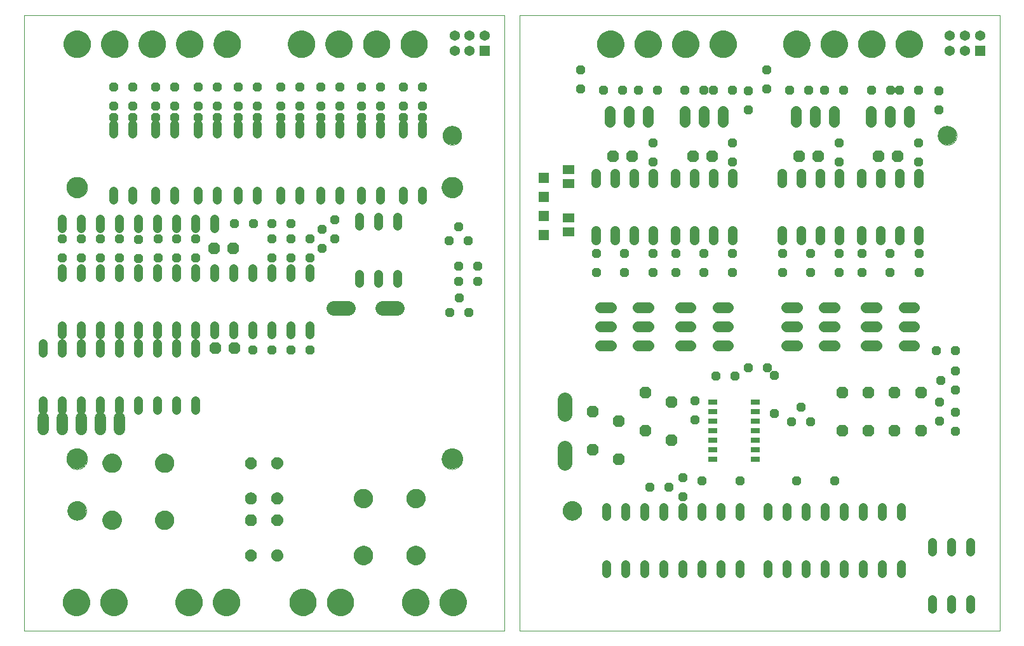
<source format=gbs>
G75*
%MOIN*%
%OFA0B0*%
%FSLAX25Y25*%
%IPPOS*%
%LPD*%
%AMOC8*
5,1,8,0,0,1.08239X$1,22.5*
%
%ADD10C,0.00000*%
%ADD11C,0.09843*%
%ADD12C,0.10827*%
%ADD13C,0.06299*%
%ADD14C,0.02362*%
%ADD15C,0.03543*%
%ADD16OC8,0.06300*%
%ADD17OC8,0.04800*%
%ADD18C,0.04800*%
%ADD19C,0.04800*%
%ADD20C,0.05250*%
%ADD21C,0.05315*%
%ADD22C,0.07677*%
%ADD23C,0.07677*%
%ADD24R,0.05400X0.05400*%
%ADD25C,0.05400*%
%ADD26C,0.06000*%
%ADD27C,0.05118*%
%ADD28C,0.05600*%
%ADD29R,0.05500X0.05500*%
%ADD30R,0.05000X0.02500*%
%ADD31R,0.05906X0.05118*%
D10*
X0001300Y0011772D02*
X0001300Y0334606D01*
X0253269Y0334606D01*
X0253269Y0011772D01*
X0001300Y0011772D01*
X0023938Y0074764D02*
X0023940Y0074904D01*
X0023946Y0075044D01*
X0023956Y0075183D01*
X0023970Y0075322D01*
X0023988Y0075461D01*
X0024009Y0075599D01*
X0024035Y0075737D01*
X0024065Y0075874D01*
X0024098Y0076009D01*
X0024136Y0076144D01*
X0024177Y0076278D01*
X0024222Y0076411D01*
X0024270Y0076542D01*
X0024323Y0076671D01*
X0024379Y0076800D01*
X0024438Y0076926D01*
X0024502Y0077051D01*
X0024568Y0077174D01*
X0024639Y0077295D01*
X0024712Y0077414D01*
X0024789Y0077531D01*
X0024870Y0077645D01*
X0024953Y0077757D01*
X0025040Y0077867D01*
X0025130Y0077975D01*
X0025222Y0078079D01*
X0025318Y0078181D01*
X0025417Y0078281D01*
X0025518Y0078377D01*
X0025622Y0078471D01*
X0025729Y0078561D01*
X0025838Y0078648D01*
X0025950Y0078733D01*
X0026064Y0078814D01*
X0026180Y0078892D01*
X0026298Y0078966D01*
X0026419Y0079037D01*
X0026541Y0079105D01*
X0026666Y0079169D01*
X0026792Y0079230D01*
X0026919Y0079287D01*
X0027049Y0079340D01*
X0027180Y0079390D01*
X0027312Y0079435D01*
X0027445Y0079478D01*
X0027580Y0079516D01*
X0027715Y0079550D01*
X0027852Y0079581D01*
X0027989Y0079608D01*
X0028127Y0079630D01*
X0028266Y0079649D01*
X0028405Y0079664D01*
X0028544Y0079675D01*
X0028684Y0079682D01*
X0028824Y0079685D01*
X0028964Y0079684D01*
X0029104Y0079679D01*
X0029243Y0079670D01*
X0029383Y0079657D01*
X0029522Y0079640D01*
X0029660Y0079619D01*
X0029798Y0079595D01*
X0029935Y0079566D01*
X0030071Y0079534D01*
X0030206Y0079497D01*
X0030340Y0079457D01*
X0030473Y0079413D01*
X0030604Y0079365D01*
X0030734Y0079314D01*
X0030863Y0079259D01*
X0030990Y0079200D01*
X0031115Y0079137D01*
X0031238Y0079072D01*
X0031360Y0079002D01*
X0031479Y0078929D01*
X0031597Y0078853D01*
X0031712Y0078774D01*
X0031825Y0078691D01*
X0031935Y0078605D01*
X0032043Y0078516D01*
X0032148Y0078424D01*
X0032251Y0078329D01*
X0032351Y0078231D01*
X0032448Y0078131D01*
X0032542Y0078027D01*
X0032634Y0077921D01*
X0032722Y0077813D01*
X0032807Y0077702D01*
X0032889Y0077588D01*
X0032968Y0077472D01*
X0033043Y0077355D01*
X0033115Y0077235D01*
X0033183Y0077113D01*
X0033248Y0076989D01*
X0033310Y0076863D01*
X0033368Y0076736D01*
X0033422Y0076607D01*
X0033473Y0076476D01*
X0033519Y0076344D01*
X0033562Y0076211D01*
X0033602Y0076077D01*
X0033637Y0075942D01*
X0033669Y0075805D01*
X0033696Y0075668D01*
X0033720Y0075530D01*
X0033740Y0075392D01*
X0033756Y0075253D01*
X0033768Y0075113D01*
X0033776Y0074974D01*
X0033780Y0074834D01*
X0033780Y0074694D01*
X0033776Y0074554D01*
X0033768Y0074415D01*
X0033756Y0074275D01*
X0033740Y0074136D01*
X0033720Y0073998D01*
X0033696Y0073860D01*
X0033669Y0073723D01*
X0033637Y0073586D01*
X0033602Y0073451D01*
X0033562Y0073317D01*
X0033519Y0073184D01*
X0033473Y0073052D01*
X0033422Y0072921D01*
X0033368Y0072792D01*
X0033310Y0072665D01*
X0033248Y0072539D01*
X0033183Y0072415D01*
X0033115Y0072293D01*
X0033043Y0072173D01*
X0032968Y0072056D01*
X0032889Y0071940D01*
X0032807Y0071826D01*
X0032722Y0071715D01*
X0032634Y0071607D01*
X0032542Y0071501D01*
X0032448Y0071397D01*
X0032351Y0071297D01*
X0032251Y0071199D01*
X0032148Y0071104D01*
X0032043Y0071012D01*
X0031935Y0070923D01*
X0031825Y0070837D01*
X0031712Y0070754D01*
X0031597Y0070675D01*
X0031479Y0070599D01*
X0031360Y0070526D01*
X0031238Y0070456D01*
X0031115Y0070391D01*
X0030990Y0070328D01*
X0030863Y0070269D01*
X0030734Y0070214D01*
X0030604Y0070163D01*
X0030473Y0070115D01*
X0030340Y0070071D01*
X0030206Y0070031D01*
X0030071Y0069994D01*
X0029935Y0069962D01*
X0029798Y0069933D01*
X0029660Y0069909D01*
X0029522Y0069888D01*
X0029383Y0069871D01*
X0029243Y0069858D01*
X0029104Y0069849D01*
X0028964Y0069844D01*
X0028824Y0069843D01*
X0028684Y0069846D01*
X0028544Y0069853D01*
X0028405Y0069864D01*
X0028266Y0069879D01*
X0028127Y0069898D01*
X0027989Y0069920D01*
X0027852Y0069947D01*
X0027715Y0069978D01*
X0027580Y0070012D01*
X0027445Y0070050D01*
X0027312Y0070093D01*
X0027180Y0070138D01*
X0027049Y0070188D01*
X0026919Y0070241D01*
X0026792Y0070298D01*
X0026666Y0070359D01*
X0026541Y0070423D01*
X0026419Y0070491D01*
X0026298Y0070562D01*
X0026180Y0070636D01*
X0026064Y0070714D01*
X0025950Y0070795D01*
X0025838Y0070880D01*
X0025729Y0070967D01*
X0025622Y0071057D01*
X0025518Y0071151D01*
X0025417Y0071247D01*
X0025318Y0071347D01*
X0025222Y0071449D01*
X0025130Y0071553D01*
X0025040Y0071661D01*
X0024953Y0071771D01*
X0024870Y0071883D01*
X0024789Y0071997D01*
X0024712Y0072114D01*
X0024639Y0072233D01*
X0024568Y0072354D01*
X0024502Y0072477D01*
X0024438Y0072602D01*
X0024379Y0072728D01*
X0024323Y0072857D01*
X0024270Y0072986D01*
X0024222Y0073117D01*
X0024177Y0073250D01*
X0024136Y0073384D01*
X0024098Y0073519D01*
X0024065Y0073654D01*
X0024035Y0073791D01*
X0024009Y0073929D01*
X0023988Y0074067D01*
X0023970Y0074206D01*
X0023956Y0074345D01*
X0023946Y0074484D01*
X0023940Y0074624D01*
X0023938Y0074764D01*
X0023446Y0101929D02*
X0023448Y0102076D01*
X0023454Y0102222D01*
X0023464Y0102368D01*
X0023478Y0102514D01*
X0023496Y0102660D01*
X0023517Y0102805D01*
X0023543Y0102949D01*
X0023573Y0103093D01*
X0023606Y0103235D01*
X0023643Y0103377D01*
X0023684Y0103518D01*
X0023729Y0103657D01*
X0023778Y0103796D01*
X0023830Y0103933D01*
X0023887Y0104068D01*
X0023946Y0104202D01*
X0024010Y0104334D01*
X0024077Y0104464D01*
X0024147Y0104593D01*
X0024221Y0104720D01*
X0024298Y0104844D01*
X0024379Y0104967D01*
X0024463Y0105087D01*
X0024550Y0105205D01*
X0024640Y0105320D01*
X0024733Y0105433D01*
X0024830Y0105544D01*
X0024929Y0105652D01*
X0025031Y0105757D01*
X0025136Y0105859D01*
X0025244Y0105958D01*
X0025355Y0106055D01*
X0025468Y0106148D01*
X0025583Y0106238D01*
X0025701Y0106325D01*
X0025821Y0106409D01*
X0025944Y0106490D01*
X0026068Y0106567D01*
X0026195Y0106641D01*
X0026324Y0106711D01*
X0026454Y0106778D01*
X0026586Y0106842D01*
X0026720Y0106901D01*
X0026855Y0106958D01*
X0026992Y0107010D01*
X0027131Y0107059D01*
X0027270Y0107104D01*
X0027411Y0107145D01*
X0027553Y0107182D01*
X0027695Y0107215D01*
X0027839Y0107245D01*
X0027983Y0107271D01*
X0028128Y0107292D01*
X0028274Y0107310D01*
X0028420Y0107324D01*
X0028566Y0107334D01*
X0028712Y0107340D01*
X0028859Y0107342D01*
X0029006Y0107340D01*
X0029152Y0107334D01*
X0029298Y0107324D01*
X0029444Y0107310D01*
X0029590Y0107292D01*
X0029735Y0107271D01*
X0029879Y0107245D01*
X0030023Y0107215D01*
X0030165Y0107182D01*
X0030307Y0107145D01*
X0030448Y0107104D01*
X0030587Y0107059D01*
X0030726Y0107010D01*
X0030863Y0106958D01*
X0030998Y0106901D01*
X0031132Y0106842D01*
X0031264Y0106778D01*
X0031394Y0106711D01*
X0031523Y0106641D01*
X0031650Y0106567D01*
X0031774Y0106490D01*
X0031897Y0106409D01*
X0032017Y0106325D01*
X0032135Y0106238D01*
X0032250Y0106148D01*
X0032363Y0106055D01*
X0032474Y0105958D01*
X0032582Y0105859D01*
X0032687Y0105757D01*
X0032789Y0105652D01*
X0032888Y0105544D01*
X0032985Y0105433D01*
X0033078Y0105320D01*
X0033168Y0105205D01*
X0033255Y0105087D01*
X0033339Y0104967D01*
X0033420Y0104844D01*
X0033497Y0104720D01*
X0033571Y0104593D01*
X0033641Y0104464D01*
X0033708Y0104334D01*
X0033772Y0104202D01*
X0033831Y0104068D01*
X0033888Y0103933D01*
X0033940Y0103796D01*
X0033989Y0103657D01*
X0034034Y0103518D01*
X0034075Y0103377D01*
X0034112Y0103235D01*
X0034145Y0103093D01*
X0034175Y0102949D01*
X0034201Y0102805D01*
X0034222Y0102660D01*
X0034240Y0102514D01*
X0034254Y0102368D01*
X0034264Y0102222D01*
X0034270Y0102076D01*
X0034272Y0101929D01*
X0034270Y0101782D01*
X0034264Y0101636D01*
X0034254Y0101490D01*
X0034240Y0101344D01*
X0034222Y0101198D01*
X0034201Y0101053D01*
X0034175Y0100909D01*
X0034145Y0100765D01*
X0034112Y0100623D01*
X0034075Y0100481D01*
X0034034Y0100340D01*
X0033989Y0100201D01*
X0033940Y0100062D01*
X0033888Y0099925D01*
X0033831Y0099790D01*
X0033772Y0099656D01*
X0033708Y0099524D01*
X0033641Y0099394D01*
X0033571Y0099265D01*
X0033497Y0099138D01*
X0033420Y0099014D01*
X0033339Y0098891D01*
X0033255Y0098771D01*
X0033168Y0098653D01*
X0033078Y0098538D01*
X0032985Y0098425D01*
X0032888Y0098314D01*
X0032789Y0098206D01*
X0032687Y0098101D01*
X0032582Y0097999D01*
X0032474Y0097900D01*
X0032363Y0097803D01*
X0032250Y0097710D01*
X0032135Y0097620D01*
X0032017Y0097533D01*
X0031897Y0097449D01*
X0031774Y0097368D01*
X0031650Y0097291D01*
X0031523Y0097217D01*
X0031394Y0097147D01*
X0031264Y0097080D01*
X0031132Y0097016D01*
X0030998Y0096957D01*
X0030863Y0096900D01*
X0030726Y0096848D01*
X0030587Y0096799D01*
X0030448Y0096754D01*
X0030307Y0096713D01*
X0030165Y0096676D01*
X0030023Y0096643D01*
X0029879Y0096613D01*
X0029735Y0096587D01*
X0029590Y0096566D01*
X0029444Y0096548D01*
X0029298Y0096534D01*
X0029152Y0096524D01*
X0029006Y0096518D01*
X0028859Y0096516D01*
X0028712Y0096518D01*
X0028566Y0096524D01*
X0028420Y0096534D01*
X0028274Y0096548D01*
X0028128Y0096566D01*
X0027983Y0096587D01*
X0027839Y0096613D01*
X0027695Y0096643D01*
X0027553Y0096676D01*
X0027411Y0096713D01*
X0027270Y0096754D01*
X0027131Y0096799D01*
X0026992Y0096848D01*
X0026855Y0096900D01*
X0026720Y0096957D01*
X0026586Y0097016D01*
X0026454Y0097080D01*
X0026324Y0097147D01*
X0026195Y0097217D01*
X0026068Y0097291D01*
X0025944Y0097368D01*
X0025821Y0097449D01*
X0025701Y0097533D01*
X0025583Y0097620D01*
X0025468Y0097710D01*
X0025355Y0097803D01*
X0025244Y0097900D01*
X0025136Y0097999D01*
X0025031Y0098101D01*
X0024929Y0098206D01*
X0024830Y0098314D01*
X0024733Y0098425D01*
X0024640Y0098538D01*
X0024550Y0098653D01*
X0024463Y0098771D01*
X0024379Y0098891D01*
X0024298Y0099014D01*
X0024221Y0099138D01*
X0024147Y0099265D01*
X0024077Y0099394D01*
X0024010Y0099524D01*
X0023946Y0099656D01*
X0023887Y0099790D01*
X0023830Y0099925D01*
X0023778Y0100062D01*
X0023729Y0100201D01*
X0023684Y0100340D01*
X0023643Y0100481D01*
X0023606Y0100623D01*
X0023573Y0100765D01*
X0023543Y0100909D01*
X0023517Y0101053D01*
X0023496Y0101198D01*
X0023478Y0101344D01*
X0023464Y0101490D01*
X0023454Y0101636D01*
X0023448Y0101782D01*
X0023446Y0101929D01*
X0220296Y0101929D02*
X0220298Y0102076D01*
X0220304Y0102222D01*
X0220314Y0102368D01*
X0220328Y0102514D01*
X0220346Y0102660D01*
X0220367Y0102805D01*
X0220393Y0102949D01*
X0220423Y0103093D01*
X0220456Y0103235D01*
X0220493Y0103377D01*
X0220534Y0103518D01*
X0220579Y0103657D01*
X0220628Y0103796D01*
X0220680Y0103933D01*
X0220737Y0104068D01*
X0220796Y0104202D01*
X0220860Y0104334D01*
X0220927Y0104464D01*
X0220997Y0104593D01*
X0221071Y0104720D01*
X0221148Y0104844D01*
X0221229Y0104967D01*
X0221313Y0105087D01*
X0221400Y0105205D01*
X0221490Y0105320D01*
X0221583Y0105433D01*
X0221680Y0105544D01*
X0221779Y0105652D01*
X0221881Y0105757D01*
X0221986Y0105859D01*
X0222094Y0105958D01*
X0222205Y0106055D01*
X0222318Y0106148D01*
X0222433Y0106238D01*
X0222551Y0106325D01*
X0222671Y0106409D01*
X0222794Y0106490D01*
X0222918Y0106567D01*
X0223045Y0106641D01*
X0223174Y0106711D01*
X0223304Y0106778D01*
X0223436Y0106842D01*
X0223570Y0106901D01*
X0223705Y0106958D01*
X0223842Y0107010D01*
X0223981Y0107059D01*
X0224120Y0107104D01*
X0224261Y0107145D01*
X0224403Y0107182D01*
X0224545Y0107215D01*
X0224689Y0107245D01*
X0224833Y0107271D01*
X0224978Y0107292D01*
X0225124Y0107310D01*
X0225270Y0107324D01*
X0225416Y0107334D01*
X0225562Y0107340D01*
X0225709Y0107342D01*
X0225856Y0107340D01*
X0226002Y0107334D01*
X0226148Y0107324D01*
X0226294Y0107310D01*
X0226440Y0107292D01*
X0226585Y0107271D01*
X0226729Y0107245D01*
X0226873Y0107215D01*
X0227015Y0107182D01*
X0227157Y0107145D01*
X0227298Y0107104D01*
X0227437Y0107059D01*
X0227576Y0107010D01*
X0227713Y0106958D01*
X0227848Y0106901D01*
X0227982Y0106842D01*
X0228114Y0106778D01*
X0228244Y0106711D01*
X0228373Y0106641D01*
X0228500Y0106567D01*
X0228624Y0106490D01*
X0228747Y0106409D01*
X0228867Y0106325D01*
X0228985Y0106238D01*
X0229100Y0106148D01*
X0229213Y0106055D01*
X0229324Y0105958D01*
X0229432Y0105859D01*
X0229537Y0105757D01*
X0229639Y0105652D01*
X0229738Y0105544D01*
X0229835Y0105433D01*
X0229928Y0105320D01*
X0230018Y0105205D01*
X0230105Y0105087D01*
X0230189Y0104967D01*
X0230270Y0104844D01*
X0230347Y0104720D01*
X0230421Y0104593D01*
X0230491Y0104464D01*
X0230558Y0104334D01*
X0230622Y0104202D01*
X0230681Y0104068D01*
X0230738Y0103933D01*
X0230790Y0103796D01*
X0230839Y0103657D01*
X0230884Y0103518D01*
X0230925Y0103377D01*
X0230962Y0103235D01*
X0230995Y0103093D01*
X0231025Y0102949D01*
X0231051Y0102805D01*
X0231072Y0102660D01*
X0231090Y0102514D01*
X0231104Y0102368D01*
X0231114Y0102222D01*
X0231120Y0102076D01*
X0231122Y0101929D01*
X0231120Y0101782D01*
X0231114Y0101636D01*
X0231104Y0101490D01*
X0231090Y0101344D01*
X0231072Y0101198D01*
X0231051Y0101053D01*
X0231025Y0100909D01*
X0230995Y0100765D01*
X0230962Y0100623D01*
X0230925Y0100481D01*
X0230884Y0100340D01*
X0230839Y0100201D01*
X0230790Y0100062D01*
X0230738Y0099925D01*
X0230681Y0099790D01*
X0230622Y0099656D01*
X0230558Y0099524D01*
X0230491Y0099394D01*
X0230421Y0099265D01*
X0230347Y0099138D01*
X0230270Y0099014D01*
X0230189Y0098891D01*
X0230105Y0098771D01*
X0230018Y0098653D01*
X0229928Y0098538D01*
X0229835Y0098425D01*
X0229738Y0098314D01*
X0229639Y0098206D01*
X0229537Y0098101D01*
X0229432Y0097999D01*
X0229324Y0097900D01*
X0229213Y0097803D01*
X0229100Y0097710D01*
X0228985Y0097620D01*
X0228867Y0097533D01*
X0228747Y0097449D01*
X0228624Y0097368D01*
X0228500Y0097291D01*
X0228373Y0097217D01*
X0228244Y0097147D01*
X0228114Y0097080D01*
X0227982Y0097016D01*
X0227848Y0096957D01*
X0227713Y0096900D01*
X0227576Y0096848D01*
X0227437Y0096799D01*
X0227298Y0096754D01*
X0227157Y0096713D01*
X0227015Y0096676D01*
X0226873Y0096643D01*
X0226729Y0096613D01*
X0226585Y0096587D01*
X0226440Y0096566D01*
X0226294Y0096548D01*
X0226148Y0096534D01*
X0226002Y0096524D01*
X0225856Y0096518D01*
X0225709Y0096516D01*
X0225562Y0096518D01*
X0225416Y0096524D01*
X0225270Y0096534D01*
X0225124Y0096548D01*
X0224978Y0096566D01*
X0224833Y0096587D01*
X0224689Y0096613D01*
X0224545Y0096643D01*
X0224403Y0096676D01*
X0224261Y0096713D01*
X0224120Y0096754D01*
X0223981Y0096799D01*
X0223842Y0096848D01*
X0223705Y0096900D01*
X0223570Y0096957D01*
X0223436Y0097016D01*
X0223304Y0097080D01*
X0223174Y0097147D01*
X0223045Y0097217D01*
X0222918Y0097291D01*
X0222794Y0097368D01*
X0222671Y0097449D01*
X0222551Y0097533D01*
X0222433Y0097620D01*
X0222318Y0097710D01*
X0222205Y0097803D01*
X0222094Y0097900D01*
X0221986Y0097999D01*
X0221881Y0098101D01*
X0221779Y0098206D01*
X0221680Y0098314D01*
X0221583Y0098425D01*
X0221490Y0098538D01*
X0221400Y0098653D01*
X0221313Y0098771D01*
X0221229Y0098891D01*
X0221148Y0099014D01*
X0221071Y0099138D01*
X0220997Y0099265D01*
X0220927Y0099394D01*
X0220860Y0099524D01*
X0220796Y0099656D01*
X0220737Y0099790D01*
X0220680Y0099925D01*
X0220628Y0100062D01*
X0220579Y0100201D01*
X0220534Y0100340D01*
X0220493Y0100481D01*
X0220456Y0100623D01*
X0220423Y0100765D01*
X0220393Y0100909D01*
X0220367Y0101053D01*
X0220346Y0101198D01*
X0220328Y0101344D01*
X0220314Y0101490D01*
X0220304Y0101636D01*
X0220298Y0101782D01*
X0220296Y0101929D01*
X0283781Y0074764D02*
X0283783Y0074904D01*
X0283789Y0075044D01*
X0283799Y0075183D01*
X0283813Y0075322D01*
X0283831Y0075461D01*
X0283852Y0075599D01*
X0283878Y0075737D01*
X0283908Y0075874D01*
X0283941Y0076009D01*
X0283979Y0076144D01*
X0284020Y0076278D01*
X0284065Y0076411D01*
X0284113Y0076542D01*
X0284166Y0076671D01*
X0284222Y0076800D01*
X0284281Y0076926D01*
X0284345Y0077051D01*
X0284411Y0077174D01*
X0284482Y0077295D01*
X0284555Y0077414D01*
X0284632Y0077531D01*
X0284713Y0077645D01*
X0284796Y0077757D01*
X0284883Y0077867D01*
X0284973Y0077975D01*
X0285065Y0078079D01*
X0285161Y0078181D01*
X0285260Y0078281D01*
X0285361Y0078377D01*
X0285465Y0078471D01*
X0285572Y0078561D01*
X0285681Y0078648D01*
X0285793Y0078733D01*
X0285907Y0078814D01*
X0286023Y0078892D01*
X0286141Y0078966D01*
X0286262Y0079037D01*
X0286384Y0079105D01*
X0286509Y0079169D01*
X0286635Y0079230D01*
X0286762Y0079287D01*
X0286892Y0079340D01*
X0287023Y0079390D01*
X0287155Y0079435D01*
X0287288Y0079478D01*
X0287423Y0079516D01*
X0287558Y0079550D01*
X0287695Y0079581D01*
X0287832Y0079608D01*
X0287970Y0079630D01*
X0288109Y0079649D01*
X0288248Y0079664D01*
X0288387Y0079675D01*
X0288527Y0079682D01*
X0288667Y0079685D01*
X0288807Y0079684D01*
X0288947Y0079679D01*
X0289086Y0079670D01*
X0289226Y0079657D01*
X0289365Y0079640D01*
X0289503Y0079619D01*
X0289641Y0079595D01*
X0289778Y0079566D01*
X0289914Y0079534D01*
X0290049Y0079497D01*
X0290183Y0079457D01*
X0290316Y0079413D01*
X0290447Y0079365D01*
X0290577Y0079314D01*
X0290706Y0079259D01*
X0290833Y0079200D01*
X0290958Y0079137D01*
X0291081Y0079072D01*
X0291203Y0079002D01*
X0291322Y0078929D01*
X0291440Y0078853D01*
X0291555Y0078774D01*
X0291668Y0078691D01*
X0291778Y0078605D01*
X0291886Y0078516D01*
X0291991Y0078424D01*
X0292094Y0078329D01*
X0292194Y0078231D01*
X0292291Y0078131D01*
X0292385Y0078027D01*
X0292477Y0077921D01*
X0292565Y0077813D01*
X0292650Y0077702D01*
X0292732Y0077588D01*
X0292811Y0077472D01*
X0292886Y0077355D01*
X0292958Y0077235D01*
X0293026Y0077113D01*
X0293091Y0076989D01*
X0293153Y0076863D01*
X0293211Y0076736D01*
X0293265Y0076607D01*
X0293316Y0076476D01*
X0293362Y0076344D01*
X0293405Y0076211D01*
X0293445Y0076077D01*
X0293480Y0075942D01*
X0293512Y0075805D01*
X0293539Y0075668D01*
X0293563Y0075530D01*
X0293583Y0075392D01*
X0293599Y0075253D01*
X0293611Y0075113D01*
X0293619Y0074974D01*
X0293623Y0074834D01*
X0293623Y0074694D01*
X0293619Y0074554D01*
X0293611Y0074415D01*
X0293599Y0074275D01*
X0293583Y0074136D01*
X0293563Y0073998D01*
X0293539Y0073860D01*
X0293512Y0073723D01*
X0293480Y0073586D01*
X0293445Y0073451D01*
X0293405Y0073317D01*
X0293362Y0073184D01*
X0293316Y0073052D01*
X0293265Y0072921D01*
X0293211Y0072792D01*
X0293153Y0072665D01*
X0293091Y0072539D01*
X0293026Y0072415D01*
X0292958Y0072293D01*
X0292886Y0072173D01*
X0292811Y0072056D01*
X0292732Y0071940D01*
X0292650Y0071826D01*
X0292565Y0071715D01*
X0292477Y0071607D01*
X0292385Y0071501D01*
X0292291Y0071397D01*
X0292194Y0071297D01*
X0292094Y0071199D01*
X0291991Y0071104D01*
X0291886Y0071012D01*
X0291778Y0070923D01*
X0291668Y0070837D01*
X0291555Y0070754D01*
X0291440Y0070675D01*
X0291322Y0070599D01*
X0291203Y0070526D01*
X0291081Y0070456D01*
X0290958Y0070391D01*
X0290833Y0070328D01*
X0290706Y0070269D01*
X0290577Y0070214D01*
X0290447Y0070163D01*
X0290316Y0070115D01*
X0290183Y0070071D01*
X0290049Y0070031D01*
X0289914Y0069994D01*
X0289778Y0069962D01*
X0289641Y0069933D01*
X0289503Y0069909D01*
X0289365Y0069888D01*
X0289226Y0069871D01*
X0289086Y0069858D01*
X0288947Y0069849D01*
X0288807Y0069844D01*
X0288667Y0069843D01*
X0288527Y0069846D01*
X0288387Y0069853D01*
X0288248Y0069864D01*
X0288109Y0069879D01*
X0287970Y0069898D01*
X0287832Y0069920D01*
X0287695Y0069947D01*
X0287558Y0069978D01*
X0287423Y0070012D01*
X0287288Y0070050D01*
X0287155Y0070093D01*
X0287023Y0070138D01*
X0286892Y0070188D01*
X0286762Y0070241D01*
X0286635Y0070298D01*
X0286509Y0070359D01*
X0286384Y0070423D01*
X0286262Y0070491D01*
X0286141Y0070562D01*
X0286023Y0070636D01*
X0285907Y0070714D01*
X0285793Y0070795D01*
X0285681Y0070880D01*
X0285572Y0070967D01*
X0285465Y0071057D01*
X0285361Y0071151D01*
X0285260Y0071247D01*
X0285161Y0071347D01*
X0285065Y0071449D01*
X0284973Y0071553D01*
X0284883Y0071661D01*
X0284796Y0071771D01*
X0284713Y0071883D01*
X0284632Y0071997D01*
X0284555Y0072114D01*
X0284482Y0072233D01*
X0284411Y0072354D01*
X0284345Y0072477D01*
X0284281Y0072602D01*
X0284222Y0072728D01*
X0284166Y0072857D01*
X0284113Y0072986D01*
X0284065Y0073117D01*
X0284020Y0073250D01*
X0283979Y0073384D01*
X0283941Y0073519D01*
X0283908Y0073654D01*
X0283878Y0073791D01*
X0283852Y0073929D01*
X0283831Y0074067D01*
X0283813Y0074206D01*
X0283799Y0074345D01*
X0283789Y0074484D01*
X0283783Y0074624D01*
X0283781Y0074764D01*
X0261143Y0011772D02*
X0261143Y0334606D01*
X0513111Y0334606D01*
X0513111Y0011772D01*
X0261143Y0011772D01*
X0220296Y0244449D02*
X0220298Y0244596D01*
X0220304Y0244742D01*
X0220314Y0244888D01*
X0220328Y0245034D01*
X0220346Y0245180D01*
X0220367Y0245325D01*
X0220393Y0245469D01*
X0220423Y0245613D01*
X0220456Y0245755D01*
X0220493Y0245897D01*
X0220534Y0246038D01*
X0220579Y0246177D01*
X0220628Y0246316D01*
X0220680Y0246453D01*
X0220737Y0246588D01*
X0220796Y0246722D01*
X0220860Y0246854D01*
X0220927Y0246984D01*
X0220997Y0247113D01*
X0221071Y0247240D01*
X0221148Y0247364D01*
X0221229Y0247487D01*
X0221313Y0247607D01*
X0221400Y0247725D01*
X0221490Y0247840D01*
X0221583Y0247953D01*
X0221680Y0248064D01*
X0221779Y0248172D01*
X0221881Y0248277D01*
X0221986Y0248379D01*
X0222094Y0248478D01*
X0222205Y0248575D01*
X0222318Y0248668D01*
X0222433Y0248758D01*
X0222551Y0248845D01*
X0222671Y0248929D01*
X0222794Y0249010D01*
X0222918Y0249087D01*
X0223045Y0249161D01*
X0223174Y0249231D01*
X0223304Y0249298D01*
X0223436Y0249362D01*
X0223570Y0249421D01*
X0223705Y0249478D01*
X0223842Y0249530D01*
X0223981Y0249579D01*
X0224120Y0249624D01*
X0224261Y0249665D01*
X0224403Y0249702D01*
X0224545Y0249735D01*
X0224689Y0249765D01*
X0224833Y0249791D01*
X0224978Y0249812D01*
X0225124Y0249830D01*
X0225270Y0249844D01*
X0225416Y0249854D01*
X0225562Y0249860D01*
X0225709Y0249862D01*
X0225856Y0249860D01*
X0226002Y0249854D01*
X0226148Y0249844D01*
X0226294Y0249830D01*
X0226440Y0249812D01*
X0226585Y0249791D01*
X0226729Y0249765D01*
X0226873Y0249735D01*
X0227015Y0249702D01*
X0227157Y0249665D01*
X0227298Y0249624D01*
X0227437Y0249579D01*
X0227576Y0249530D01*
X0227713Y0249478D01*
X0227848Y0249421D01*
X0227982Y0249362D01*
X0228114Y0249298D01*
X0228244Y0249231D01*
X0228373Y0249161D01*
X0228500Y0249087D01*
X0228624Y0249010D01*
X0228747Y0248929D01*
X0228867Y0248845D01*
X0228985Y0248758D01*
X0229100Y0248668D01*
X0229213Y0248575D01*
X0229324Y0248478D01*
X0229432Y0248379D01*
X0229537Y0248277D01*
X0229639Y0248172D01*
X0229738Y0248064D01*
X0229835Y0247953D01*
X0229928Y0247840D01*
X0230018Y0247725D01*
X0230105Y0247607D01*
X0230189Y0247487D01*
X0230270Y0247364D01*
X0230347Y0247240D01*
X0230421Y0247113D01*
X0230491Y0246984D01*
X0230558Y0246854D01*
X0230622Y0246722D01*
X0230681Y0246588D01*
X0230738Y0246453D01*
X0230790Y0246316D01*
X0230839Y0246177D01*
X0230884Y0246038D01*
X0230925Y0245897D01*
X0230962Y0245755D01*
X0230995Y0245613D01*
X0231025Y0245469D01*
X0231051Y0245325D01*
X0231072Y0245180D01*
X0231090Y0245034D01*
X0231104Y0244888D01*
X0231114Y0244742D01*
X0231120Y0244596D01*
X0231122Y0244449D01*
X0231120Y0244302D01*
X0231114Y0244156D01*
X0231104Y0244010D01*
X0231090Y0243864D01*
X0231072Y0243718D01*
X0231051Y0243573D01*
X0231025Y0243429D01*
X0230995Y0243285D01*
X0230962Y0243143D01*
X0230925Y0243001D01*
X0230884Y0242860D01*
X0230839Y0242721D01*
X0230790Y0242582D01*
X0230738Y0242445D01*
X0230681Y0242310D01*
X0230622Y0242176D01*
X0230558Y0242044D01*
X0230491Y0241914D01*
X0230421Y0241785D01*
X0230347Y0241658D01*
X0230270Y0241534D01*
X0230189Y0241411D01*
X0230105Y0241291D01*
X0230018Y0241173D01*
X0229928Y0241058D01*
X0229835Y0240945D01*
X0229738Y0240834D01*
X0229639Y0240726D01*
X0229537Y0240621D01*
X0229432Y0240519D01*
X0229324Y0240420D01*
X0229213Y0240323D01*
X0229100Y0240230D01*
X0228985Y0240140D01*
X0228867Y0240053D01*
X0228747Y0239969D01*
X0228624Y0239888D01*
X0228500Y0239811D01*
X0228373Y0239737D01*
X0228244Y0239667D01*
X0228114Y0239600D01*
X0227982Y0239536D01*
X0227848Y0239477D01*
X0227713Y0239420D01*
X0227576Y0239368D01*
X0227437Y0239319D01*
X0227298Y0239274D01*
X0227157Y0239233D01*
X0227015Y0239196D01*
X0226873Y0239163D01*
X0226729Y0239133D01*
X0226585Y0239107D01*
X0226440Y0239086D01*
X0226294Y0239068D01*
X0226148Y0239054D01*
X0226002Y0239044D01*
X0225856Y0239038D01*
X0225709Y0239036D01*
X0225562Y0239038D01*
X0225416Y0239044D01*
X0225270Y0239054D01*
X0225124Y0239068D01*
X0224978Y0239086D01*
X0224833Y0239107D01*
X0224689Y0239133D01*
X0224545Y0239163D01*
X0224403Y0239196D01*
X0224261Y0239233D01*
X0224120Y0239274D01*
X0223981Y0239319D01*
X0223842Y0239368D01*
X0223705Y0239420D01*
X0223570Y0239477D01*
X0223436Y0239536D01*
X0223304Y0239600D01*
X0223174Y0239667D01*
X0223045Y0239737D01*
X0222918Y0239811D01*
X0222794Y0239888D01*
X0222671Y0239969D01*
X0222551Y0240053D01*
X0222433Y0240140D01*
X0222318Y0240230D01*
X0222205Y0240323D01*
X0222094Y0240420D01*
X0221986Y0240519D01*
X0221881Y0240621D01*
X0221779Y0240726D01*
X0221680Y0240834D01*
X0221583Y0240945D01*
X0221490Y0241058D01*
X0221400Y0241173D01*
X0221313Y0241291D01*
X0221229Y0241411D01*
X0221148Y0241534D01*
X0221071Y0241658D01*
X0220997Y0241785D01*
X0220927Y0241914D01*
X0220860Y0242044D01*
X0220796Y0242176D01*
X0220737Y0242310D01*
X0220680Y0242445D01*
X0220628Y0242582D01*
X0220579Y0242721D01*
X0220534Y0242860D01*
X0220493Y0243001D01*
X0220456Y0243143D01*
X0220423Y0243285D01*
X0220393Y0243429D01*
X0220367Y0243573D01*
X0220346Y0243718D01*
X0220328Y0243864D01*
X0220314Y0244010D01*
X0220304Y0244156D01*
X0220298Y0244302D01*
X0220296Y0244449D01*
X0220788Y0271614D02*
X0220790Y0271754D01*
X0220796Y0271894D01*
X0220806Y0272033D01*
X0220820Y0272172D01*
X0220838Y0272311D01*
X0220859Y0272449D01*
X0220885Y0272587D01*
X0220915Y0272724D01*
X0220948Y0272859D01*
X0220986Y0272994D01*
X0221027Y0273128D01*
X0221072Y0273261D01*
X0221120Y0273392D01*
X0221173Y0273521D01*
X0221229Y0273650D01*
X0221288Y0273776D01*
X0221352Y0273901D01*
X0221418Y0274024D01*
X0221489Y0274145D01*
X0221562Y0274264D01*
X0221639Y0274381D01*
X0221720Y0274495D01*
X0221803Y0274607D01*
X0221890Y0274717D01*
X0221980Y0274825D01*
X0222072Y0274929D01*
X0222168Y0275031D01*
X0222267Y0275131D01*
X0222368Y0275227D01*
X0222472Y0275321D01*
X0222579Y0275411D01*
X0222688Y0275498D01*
X0222800Y0275583D01*
X0222914Y0275664D01*
X0223030Y0275742D01*
X0223148Y0275816D01*
X0223269Y0275887D01*
X0223391Y0275955D01*
X0223516Y0276019D01*
X0223642Y0276080D01*
X0223769Y0276137D01*
X0223899Y0276190D01*
X0224030Y0276240D01*
X0224162Y0276285D01*
X0224295Y0276328D01*
X0224430Y0276366D01*
X0224565Y0276400D01*
X0224702Y0276431D01*
X0224839Y0276458D01*
X0224977Y0276480D01*
X0225116Y0276499D01*
X0225255Y0276514D01*
X0225394Y0276525D01*
X0225534Y0276532D01*
X0225674Y0276535D01*
X0225814Y0276534D01*
X0225954Y0276529D01*
X0226093Y0276520D01*
X0226233Y0276507D01*
X0226372Y0276490D01*
X0226510Y0276469D01*
X0226648Y0276445D01*
X0226785Y0276416D01*
X0226921Y0276384D01*
X0227056Y0276347D01*
X0227190Y0276307D01*
X0227323Y0276263D01*
X0227454Y0276215D01*
X0227584Y0276164D01*
X0227713Y0276109D01*
X0227840Y0276050D01*
X0227965Y0275987D01*
X0228088Y0275922D01*
X0228210Y0275852D01*
X0228329Y0275779D01*
X0228447Y0275703D01*
X0228562Y0275624D01*
X0228675Y0275541D01*
X0228785Y0275455D01*
X0228893Y0275366D01*
X0228998Y0275274D01*
X0229101Y0275179D01*
X0229201Y0275081D01*
X0229298Y0274981D01*
X0229392Y0274877D01*
X0229484Y0274771D01*
X0229572Y0274663D01*
X0229657Y0274552D01*
X0229739Y0274438D01*
X0229818Y0274322D01*
X0229893Y0274205D01*
X0229965Y0274085D01*
X0230033Y0273963D01*
X0230098Y0273839D01*
X0230160Y0273713D01*
X0230218Y0273586D01*
X0230272Y0273457D01*
X0230323Y0273326D01*
X0230369Y0273194D01*
X0230412Y0273061D01*
X0230452Y0272927D01*
X0230487Y0272792D01*
X0230519Y0272655D01*
X0230546Y0272518D01*
X0230570Y0272380D01*
X0230590Y0272242D01*
X0230606Y0272103D01*
X0230618Y0271963D01*
X0230626Y0271824D01*
X0230630Y0271684D01*
X0230630Y0271544D01*
X0230626Y0271404D01*
X0230618Y0271265D01*
X0230606Y0271125D01*
X0230590Y0270986D01*
X0230570Y0270848D01*
X0230546Y0270710D01*
X0230519Y0270573D01*
X0230487Y0270436D01*
X0230452Y0270301D01*
X0230412Y0270167D01*
X0230369Y0270034D01*
X0230323Y0269902D01*
X0230272Y0269771D01*
X0230218Y0269642D01*
X0230160Y0269515D01*
X0230098Y0269389D01*
X0230033Y0269265D01*
X0229965Y0269143D01*
X0229893Y0269023D01*
X0229818Y0268906D01*
X0229739Y0268790D01*
X0229657Y0268676D01*
X0229572Y0268565D01*
X0229484Y0268457D01*
X0229392Y0268351D01*
X0229298Y0268247D01*
X0229201Y0268147D01*
X0229101Y0268049D01*
X0228998Y0267954D01*
X0228893Y0267862D01*
X0228785Y0267773D01*
X0228675Y0267687D01*
X0228562Y0267604D01*
X0228447Y0267525D01*
X0228329Y0267449D01*
X0228210Y0267376D01*
X0228088Y0267306D01*
X0227965Y0267241D01*
X0227840Y0267178D01*
X0227713Y0267119D01*
X0227584Y0267064D01*
X0227454Y0267013D01*
X0227323Y0266965D01*
X0227190Y0266921D01*
X0227056Y0266881D01*
X0226921Y0266844D01*
X0226785Y0266812D01*
X0226648Y0266783D01*
X0226510Y0266759D01*
X0226372Y0266738D01*
X0226233Y0266721D01*
X0226093Y0266708D01*
X0225954Y0266699D01*
X0225814Y0266694D01*
X0225674Y0266693D01*
X0225534Y0266696D01*
X0225394Y0266703D01*
X0225255Y0266714D01*
X0225116Y0266729D01*
X0224977Y0266748D01*
X0224839Y0266770D01*
X0224702Y0266797D01*
X0224565Y0266828D01*
X0224430Y0266862D01*
X0224295Y0266900D01*
X0224162Y0266943D01*
X0224030Y0266988D01*
X0223899Y0267038D01*
X0223769Y0267091D01*
X0223642Y0267148D01*
X0223516Y0267209D01*
X0223391Y0267273D01*
X0223269Y0267341D01*
X0223148Y0267412D01*
X0223030Y0267486D01*
X0222914Y0267564D01*
X0222800Y0267645D01*
X0222688Y0267730D01*
X0222579Y0267817D01*
X0222472Y0267907D01*
X0222368Y0268001D01*
X0222267Y0268097D01*
X0222168Y0268197D01*
X0222072Y0268299D01*
X0221980Y0268403D01*
X0221890Y0268511D01*
X0221803Y0268621D01*
X0221720Y0268733D01*
X0221639Y0268847D01*
X0221562Y0268964D01*
X0221489Y0269083D01*
X0221418Y0269204D01*
X0221352Y0269327D01*
X0221288Y0269452D01*
X0221229Y0269578D01*
X0221173Y0269707D01*
X0221120Y0269836D01*
X0221072Y0269967D01*
X0221027Y0270100D01*
X0220986Y0270234D01*
X0220948Y0270369D01*
X0220915Y0270504D01*
X0220885Y0270641D01*
X0220859Y0270779D01*
X0220838Y0270917D01*
X0220820Y0271056D01*
X0220806Y0271195D01*
X0220796Y0271334D01*
X0220790Y0271474D01*
X0220788Y0271614D01*
X0023446Y0244449D02*
X0023448Y0244596D01*
X0023454Y0244742D01*
X0023464Y0244888D01*
X0023478Y0245034D01*
X0023496Y0245180D01*
X0023517Y0245325D01*
X0023543Y0245469D01*
X0023573Y0245613D01*
X0023606Y0245755D01*
X0023643Y0245897D01*
X0023684Y0246038D01*
X0023729Y0246177D01*
X0023778Y0246316D01*
X0023830Y0246453D01*
X0023887Y0246588D01*
X0023946Y0246722D01*
X0024010Y0246854D01*
X0024077Y0246984D01*
X0024147Y0247113D01*
X0024221Y0247240D01*
X0024298Y0247364D01*
X0024379Y0247487D01*
X0024463Y0247607D01*
X0024550Y0247725D01*
X0024640Y0247840D01*
X0024733Y0247953D01*
X0024830Y0248064D01*
X0024929Y0248172D01*
X0025031Y0248277D01*
X0025136Y0248379D01*
X0025244Y0248478D01*
X0025355Y0248575D01*
X0025468Y0248668D01*
X0025583Y0248758D01*
X0025701Y0248845D01*
X0025821Y0248929D01*
X0025944Y0249010D01*
X0026068Y0249087D01*
X0026195Y0249161D01*
X0026324Y0249231D01*
X0026454Y0249298D01*
X0026586Y0249362D01*
X0026720Y0249421D01*
X0026855Y0249478D01*
X0026992Y0249530D01*
X0027131Y0249579D01*
X0027270Y0249624D01*
X0027411Y0249665D01*
X0027553Y0249702D01*
X0027695Y0249735D01*
X0027839Y0249765D01*
X0027983Y0249791D01*
X0028128Y0249812D01*
X0028274Y0249830D01*
X0028420Y0249844D01*
X0028566Y0249854D01*
X0028712Y0249860D01*
X0028859Y0249862D01*
X0029006Y0249860D01*
X0029152Y0249854D01*
X0029298Y0249844D01*
X0029444Y0249830D01*
X0029590Y0249812D01*
X0029735Y0249791D01*
X0029879Y0249765D01*
X0030023Y0249735D01*
X0030165Y0249702D01*
X0030307Y0249665D01*
X0030448Y0249624D01*
X0030587Y0249579D01*
X0030726Y0249530D01*
X0030863Y0249478D01*
X0030998Y0249421D01*
X0031132Y0249362D01*
X0031264Y0249298D01*
X0031394Y0249231D01*
X0031523Y0249161D01*
X0031650Y0249087D01*
X0031774Y0249010D01*
X0031897Y0248929D01*
X0032017Y0248845D01*
X0032135Y0248758D01*
X0032250Y0248668D01*
X0032363Y0248575D01*
X0032474Y0248478D01*
X0032582Y0248379D01*
X0032687Y0248277D01*
X0032789Y0248172D01*
X0032888Y0248064D01*
X0032985Y0247953D01*
X0033078Y0247840D01*
X0033168Y0247725D01*
X0033255Y0247607D01*
X0033339Y0247487D01*
X0033420Y0247364D01*
X0033497Y0247240D01*
X0033571Y0247113D01*
X0033641Y0246984D01*
X0033708Y0246854D01*
X0033772Y0246722D01*
X0033831Y0246588D01*
X0033888Y0246453D01*
X0033940Y0246316D01*
X0033989Y0246177D01*
X0034034Y0246038D01*
X0034075Y0245897D01*
X0034112Y0245755D01*
X0034145Y0245613D01*
X0034175Y0245469D01*
X0034201Y0245325D01*
X0034222Y0245180D01*
X0034240Y0245034D01*
X0034254Y0244888D01*
X0034264Y0244742D01*
X0034270Y0244596D01*
X0034272Y0244449D01*
X0034270Y0244302D01*
X0034264Y0244156D01*
X0034254Y0244010D01*
X0034240Y0243864D01*
X0034222Y0243718D01*
X0034201Y0243573D01*
X0034175Y0243429D01*
X0034145Y0243285D01*
X0034112Y0243143D01*
X0034075Y0243001D01*
X0034034Y0242860D01*
X0033989Y0242721D01*
X0033940Y0242582D01*
X0033888Y0242445D01*
X0033831Y0242310D01*
X0033772Y0242176D01*
X0033708Y0242044D01*
X0033641Y0241914D01*
X0033571Y0241785D01*
X0033497Y0241658D01*
X0033420Y0241534D01*
X0033339Y0241411D01*
X0033255Y0241291D01*
X0033168Y0241173D01*
X0033078Y0241058D01*
X0032985Y0240945D01*
X0032888Y0240834D01*
X0032789Y0240726D01*
X0032687Y0240621D01*
X0032582Y0240519D01*
X0032474Y0240420D01*
X0032363Y0240323D01*
X0032250Y0240230D01*
X0032135Y0240140D01*
X0032017Y0240053D01*
X0031897Y0239969D01*
X0031774Y0239888D01*
X0031650Y0239811D01*
X0031523Y0239737D01*
X0031394Y0239667D01*
X0031264Y0239600D01*
X0031132Y0239536D01*
X0030998Y0239477D01*
X0030863Y0239420D01*
X0030726Y0239368D01*
X0030587Y0239319D01*
X0030448Y0239274D01*
X0030307Y0239233D01*
X0030165Y0239196D01*
X0030023Y0239163D01*
X0029879Y0239133D01*
X0029735Y0239107D01*
X0029590Y0239086D01*
X0029444Y0239068D01*
X0029298Y0239054D01*
X0029152Y0239044D01*
X0029006Y0239038D01*
X0028859Y0239036D01*
X0028712Y0239038D01*
X0028566Y0239044D01*
X0028420Y0239054D01*
X0028274Y0239068D01*
X0028128Y0239086D01*
X0027983Y0239107D01*
X0027839Y0239133D01*
X0027695Y0239163D01*
X0027553Y0239196D01*
X0027411Y0239233D01*
X0027270Y0239274D01*
X0027131Y0239319D01*
X0026992Y0239368D01*
X0026855Y0239420D01*
X0026720Y0239477D01*
X0026586Y0239536D01*
X0026454Y0239600D01*
X0026324Y0239667D01*
X0026195Y0239737D01*
X0026068Y0239811D01*
X0025944Y0239888D01*
X0025821Y0239969D01*
X0025701Y0240053D01*
X0025583Y0240140D01*
X0025468Y0240230D01*
X0025355Y0240323D01*
X0025244Y0240420D01*
X0025136Y0240519D01*
X0025031Y0240621D01*
X0024929Y0240726D01*
X0024830Y0240834D01*
X0024733Y0240945D01*
X0024640Y0241058D01*
X0024550Y0241173D01*
X0024463Y0241291D01*
X0024379Y0241411D01*
X0024298Y0241534D01*
X0024221Y0241658D01*
X0024147Y0241785D01*
X0024077Y0241914D01*
X0024010Y0242044D01*
X0023946Y0242176D01*
X0023887Y0242310D01*
X0023830Y0242445D01*
X0023778Y0242582D01*
X0023729Y0242721D01*
X0023684Y0242860D01*
X0023643Y0243001D01*
X0023606Y0243143D01*
X0023573Y0243285D01*
X0023543Y0243429D01*
X0023517Y0243573D01*
X0023496Y0243718D01*
X0023478Y0243864D01*
X0023464Y0244010D01*
X0023454Y0244156D01*
X0023448Y0244302D01*
X0023446Y0244449D01*
X0480631Y0271614D02*
X0480633Y0271754D01*
X0480639Y0271894D01*
X0480649Y0272033D01*
X0480663Y0272172D01*
X0480681Y0272311D01*
X0480702Y0272449D01*
X0480728Y0272587D01*
X0480758Y0272724D01*
X0480791Y0272859D01*
X0480829Y0272994D01*
X0480870Y0273128D01*
X0480915Y0273261D01*
X0480963Y0273392D01*
X0481016Y0273521D01*
X0481072Y0273650D01*
X0481131Y0273776D01*
X0481195Y0273901D01*
X0481261Y0274024D01*
X0481332Y0274145D01*
X0481405Y0274264D01*
X0481482Y0274381D01*
X0481563Y0274495D01*
X0481646Y0274607D01*
X0481733Y0274717D01*
X0481823Y0274825D01*
X0481915Y0274929D01*
X0482011Y0275031D01*
X0482110Y0275131D01*
X0482211Y0275227D01*
X0482315Y0275321D01*
X0482422Y0275411D01*
X0482531Y0275498D01*
X0482643Y0275583D01*
X0482757Y0275664D01*
X0482873Y0275742D01*
X0482991Y0275816D01*
X0483112Y0275887D01*
X0483234Y0275955D01*
X0483359Y0276019D01*
X0483485Y0276080D01*
X0483612Y0276137D01*
X0483742Y0276190D01*
X0483873Y0276240D01*
X0484005Y0276285D01*
X0484138Y0276328D01*
X0484273Y0276366D01*
X0484408Y0276400D01*
X0484545Y0276431D01*
X0484682Y0276458D01*
X0484820Y0276480D01*
X0484959Y0276499D01*
X0485098Y0276514D01*
X0485237Y0276525D01*
X0485377Y0276532D01*
X0485517Y0276535D01*
X0485657Y0276534D01*
X0485797Y0276529D01*
X0485936Y0276520D01*
X0486076Y0276507D01*
X0486215Y0276490D01*
X0486353Y0276469D01*
X0486491Y0276445D01*
X0486628Y0276416D01*
X0486764Y0276384D01*
X0486899Y0276347D01*
X0487033Y0276307D01*
X0487166Y0276263D01*
X0487297Y0276215D01*
X0487427Y0276164D01*
X0487556Y0276109D01*
X0487683Y0276050D01*
X0487808Y0275987D01*
X0487931Y0275922D01*
X0488053Y0275852D01*
X0488172Y0275779D01*
X0488290Y0275703D01*
X0488405Y0275624D01*
X0488518Y0275541D01*
X0488628Y0275455D01*
X0488736Y0275366D01*
X0488841Y0275274D01*
X0488944Y0275179D01*
X0489044Y0275081D01*
X0489141Y0274981D01*
X0489235Y0274877D01*
X0489327Y0274771D01*
X0489415Y0274663D01*
X0489500Y0274552D01*
X0489582Y0274438D01*
X0489661Y0274322D01*
X0489736Y0274205D01*
X0489808Y0274085D01*
X0489876Y0273963D01*
X0489941Y0273839D01*
X0490003Y0273713D01*
X0490061Y0273586D01*
X0490115Y0273457D01*
X0490166Y0273326D01*
X0490212Y0273194D01*
X0490255Y0273061D01*
X0490295Y0272927D01*
X0490330Y0272792D01*
X0490362Y0272655D01*
X0490389Y0272518D01*
X0490413Y0272380D01*
X0490433Y0272242D01*
X0490449Y0272103D01*
X0490461Y0271963D01*
X0490469Y0271824D01*
X0490473Y0271684D01*
X0490473Y0271544D01*
X0490469Y0271404D01*
X0490461Y0271265D01*
X0490449Y0271125D01*
X0490433Y0270986D01*
X0490413Y0270848D01*
X0490389Y0270710D01*
X0490362Y0270573D01*
X0490330Y0270436D01*
X0490295Y0270301D01*
X0490255Y0270167D01*
X0490212Y0270034D01*
X0490166Y0269902D01*
X0490115Y0269771D01*
X0490061Y0269642D01*
X0490003Y0269515D01*
X0489941Y0269389D01*
X0489876Y0269265D01*
X0489808Y0269143D01*
X0489736Y0269023D01*
X0489661Y0268906D01*
X0489582Y0268790D01*
X0489500Y0268676D01*
X0489415Y0268565D01*
X0489327Y0268457D01*
X0489235Y0268351D01*
X0489141Y0268247D01*
X0489044Y0268147D01*
X0488944Y0268049D01*
X0488841Y0267954D01*
X0488736Y0267862D01*
X0488628Y0267773D01*
X0488518Y0267687D01*
X0488405Y0267604D01*
X0488290Y0267525D01*
X0488172Y0267449D01*
X0488053Y0267376D01*
X0487931Y0267306D01*
X0487808Y0267241D01*
X0487683Y0267178D01*
X0487556Y0267119D01*
X0487427Y0267064D01*
X0487297Y0267013D01*
X0487166Y0266965D01*
X0487033Y0266921D01*
X0486899Y0266881D01*
X0486764Y0266844D01*
X0486628Y0266812D01*
X0486491Y0266783D01*
X0486353Y0266759D01*
X0486215Y0266738D01*
X0486076Y0266721D01*
X0485936Y0266708D01*
X0485797Y0266699D01*
X0485657Y0266694D01*
X0485517Y0266693D01*
X0485377Y0266696D01*
X0485237Y0266703D01*
X0485098Y0266714D01*
X0484959Y0266729D01*
X0484820Y0266748D01*
X0484682Y0266770D01*
X0484545Y0266797D01*
X0484408Y0266828D01*
X0484273Y0266862D01*
X0484138Y0266900D01*
X0484005Y0266943D01*
X0483873Y0266988D01*
X0483742Y0267038D01*
X0483612Y0267091D01*
X0483485Y0267148D01*
X0483359Y0267209D01*
X0483234Y0267273D01*
X0483112Y0267341D01*
X0482991Y0267412D01*
X0482873Y0267486D01*
X0482757Y0267564D01*
X0482643Y0267645D01*
X0482531Y0267730D01*
X0482422Y0267817D01*
X0482315Y0267907D01*
X0482211Y0268001D01*
X0482110Y0268097D01*
X0482011Y0268197D01*
X0481915Y0268299D01*
X0481823Y0268403D01*
X0481733Y0268511D01*
X0481646Y0268621D01*
X0481563Y0268733D01*
X0481482Y0268847D01*
X0481405Y0268964D01*
X0481332Y0269083D01*
X0481261Y0269204D01*
X0481195Y0269327D01*
X0481131Y0269452D01*
X0481072Y0269578D01*
X0481016Y0269707D01*
X0480963Y0269836D01*
X0480915Y0269967D01*
X0480870Y0270100D01*
X0480829Y0270234D01*
X0480791Y0270369D01*
X0480758Y0270504D01*
X0480728Y0270641D01*
X0480702Y0270779D01*
X0480681Y0270917D01*
X0480663Y0271056D01*
X0480649Y0271195D01*
X0480639Y0271334D01*
X0480633Y0271474D01*
X0480631Y0271614D01*
D11*
X0485552Y0271614D03*
X0225709Y0271614D03*
X0288702Y0074764D03*
X0028859Y0074764D03*
D12*
X0028859Y0101929D03*
X0225709Y0101929D03*
X0225709Y0244449D03*
X0028859Y0244449D03*
D13*
X0024922Y0319646D02*
X0024924Y0319771D01*
X0024930Y0319896D01*
X0024940Y0320020D01*
X0024954Y0320144D01*
X0024971Y0320268D01*
X0024993Y0320391D01*
X0025019Y0320513D01*
X0025048Y0320635D01*
X0025081Y0320755D01*
X0025119Y0320874D01*
X0025159Y0320993D01*
X0025204Y0321109D01*
X0025252Y0321224D01*
X0025304Y0321338D01*
X0025360Y0321450D01*
X0025419Y0321560D01*
X0025481Y0321668D01*
X0025547Y0321775D01*
X0025616Y0321879D01*
X0025689Y0321980D01*
X0025764Y0322080D01*
X0025843Y0322177D01*
X0025925Y0322271D01*
X0026010Y0322363D01*
X0026097Y0322452D01*
X0026188Y0322538D01*
X0026281Y0322621D01*
X0026377Y0322702D01*
X0026475Y0322779D01*
X0026575Y0322853D01*
X0026678Y0322924D01*
X0026783Y0322991D01*
X0026891Y0323056D01*
X0027000Y0323116D01*
X0027111Y0323174D01*
X0027224Y0323227D01*
X0027338Y0323277D01*
X0027454Y0323324D01*
X0027571Y0323366D01*
X0027690Y0323405D01*
X0027810Y0323441D01*
X0027931Y0323472D01*
X0028053Y0323500D01*
X0028175Y0323523D01*
X0028299Y0323543D01*
X0028423Y0323559D01*
X0028547Y0323571D01*
X0028672Y0323579D01*
X0028797Y0323583D01*
X0028921Y0323583D01*
X0029046Y0323579D01*
X0029171Y0323571D01*
X0029295Y0323559D01*
X0029419Y0323543D01*
X0029543Y0323523D01*
X0029665Y0323500D01*
X0029787Y0323472D01*
X0029908Y0323441D01*
X0030028Y0323405D01*
X0030147Y0323366D01*
X0030264Y0323324D01*
X0030380Y0323277D01*
X0030494Y0323227D01*
X0030607Y0323174D01*
X0030718Y0323116D01*
X0030828Y0323056D01*
X0030935Y0322991D01*
X0031040Y0322924D01*
X0031143Y0322853D01*
X0031243Y0322779D01*
X0031341Y0322702D01*
X0031437Y0322621D01*
X0031530Y0322538D01*
X0031621Y0322452D01*
X0031708Y0322363D01*
X0031793Y0322271D01*
X0031875Y0322177D01*
X0031954Y0322080D01*
X0032029Y0321980D01*
X0032102Y0321879D01*
X0032171Y0321775D01*
X0032237Y0321668D01*
X0032299Y0321560D01*
X0032358Y0321450D01*
X0032414Y0321338D01*
X0032466Y0321224D01*
X0032514Y0321109D01*
X0032559Y0320993D01*
X0032599Y0320874D01*
X0032637Y0320755D01*
X0032670Y0320635D01*
X0032699Y0320513D01*
X0032725Y0320391D01*
X0032747Y0320268D01*
X0032764Y0320144D01*
X0032778Y0320020D01*
X0032788Y0319896D01*
X0032794Y0319771D01*
X0032796Y0319646D01*
X0032794Y0319521D01*
X0032788Y0319396D01*
X0032778Y0319272D01*
X0032764Y0319148D01*
X0032747Y0319024D01*
X0032725Y0318901D01*
X0032699Y0318779D01*
X0032670Y0318657D01*
X0032637Y0318537D01*
X0032599Y0318418D01*
X0032559Y0318299D01*
X0032514Y0318183D01*
X0032466Y0318068D01*
X0032414Y0317954D01*
X0032358Y0317842D01*
X0032299Y0317732D01*
X0032237Y0317624D01*
X0032171Y0317517D01*
X0032102Y0317413D01*
X0032029Y0317312D01*
X0031954Y0317212D01*
X0031875Y0317115D01*
X0031793Y0317021D01*
X0031708Y0316929D01*
X0031621Y0316840D01*
X0031530Y0316754D01*
X0031437Y0316671D01*
X0031341Y0316590D01*
X0031243Y0316513D01*
X0031143Y0316439D01*
X0031040Y0316368D01*
X0030935Y0316301D01*
X0030827Y0316236D01*
X0030718Y0316176D01*
X0030607Y0316118D01*
X0030494Y0316065D01*
X0030380Y0316015D01*
X0030264Y0315968D01*
X0030147Y0315926D01*
X0030028Y0315887D01*
X0029908Y0315851D01*
X0029787Y0315820D01*
X0029665Y0315792D01*
X0029543Y0315769D01*
X0029419Y0315749D01*
X0029295Y0315733D01*
X0029171Y0315721D01*
X0029046Y0315713D01*
X0028921Y0315709D01*
X0028797Y0315709D01*
X0028672Y0315713D01*
X0028547Y0315721D01*
X0028423Y0315733D01*
X0028299Y0315749D01*
X0028175Y0315769D01*
X0028053Y0315792D01*
X0027931Y0315820D01*
X0027810Y0315851D01*
X0027690Y0315887D01*
X0027571Y0315926D01*
X0027454Y0315968D01*
X0027338Y0316015D01*
X0027224Y0316065D01*
X0027111Y0316118D01*
X0027000Y0316176D01*
X0026890Y0316236D01*
X0026783Y0316301D01*
X0026678Y0316368D01*
X0026575Y0316439D01*
X0026475Y0316513D01*
X0026377Y0316590D01*
X0026281Y0316671D01*
X0026188Y0316754D01*
X0026097Y0316840D01*
X0026010Y0316929D01*
X0025925Y0317021D01*
X0025843Y0317115D01*
X0025764Y0317212D01*
X0025689Y0317312D01*
X0025616Y0317413D01*
X0025547Y0317517D01*
X0025481Y0317624D01*
X0025419Y0317732D01*
X0025360Y0317842D01*
X0025304Y0317954D01*
X0025252Y0318068D01*
X0025204Y0318183D01*
X0025159Y0318299D01*
X0025119Y0318418D01*
X0025081Y0318537D01*
X0025048Y0318657D01*
X0025019Y0318779D01*
X0024993Y0318901D01*
X0024971Y0319024D01*
X0024954Y0319148D01*
X0024940Y0319272D01*
X0024930Y0319396D01*
X0024924Y0319521D01*
X0024922Y0319646D01*
X0044607Y0319646D02*
X0044609Y0319771D01*
X0044615Y0319896D01*
X0044625Y0320020D01*
X0044639Y0320144D01*
X0044656Y0320268D01*
X0044678Y0320391D01*
X0044704Y0320513D01*
X0044733Y0320635D01*
X0044766Y0320755D01*
X0044804Y0320874D01*
X0044844Y0320993D01*
X0044889Y0321109D01*
X0044937Y0321224D01*
X0044989Y0321338D01*
X0045045Y0321450D01*
X0045104Y0321560D01*
X0045166Y0321668D01*
X0045232Y0321775D01*
X0045301Y0321879D01*
X0045374Y0321980D01*
X0045449Y0322080D01*
X0045528Y0322177D01*
X0045610Y0322271D01*
X0045695Y0322363D01*
X0045782Y0322452D01*
X0045873Y0322538D01*
X0045966Y0322621D01*
X0046062Y0322702D01*
X0046160Y0322779D01*
X0046260Y0322853D01*
X0046363Y0322924D01*
X0046468Y0322991D01*
X0046576Y0323056D01*
X0046685Y0323116D01*
X0046796Y0323174D01*
X0046909Y0323227D01*
X0047023Y0323277D01*
X0047139Y0323324D01*
X0047256Y0323366D01*
X0047375Y0323405D01*
X0047495Y0323441D01*
X0047616Y0323472D01*
X0047738Y0323500D01*
X0047860Y0323523D01*
X0047984Y0323543D01*
X0048108Y0323559D01*
X0048232Y0323571D01*
X0048357Y0323579D01*
X0048482Y0323583D01*
X0048606Y0323583D01*
X0048731Y0323579D01*
X0048856Y0323571D01*
X0048980Y0323559D01*
X0049104Y0323543D01*
X0049228Y0323523D01*
X0049350Y0323500D01*
X0049472Y0323472D01*
X0049593Y0323441D01*
X0049713Y0323405D01*
X0049832Y0323366D01*
X0049949Y0323324D01*
X0050065Y0323277D01*
X0050179Y0323227D01*
X0050292Y0323174D01*
X0050403Y0323116D01*
X0050513Y0323056D01*
X0050620Y0322991D01*
X0050725Y0322924D01*
X0050828Y0322853D01*
X0050928Y0322779D01*
X0051026Y0322702D01*
X0051122Y0322621D01*
X0051215Y0322538D01*
X0051306Y0322452D01*
X0051393Y0322363D01*
X0051478Y0322271D01*
X0051560Y0322177D01*
X0051639Y0322080D01*
X0051714Y0321980D01*
X0051787Y0321879D01*
X0051856Y0321775D01*
X0051922Y0321668D01*
X0051984Y0321560D01*
X0052043Y0321450D01*
X0052099Y0321338D01*
X0052151Y0321224D01*
X0052199Y0321109D01*
X0052244Y0320993D01*
X0052284Y0320874D01*
X0052322Y0320755D01*
X0052355Y0320635D01*
X0052384Y0320513D01*
X0052410Y0320391D01*
X0052432Y0320268D01*
X0052449Y0320144D01*
X0052463Y0320020D01*
X0052473Y0319896D01*
X0052479Y0319771D01*
X0052481Y0319646D01*
X0052479Y0319521D01*
X0052473Y0319396D01*
X0052463Y0319272D01*
X0052449Y0319148D01*
X0052432Y0319024D01*
X0052410Y0318901D01*
X0052384Y0318779D01*
X0052355Y0318657D01*
X0052322Y0318537D01*
X0052284Y0318418D01*
X0052244Y0318299D01*
X0052199Y0318183D01*
X0052151Y0318068D01*
X0052099Y0317954D01*
X0052043Y0317842D01*
X0051984Y0317732D01*
X0051922Y0317624D01*
X0051856Y0317517D01*
X0051787Y0317413D01*
X0051714Y0317312D01*
X0051639Y0317212D01*
X0051560Y0317115D01*
X0051478Y0317021D01*
X0051393Y0316929D01*
X0051306Y0316840D01*
X0051215Y0316754D01*
X0051122Y0316671D01*
X0051026Y0316590D01*
X0050928Y0316513D01*
X0050828Y0316439D01*
X0050725Y0316368D01*
X0050620Y0316301D01*
X0050512Y0316236D01*
X0050403Y0316176D01*
X0050292Y0316118D01*
X0050179Y0316065D01*
X0050065Y0316015D01*
X0049949Y0315968D01*
X0049832Y0315926D01*
X0049713Y0315887D01*
X0049593Y0315851D01*
X0049472Y0315820D01*
X0049350Y0315792D01*
X0049228Y0315769D01*
X0049104Y0315749D01*
X0048980Y0315733D01*
X0048856Y0315721D01*
X0048731Y0315713D01*
X0048606Y0315709D01*
X0048482Y0315709D01*
X0048357Y0315713D01*
X0048232Y0315721D01*
X0048108Y0315733D01*
X0047984Y0315749D01*
X0047860Y0315769D01*
X0047738Y0315792D01*
X0047616Y0315820D01*
X0047495Y0315851D01*
X0047375Y0315887D01*
X0047256Y0315926D01*
X0047139Y0315968D01*
X0047023Y0316015D01*
X0046909Y0316065D01*
X0046796Y0316118D01*
X0046685Y0316176D01*
X0046575Y0316236D01*
X0046468Y0316301D01*
X0046363Y0316368D01*
X0046260Y0316439D01*
X0046160Y0316513D01*
X0046062Y0316590D01*
X0045966Y0316671D01*
X0045873Y0316754D01*
X0045782Y0316840D01*
X0045695Y0316929D01*
X0045610Y0317021D01*
X0045528Y0317115D01*
X0045449Y0317212D01*
X0045374Y0317312D01*
X0045301Y0317413D01*
X0045232Y0317517D01*
X0045166Y0317624D01*
X0045104Y0317732D01*
X0045045Y0317842D01*
X0044989Y0317954D01*
X0044937Y0318068D01*
X0044889Y0318183D01*
X0044844Y0318299D01*
X0044804Y0318418D01*
X0044766Y0318537D01*
X0044733Y0318657D01*
X0044704Y0318779D01*
X0044678Y0318901D01*
X0044656Y0319024D01*
X0044639Y0319148D01*
X0044625Y0319272D01*
X0044615Y0319396D01*
X0044609Y0319521D01*
X0044607Y0319646D01*
X0064292Y0319646D02*
X0064294Y0319771D01*
X0064300Y0319896D01*
X0064310Y0320020D01*
X0064324Y0320144D01*
X0064341Y0320268D01*
X0064363Y0320391D01*
X0064389Y0320513D01*
X0064418Y0320635D01*
X0064451Y0320755D01*
X0064489Y0320874D01*
X0064529Y0320993D01*
X0064574Y0321109D01*
X0064622Y0321224D01*
X0064674Y0321338D01*
X0064730Y0321450D01*
X0064789Y0321560D01*
X0064851Y0321668D01*
X0064917Y0321775D01*
X0064986Y0321879D01*
X0065059Y0321980D01*
X0065134Y0322080D01*
X0065213Y0322177D01*
X0065295Y0322271D01*
X0065380Y0322363D01*
X0065467Y0322452D01*
X0065558Y0322538D01*
X0065651Y0322621D01*
X0065747Y0322702D01*
X0065845Y0322779D01*
X0065945Y0322853D01*
X0066048Y0322924D01*
X0066153Y0322991D01*
X0066261Y0323056D01*
X0066370Y0323116D01*
X0066481Y0323174D01*
X0066594Y0323227D01*
X0066708Y0323277D01*
X0066824Y0323324D01*
X0066941Y0323366D01*
X0067060Y0323405D01*
X0067180Y0323441D01*
X0067301Y0323472D01*
X0067423Y0323500D01*
X0067545Y0323523D01*
X0067669Y0323543D01*
X0067793Y0323559D01*
X0067917Y0323571D01*
X0068042Y0323579D01*
X0068167Y0323583D01*
X0068291Y0323583D01*
X0068416Y0323579D01*
X0068541Y0323571D01*
X0068665Y0323559D01*
X0068789Y0323543D01*
X0068913Y0323523D01*
X0069035Y0323500D01*
X0069157Y0323472D01*
X0069278Y0323441D01*
X0069398Y0323405D01*
X0069517Y0323366D01*
X0069634Y0323324D01*
X0069750Y0323277D01*
X0069864Y0323227D01*
X0069977Y0323174D01*
X0070088Y0323116D01*
X0070198Y0323056D01*
X0070305Y0322991D01*
X0070410Y0322924D01*
X0070513Y0322853D01*
X0070613Y0322779D01*
X0070711Y0322702D01*
X0070807Y0322621D01*
X0070900Y0322538D01*
X0070991Y0322452D01*
X0071078Y0322363D01*
X0071163Y0322271D01*
X0071245Y0322177D01*
X0071324Y0322080D01*
X0071399Y0321980D01*
X0071472Y0321879D01*
X0071541Y0321775D01*
X0071607Y0321668D01*
X0071669Y0321560D01*
X0071728Y0321450D01*
X0071784Y0321338D01*
X0071836Y0321224D01*
X0071884Y0321109D01*
X0071929Y0320993D01*
X0071969Y0320874D01*
X0072007Y0320755D01*
X0072040Y0320635D01*
X0072069Y0320513D01*
X0072095Y0320391D01*
X0072117Y0320268D01*
X0072134Y0320144D01*
X0072148Y0320020D01*
X0072158Y0319896D01*
X0072164Y0319771D01*
X0072166Y0319646D01*
X0072164Y0319521D01*
X0072158Y0319396D01*
X0072148Y0319272D01*
X0072134Y0319148D01*
X0072117Y0319024D01*
X0072095Y0318901D01*
X0072069Y0318779D01*
X0072040Y0318657D01*
X0072007Y0318537D01*
X0071969Y0318418D01*
X0071929Y0318299D01*
X0071884Y0318183D01*
X0071836Y0318068D01*
X0071784Y0317954D01*
X0071728Y0317842D01*
X0071669Y0317732D01*
X0071607Y0317624D01*
X0071541Y0317517D01*
X0071472Y0317413D01*
X0071399Y0317312D01*
X0071324Y0317212D01*
X0071245Y0317115D01*
X0071163Y0317021D01*
X0071078Y0316929D01*
X0070991Y0316840D01*
X0070900Y0316754D01*
X0070807Y0316671D01*
X0070711Y0316590D01*
X0070613Y0316513D01*
X0070513Y0316439D01*
X0070410Y0316368D01*
X0070305Y0316301D01*
X0070197Y0316236D01*
X0070088Y0316176D01*
X0069977Y0316118D01*
X0069864Y0316065D01*
X0069750Y0316015D01*
X0069634Y0315968D01*
X0069517Y0315926D01*
X0069398Y0315887D01*
X0069278Y0315851D01*
X0069157Y0315820D01*
X0069035Y0315792D01*
X0068913Y0315769D01*
X0068789Y0315749D01*
X0068665Y0315733D01*
X0068541Y0315721D01*
X0068416Y0315713D01*
X0068291Y0315709D01*
X0068167Y0315709D01*
X0068042Y0315713D01*
X0067917Y0315721D01*
X0067793Y0315733D01*
X0067669Y0315749D01*
X0067545Y0315769D01*
X0067423Y0315792D01*
X0067301Y0315820D01*
X0067180Y0315851D01*
X0067060Y0315887D01*
X0066941Y0315926D01*
X0066824Y0315968D01*
X0066708Y0316015D01*
X0066594Y0316065D01*
X0066481Y0316118D01*
X0066370Y0316176D01*
X0066260Y0316236D01*
X0066153Y0316301D01*
X0066048Y0316368D01*
X0065945Y0316439D01*
X0065845Y0316513D01*
X0065747Y0316590D01*
X0065651Y0316671D01*
X0065558Y0316754D01*
X0065467Y0316840D01*
X0065380Y0316929D01*
X0065295Y0317021D01*
X0065213Y0317115D01*
X0065134Y0317212D01*
X0065059Y0317312D01*
X0064986Y0317413D01*
X0064917Y0317517D01*
X0064851Y0317624D01*
X0064789Y0317732D01*
X0064730Y0317842D01*
X0064674Y0317954D01*
X0064622Y0318068D01*
X0064574Y0318183D01*
X0064529Y0318299D01*
X0064489Y0318418D01*
X0064451Y0318537D01*
X0064418Y0318657D01*
X0064389Y0318779D01*
X0064363Y0318901D01*
X0064341Y0319024D01*
X0064324Y0319148D01*
X0064310Y0319272D01*
X0064300Y0319396D01*
X0064294Y0319521D01*
X0064292Y0319646D01*
X0083977Y0319646D02*
X0083979Y0319771D01*
X0083985Y0319896D01*
X0083995Y0320020D01*
X0084009Y0320144D01*
X0084026Y0320268D01*
X0084048Y0320391D01*
X0084074Y0320513D01*
X0084103Y0320635D01*
X0084136Y0320755D01*
X0084174Y0320874D01*
X0084214Y0320993D01*
X0084259Y0321109D01*
X0084307Y0321224D01*
X0084359Y0321338D01*
X0084415Y0321450D01*
X0084474Y0321560D01*
X0084536Y0321668D01*
X0084602Y0321775D01*
X0084671Y0321879D01*
X0084744Y0321980D01*
X0084819Y0322080D01*
X0084898Y0322177D01*
X0084980Y0322271D01*
X0085065Y0322363D01*
X0085152Y0322452D01*
X0085243Y0322538D01*
X0085336Y0322621D01*
X0085432Y0322702D01*
X0085530Y0322779D01*
X0085630Y0322853D01*
X0085733Y0322924D01*
X0085838Y0322991D01*
X0085946Y0323056D01*
X0086055Y0323116D01*
X0086166Y0323174D01*
X0086279Y0323227D01*
X0086393Y0323277D01*
X0086509Y0323324D01*
X0086626Y0323366D01*
X0086745Y0323405D01*
X0086865Y0323441D01*
X0086986Y0323472D01*
X0087108Y0323500D01*
X0087230Y0323523D01*
X0087354Y0323543D01*
X0087478Y0323559D01*
X0087602Y0323571D01*
X0087727Y0323579D01*
X0087852Y0323583D01*
X0087976Y0323583D01*
X0088101Y0323579D01*
X0088226Y0323571D01*
X0088350Y0323559D01*
X0088474Y0323543D01*
X0088598Y0323523D01*
X0088720Y0323500D01*
X0088842Y0323472D01*
X0088963Y0323441D01*
X0089083Y0323405D01*
X0089202Y0323366D01*
X0089319Y0323324D01*
X0089435Y0323277D01*
X0089549Y0323227D01*
X0089662Y0323174D01*
X0089773Y0323116D01*
X0089883Y0323056D01*
X0089990Y0322991D01*
X0090095Y0322924D01*
X0090198Y0322853D01*
X0090298Y0322779D01*
X0090396Y0322702D01*
X0090492Y0322621D01*
X0090585Y0322538D01*
X0090676Y0322452D01*
X0090763Y0322363D01*
X0090848Y0322271D01*
X0090930Y0322177D01*
X0091009Y0322080D01*
X0091084Y0321980D01*
X0091157Y0321879D01*
X0091226Y0321775D01*
X0091292Y0321668D01*
X0091354Y0321560D01*
X0091413Y0321450D01*
X0091469Y0321338D01*
X0091521Y0321224D01*
X0091569Y0321109D01*
X0091614Y0320993D01*
X0091654Y0320874D01*
X0091692Y0320755D01*
X0091725Y0320635D01*
X0091754Y0320513D01*
X0091780Y0320391D01*
X0091802Y0320268D01*
X0091819Y0320144D01*
X0091833Y0320020D01*
X0091843Y0319896D01*
X0091849Y0319771D01*
X0091851Y0319646D01*
X0091849Y0319521D01*
X0091843Y0319396D01*
X0091833Y0319272D01*
X0091819Y0319148D01*
X0091802Y0319024D01*
X0091780Y0318901D01*
X0091754Y0318779D01*
X0091725Y0318657D01*
X0091692Y0318537D01*
X0091654Y0318418D01*
X0091614Y0318299D01*
X0091569Y0318183D01*
X0091521Y0318068D01*
X0091469Y0317954D01*
X0091413Y0317842D01*
X0091354Y0317732D01*
X0091292Y0317624D01*
X0091226Y0317517D01*
X0091157Y0317413D01*
X0091084Y0317312D01*
X0091009Y0317212D01*
X0090930Y0317115D01*
X0090848Y0317021D01*
X0090763Y0316929D01*
X0090676Y0316840D01*
X0090585Y0316754D01*
X0090492Y0316671D01*
X0090396Y0316590D01*
X0090298Y0316513D01*
X0090198Y0316439D01*
X0090095Y0316368D01*
X0089990Y0316301D01*
X0089882Y0316236D01*
X0089773Y0316176D01*
X0089662Y0316118D01*
X0089549Y0316065D01*
X0089435Y0316015D01*
X0089319Y0315968D01*
X0089202Y0315926D01*
X0089083Y0315887D01*
X0088963Y0315851D01*
X0088842Y0315820D01*
X0088720Y0315792D01*
X0088598Y0315769D01*
X0088474Y0315749D01*
X0088350Y0315733D01*
X0088226Y0315721D01*
X0088101Y0315713D01*
X0087976Y0315709D01*
X0087852Y0315709D01*
X0087727Y0315713D01*
X0087602Y0315721D01*
X0087478Y0315733D01*
X0087354Y0315749D01*
X0087230Y0315769D01*
X0087108Y0315792D01*
X0086986Y0315820D01*
X0086865Y0315851D01*
X0086745Y0315887D01*
X0086626Y0315926D01*
X0086509Y0315968D01*
X0086393Y0316015D01*
X0086279Y0316065D01*
X0086166Y0316118D01*
X0086055Y0316176D01*
X0085945Y0316236D01*
X0085838Y0316301D01*
X0085733Y0316368D01*
X0085630Y0316439D01*
X0085530Y0316513D01*
X0085432Y0316590D01*
X0085336Y0316671D01*
X0085243Y0316754D01*
X0085152Y0316840D01*
X0085065Y0316929D01*
X0084980Y0317021D01*
X0084898Y0317115D01*
X0084819Y0317212D01*
X0084744Y0317312D01*
X0084671Y0317413D01*
X0084602Y0317517D01*
X0084536Y0317624D01*
X0084474Y0317732D01*
X0084415Y0317842D01*
X0084359Y0317954D01*
X0084307Y0318068D01*
X0084259Y0318183D01*
X0084214Y0318299D01*
X0084174Y0318418D01*
X0084136Y0318537D01*
X0084103Y0318657D01*
X0084074Y0318779D01*
X0084048Y0318901D01*
X0084026Y0319024D01*
X0084009Y0319148D01*
X0083995Y0319272D01*
X0083985Y0319396D01*
X0083979Y0319521D01*
X0083977Y0319646D01*
X0103662Y0319646D02*
X0103664Y0319771D01*
X0103670Y0319896D01*
X0103680Y0320020D01*
X0103694Y0320144D01*
X0103711Y0320268D01*
X0103733Y0320391D01*
X0103759Y0320513D01*
X0103788Y0320635D01*
X0103821Y0320755D01*
X0103859Y0320874D01*
X0103899Y0320993D01*
X0103944Y0321109D01*
X0103992Y0321224D01*
X0104044Y0321338D01*
X0104100Y0321450D01*
X0104159Y0321560D01*
X0104221Y0321668D01*
X0104287Y0321775D01*
X0104356Y0321879D01*
X0104429Y0321980D01*
X0104504Y0322080D01*
X0104583Y0322177D01*
X0104665Y0322271D01*
X0104750Y0322363D01*
X0104837Y0322452D01*
X0104928Y0322538D01*
X0105021Y0322621D01*
X0105117Y0322702D01*
X0105215Y0322779D01*
X0105315Y0322853D01*
X0105418Y0322924D01*
X0105523Y0322991D01*
X0105631Y0323056D01*
X0105740Y0323116D01*
X0105851Y0323174D01*
X0105964Y0323227D01*
X0106078Y0323277D01*
X0106194Y0323324D01*
X0106311Y0323366D01*
X0106430Y0323405D01*
X0106550Y0323441D01*
X0106671Y0323472D01*
X0106793Y0323500D01*
X0106915Y0323523D01*
X0107039Y0323543D01*
X0107163Y0323559D01*
X0107287Y0323571D01*
X0107412Y0323579D01*
X0107537Y0323583D01*
X0107661Y0323583D01*
X0107786Y0323579D01*
X0107911Y0323571D01*
X0108035Y0323559D01*
X0108159Y0323543D01*
X0108283Y0323523D01*
X0108405Y0323500D01*
X0108527Y0323472D01*
X0108648Y0323441D01*
X0108768Y0323405D01*
X0108887Y0323366D01*
X0109004Y0323324D01*
X0109120Y0323277D01*
X0109234Y0323227D01*
X0109347Y0323174D01*
X0109458Y0323116D01*
X0109568Y0323056D01*
X0109675Y0322991D01*
X0109780Y0322924D01*
X0109883Y0322853D01*
X0109983Y0322779D01*
X0110081Y0322702D01*
X0110177Y0322621D01*
X0110270Y0322538D01*
X0110361Y0322452D01*
X0110448Y0322363D01*
X0110533Y0322271D01*
X0110615Y0322177D01*
X0110694Y0322080D01*
X0110769Y0321980D01*
X0110842Y0321879D01*
X0110911Y0321775D01*
X0110977Y0321668D01*
X0111039Y0321560D01*
X0111098Y0321450D01*
X0111154Y0321338D01*
X0111206Y0321224D01*
X0111254Y0321109D01*
X0111299Y0320993D01*
X0111339Y0320874D01*
X0111377Y0320755D01*
X0111410Y0320635D01*
X0111439Y0320513D01*
X0111465Y0320391D01*
X0111487Y0320268D01*
X0111504Y0320144D01*
X0111518Y0320020D01*
X0111528Y0319896D01*
X0111534Y0319771D01*
X0111536Y0319646D01*
X0111534Y0319521D01*
X0111528Y0319396D01*
X0111518Y0319272D01*
X0111504Y0319148D01*
X0111487Y0319024D01*
X0111465Y0318901D01*
X0111439Y0318779D01*
X0111410Y0318657D01*
X0111377Y0318537D01*
X0111339Y0318418D01*
X0111299Y0318299D01*
X0111254Y0318183D01*
X0111206Y0318068D01*
X0111154Y0317954D01*
X0111098Y0317842D01*
X0111039Y0317732D01*
X0110977Y0317624D01*
X0110911Y0317517D01*
X0110842Y0317413D01*
X0110769Y0317312D01*
X0110694Y0317212D01*
X0110615Y0317115D01*
X0110533Y0317021D01*
X0110448Y0316929D01*
X0110361Y0316840D01*
X0110270Y0316754D01*
X0110177Y0316671D01*
X0110081Y0316590D01*
X0109983Y0316513D01*
X0109883Y0316439D01*
X0109780Y0316368D01*
X0109675Y0316301D01*
X0109567Y0316236D01*
X0109458Y0316176D01*
X0109347Y0316118D01*
X0109234Y0316065D01*
X0109120Y0316015D01*
X0109004Y0315968D01*
X0108887Y0315926D01*
X0108768Y0315887D01*
X0108648Y0315851D01*
X0108527Y0315820D01*
X0108405Y0315792D01*
X0108283Y0315769D01*
X0108159Y0315749D01*
X0108035Y0315733D01*
X0107911Y0315721D01*
X0107786Y0315713D01*
X0107661Y0315709D01*
X0107537Y0315709D01*
X0107412Y0315713D01*
X0107287Y0315721D01*
X0107163Y0315733D01*
X0107039Y0315749D01*
X0106915Y0315769D01*
X0106793Y0315792D01*
X0106671Y0315820D01*
X0106550Y0315851D01*
X0106430Y0315887D01*
X0106311Y0315926D01*
X0106194Y0315968D01*
X0106078Y0316015D01*
X0105964Y0316065D01*
X0105851Y0316118D01*
X0105740Y0316176D01*
X0105630Y0316236D01*
X0105523Y0316301D01*
X0105418Y0316368D01*
X0105315Y0316439D01*
X0105215Y0316513D01*
X0105117Y0316590D01*
X0105021Y0316671D01*
X0104928Y0316754D01*
X0104837Y0316840D01*
X0104750Y0316929D01*
X0104665Y0317021D01*
X0104583Y0317115D01*
X0104504Y0317212D01*
X0104429Y0317312D01*
X0104356Y0317413D01*
X0104287Y0317517D01*
X0104221Y0317624D01*
X0104159Y0317732D01*
X0104100Y0317842D01*
X0104044Y0317954D01*
X0103992Y0318068D01*
X0103944Y0318183D01*
X0103899Y0318299D01*
X0103859Y0318418D01*
X0103821Y0318537D01*
X0103788Y0318657D01*
X0103759Y0318779D01*
X0103733Y0318901D01*
X0103711Y0319024D01*
X0103694Y0319148D01*
X0103680Y0319272D01*
X0103670Y0319396D01*
X0103664Y0319521D01*
X0103662Y0319646D01*
X0142639Y0319646D02*
X0142641Y0319771D01*
X0142647Y0319896D01*
X0142657Y0320020D01*
X0142671Y0320144D01*
X0142688Y0320268D01*
X0142710Y0320391D01*
X0142736Y0320513D01*
X0142765Y0320635D01*
X0142798Y0320755D01*
X0142836Y0320874D01*
X0142876Y0320993D01*
X0142921Y0321109D01*
X0142969Y0321224D01*
X0143021Y0321338D01*
X0143077Y0321450D01*
X0143136Y0321560D01*
X0143198Y0321668D01*
X0143264Y0321775D01*
X0143333Y0321879D01*
X0143406Y0321980D01*
X0143481Y0322080D01*
X0143560Y0322177D01*
X0143642Y0322271D01*
X0143727Y0322363D01*
X0143814Y0322452D01*
X0143905Y0322538D01*
X0143998Y0322621D01*
X0144094Y0322702D01*
X0144192Y0322779D01*
X0144292Y0322853D01*
X0144395Y0322924D01*
X0144500Y0322991D01*
X0144608Y0323056D01*
X0144717Y0323116D01*
X0144828Y0323174D01*
X0144941Y0323227D01*
X0145055Y0323277D01*
X0145171Y0323324D01*
X0145288Y0323366D01*
X0145407Y0323405D01*
X0145527Y0323441D01*
X0145648Y0323472D01*
X0145770Y0323500D01*
X0145892Y0323523D01*
X0146016Y0323543D01*
X0146140Y0323559D01*
X0146264Y0323571D01*
X0146389Y0323579D01*
X0146514Y0323583D01*
X0146638Y0323583D01*
X0146763Y0323579D01*
X0146888Y0323571D01*
X0147012Y0323559D01*
X0147136Y0323543D01*
X0147260Y0323523D01*
X0147382Y0323500D01*
X0147504Y0323472D01*
X0147625Y0323441D01*
X0147745Y0323405D01*
X0147864Y0323366D01*
X0147981Y0323324D01*
X0148097Y0323277D01*
X0148211Y0323227D01*
X0148324Y0323174D01*
X0148435Y0323116D01*
X0148545Y0323056D01*
X0148652Y0322991D01*
X0148757Y0322924D01*
X0148860Y0322853D01*
X0148960Y0322779D01*
X0149058Y0322702D01*
X0149154Y0322621D01*
X0149247Y0322538D01*
X0149338Y0322452D01*
X0149425Y0322363D01*
X0149510Y0322271D01*
X0149592Y0322177D01*
X0149671Y0322080D01*
X0149746Y0321980D01*
X0149819Y0321879D01*
X0149888Y0321775D01*
X0149954Y0321668D01*
X0150016Y0321560D01*
X0150075Y0321450D01*
X0150131Y0321338D01*
X0150183Y0321224D01*
X0150231Y0321109D01*
X0150276Y0320993D01*
X0150316Y0320874D01*
X0150354Y0320755D01*
X0150387Y0320635D01*
X0150416Y0320513D01*
X0150442Y0320391D01*
X0150464Y0320268D01*
X0150481Y0320144D01*
X0150495Y0320020D01*
X0150505Y0319896D01*
X0150511Y0319771D01*
X0150513Y0319646D01*
X0150511Y0319521D01*
X0150505Y0319396D01*
X0150495Y0319272D01*
X0150481Y0319148D01*
X0150464Y0319024D01*
X0150442Y0318901D01*
X0150416Y0318779D01*
X0150387Y0318657D01*
X0150354Y0318537D01*
X0150316Y0318418D01*
X0150276Y0318299D01*
X0150231Y0318183D01*
X0150183Y0318068D01*
X0150131Y0317954D01*
X0150075Y0317842D01*
X0150016Y0317732D01*
X0149954Y0317624D01*
X0149888Y0317517D01*
X0149819Y0317413D01*
X0149746Y0317312D01*
X0149671Y0317212D01*
X0149592Y0317115D01*
X0149510Y0317021D01*
X0149425Y0316929D01*
X0149338Y0316840D01*
X0149247Y0316754D01*
X0149154Y0316671D01*
X0149058Y0316590D01*
X0148960Y0316513D01*
X0148860Y0316439D01*
X0148757Y0316368D01*
X0148652Y0316301D01*
X0148544Y0316236D01*
X0148435Y0316176D01*
X0148324Y0316118D01*
X0148211Y0316065D01*
X0148097Y0316015D01*
X0147981Y0315968D01*
X0147864Y0315926D01*
X0147745Y0315887D01*
X0147625Y0315851D01*
X0147504Y0315820D01*
X0147382Y0315792D01*
X0147260Y0315769D01*
X0147136Y0315749D01*
X0147012Y0315733D01*
X0146888Y0315721D01*
X0146763Y0315713D01*
X0146638Y0315709D01*
X0146514Y0315709D01*
X0146389Y0315713D01*
X0146264Y0315721D01*
X0146140Y0315733D01*
X0146016Y0315749D01*
X0145892Y0315769D01*
X0145770Y0315792D01*
X0145648Y0315820D01*
X0145527Y0315851D01*
X0145407Y0315887D01*
X0145288Y0315926D01*
X0145171Y0315968D01*
X0145055Y0316015D01*
X0144941Y0316065D01*
X0144828Y0316118D01*
X0144717Y0316176D01*
X0144607Y0316236D01*
X0144500Y0316301D01*
X0144395Y0316368D01*
X0144292Y0316439D01*
X0144192Y0316513D01*
X0144094Y0316590D01*
X0143998Y0316671D01*
X0143905Y0316754D01*
X0143814Y0316840D01*
X0143727Y0316929D01*
X0143642Y0317021D01*
X0143560Y0317115D01*
X0143481Y0317212D01*
X0143406Y0317312D01*
X0143333Y0317413D01*
X0143264Y0317517D01*
X0143198Y0317624D01*
X0143136Y0317732D01*
X0143077Y0317842D01*
X0143021Y0317954D01*
X0142969Y0318068D01*
X0142921Y0318183D01*
X0142876Y0318299D01*
X0142836Y0318418D01*
X0142798Y0318537D01*
X0142765Y0318657D01*
X0142736Y0318779D01*
X0142710Y0318901D01*
X0142688Y0319024D01*
X0142671Y0319148D01*
X0142657Y0319272D01*
X0142647Y0319396D01*
X0142641Y0319521D01*
X0142639Y0319646D01*
X0162324Y0319646D02*
X0162326Y0319771D01*
X0162332Y0319896D01*
X0162342Y0320020D01*
X0162356Y0320144D01*
X0162373Y0320268D01*
X0162395Y0320391D01*
X0162421Y0320513D01*
X0162450Y0320635D01*
X0162483Y0320755D01*
X0162521Y0320874D01*
X0162561Y0320993D01*
X0162606Y0321109D01*
X0162654Y0321224D01*
X0162706Y0321338D01*
X0162762Y0321450D01*
X0162821Y0321560D01*
X0162883Y0321668D01*
X0162949Y0321775D01*
X0163018Y0321879D01*
X0163091Y0321980D01*
X0163166Y0322080D01*
X0163245Y0322177D01*
X0163327Y0322271D01*
X0163412Y0322363D01*
X0163499Y0322452D01*
X0163590Y0322538D01*
X0163683Y0322621D01*
X0163779Y0322702D01*
X0163877Y0322779D01*
X0163977Y0322853D01*
X0164080Y0322924D01*
X0164185Y0322991D01*
X0164293Y0323056D01*
X0164402Y0323116D01*
X0164513Y0323174D01*
X0164626Y0323227D01*
X0164740Y0323277D01*
X0164856Y0323324D01*
X0164973Y0323366D01*
X0165092Y0323405D01*
X0165212Y0323441D01*
X0165333Y0323472D01*
X0165455Y0323500D01*
X0165577Y0323523D01*
X0165701Y0323543D01*
X0165825Y0323559D01*
X0165949Y0323571D01*
X0166074Y0323579D01*
X0166199Y0323583D01*
X0166323Y0323583D01*
X0166448Y0323579D01*
X0166573Y0323571D01*
X0166697Y0323559D01*
X0166821Y0323543D01*
X0166945Y0323523D01*
X0167067Y0323500D01*
X0167189Y0323472D01*
X0167310Y0323441D01*
X0167430Y0323405D01*
X0167549Y0323366D01*
X0167666Y0323324D01*
X0167782Y0323277D01*
X0167896Y0323227D01*
X0168009Y0323174D01*
X0168120Y0323116D01*
X0168230Y0323056D01*
X0168337Y0322991D01*
X0168442Y0322924D01*
X0168545Y0322853D01*
X0168645Y0322779D01*
X0168743Y0322702D01*
X0168839Y0322621D01*
X0168932Y0322538D01*
X0169023Y0322452D01*
X0169110Y0322363D01*
X0169195Y0322271D01*
X0169277Y0322177D01*
X0169356Y0322080D01*
X0169431Y0321980D01*
X0169504Y0321879D01*
X0169573Y0321775D01*
X0169639Y0321668D01*
X0169701Y0321560D01*
X0169760Y0321450D01*
X0169816Y0321338D01*
X0169868Y0321224D01*
X0169916Y0321109D01*
X0169961Y0320993D01*
X0170001Y0320874D01*
X0170039Y0320755D01*
X0170072Y0320635D01*
X0170101Y0320513D01*
X0170127Y0320391D01*
X0170149Y0320268D01*
X0170166Y0320144D01*
X0170180Y0320020D01*
X0170190Y0319896D01*
X0170196Y0319771D01*
X0170198Y0319646D01*
X0170196Y0319521D01*
X0170190Y0319396D01*
X0170180Y0319272D01*
X0170166Y0319148D01*
X0170149Y0319024D01*
X0170127Y0318901D01*
X0170101Y0318779D01*
X0170072Y0318657D01*
X0170039Y0318537D01*
X0170001Y0318418D01*
X0169961Y0318299D01*
X0169916Y0318183D01*
X0169868Y0318068D01*
X0169816Y0317954D01*
X0169760Y0317842D01*
X0169701Y0317732D01*
X0169639Y0317624D01*
X0169573Y0317517D01*
X0169504Y0317413D01*
X0169431Y0317312D01*
X0169356Y0317212D01*
X0169277Y0317115D01*
X0169195Y0317021D01*
X0169110Y0316929D01*
X0169023Y0316840D01*
X0168932Y0316754D01*
X0168839Y0316671D01*
X0168743Y0316590D01*
X0168645Y0316513D01*
X0168545Y0316439D01*
X0168442Y0316368D01*
X0168337Y0316301D01*
X0168229Y0316236D01*
X0168120Y0316176D01*
X0168009Y0316118D01*
X0167896Y0316065D01*
X0167782Y0316015D01*
X0167666Y0315968D01*
X0167549Y0315926D01*
X0167430Y0315887D01*
X0167310Y0315851D01*
X0167189Y0315820D01*
X0167067Y0315792D01*
X0166945Y0315769D01*
X0166821Y0315749D01*
X0166697Y0315733D01*
X0166573Y0315721D01*
X0166448Y0315713D01*
X0166323Y0315709D01*
X0166199Y0315709D01*
X0166074Y0315713D01*
X0165949Y0315721D01*
X0165825Y0315733D01*
X0165701Y0315749D01*
X0165577Y0315769D01*
X0165455Y0315792D01*
X0165333Y0315820D01*
X0165212Y0315851D01*
X0165092Y0315887D01*
X0164973Y0315926D01*
X0164856Y0315968D01*
X0164740Y0316015D01*
X0164626Y0316065D01*
X0164513Y0316118D01*
X0164402Y0316176D01*
X0164292Y0316236D01*
X0164185Y0316301D01*
X0164080Y0316368D01*
X0163977Y0316439D01*
X0163877Y0316513D01*
X0163779Y0316590D01*
X0163683Y0316671D01*
X0163590Y0316754D01*
X0163499Y0316840D01*
X0163412Y0316929D01*
X0163327Y0317021D01*
X0163245Y0317115D01*
X0163166Y0317212D01*
X0163091Y0317312D01*
X0163018Y0317413D01*
X0162949Y0317517D01*
X0162883Y0317624D01*
X0162821Y0317732D01*
X0162762Y0317842D01*
X0162706Y0317954D01*
X0162654Y0318068D01*
X0162606Y0318183D01*
X0162561Y0318299D01*
X0162521Y0318418D01*
X0162483Y0318537D01*
X0162450Y0318657D01*
X0162421Y0318779D01*
X0162395Y0318901D01*
X0162373Y0319024D01*
X0162356Y0319148D01*
X0162342Y0319272D01*
X0162332Y0319396D01*
X0162326Y0319521D01*
X0162324Y0319646D01*
X0182009Y0319646D02*
X0182011Y0319771D01*
X0182017Y0319896D01*
X0182027Y0320020D01*
X0182041Y0320144D01*
X0182058Y0320268D01*
X0182080Y0320391D01*
X0182106Y0320513D01*
X0182135Y0320635D01*
X0182168Y0320755D01*
X0182206Y0320874D01*
X0182246Y0320993D01*
X0182291Y0321109D01*
X0182339Y0321224D01*
X0182391Y0321338D01*
X0182447Y0321450D01*
X0182506Y0321560D01*
X0182568Y0321668D01*
X0182634Y0321775D01*
X0182703Y0321879D01*
X0182776Y0321980D01*
X0182851Y0322080D01*
X0182930Y0322177D01*
X0183012Y0322271D01*
X0183097Y0322363D01*
X0183184Y0322452D01*
X0183275Y0322538D01*
X0183368Y0322621D01*
X0183464Y0322702D01*
X0183562Y0322779D01*
X0183662Y0322853D01*
X0183765Y0322924D01*
X0183870Y0322991D01*
X0183978Y0323056D01*
X0184087Y0323116D01*
X0184198Y0323174D01*
X0184311Y0323227D01*
X0184425Y0323277D01*
X0184541Y0323324D01*
X0184658Y0323366D01*
X0184777Y0323405D01*
X0184897Y0323441D01*
X0185018Y0323472D01*
X0185140Y0323500D01*
X0185262Y0323523D01*
X0185386Y0323543D01*
X0185510Y0323559D01*
X0185634Y0323571D01*
X0185759Y0323579D01*
X0185884Y0323583D01*
X0186008Y0323583D01*
X0186133Y0323579D01*
X0186258Y0323571D01*
X0186382Y0323559D01*
X0186506Y0323543D01*
X0186630Y0323523D01*
X0186752Y0323500D01*
X0186874Y0323472D01*
X0186995Y0323441D01*
X0187115Y0323405D01*
X0187234Y0323366D01*
X0187351Y0323324D01*
X0187467Y0323277D01*
X0187581Y0323227D01*
X0187694Y0323174D01*
X0187805Y0323116D01*
X0187915Y0323056D01*
X0188022Y0322991D01*
X0188127Y0322924D01*
X0188230Y0322853D01*
X0188330Y0322779D01*
X0188428Y0322702D01*
X0188524Y0322621D01*
X0188617Y0322538D01*
X0188708Y0322452D01*
X0188795Y0322363D01*
X0188880Y0322271D01*
X0188962Y0322177D01*
X0189041Y0322080D01*
X0189116Y0321980D01*
X0189189Y0321879D01*
X0189258Y0321775D01*
X0189324Y0321668D01*
X0189386Y0321560D01*
X0189445Y0321450D01*
X0189501Y0321338D01*
X0189553Y0321224D01*
X0189601Y0321109D01*
X0189646Y0320993D01*
X0189686Y0320874D01*
X0189724Y0320755D01*
X0189757Y0320635D01*
X0189786Y0320513D01*
X0189812Y0320391D01*
X0189834Y0320268D01*
X0189851Y0320144D01*
X0189865Y0320020D01*
X0189875Y0319896D01*
X0189881Y0319771D01*
X0189883Y0319646D01*
X0189881Y0319521D01*
X0189875Y0319396D01*
X0189865Y0319272D01*
X0189851Y0319148D01*
X0189834Y0319024D01*
X0189812Y0318901D01*
X0189786Y0318779D01*
X0189757Y0318657D01*
X0189724Y0318537D01*
X0189686Y0318418D01*
X0189646Y0318299D01*
X0189601Y0318183D01*
X0189553Y0318068D01*
X0189501Y0317954D01*
X0189445Y0317842D01*
X0189386Y0317732D01*
X0189324Y0317624D01*
X0189258Y0317517D01*
X0189189Y0317413D01*
X0189116Y0317312D01*
X0189041Y0317212D01*
X0188962Y0317115D01*
X0188880Y0317021D01*
X0188795Y0316929D01*
X0188708Y0316840D01*
X0188617Y0316754D01*
X0188524Y0316671D01*
X0188428Y0316590D01*
X0188330Y0316513D01*
X0188230Y0316439D01*
X0188127Y0316368D01*
X0188022Y0316301D01*
X0187914Y0316236D01*
X0187805Y0316176D01*
X0187694Y0316118D01*
X0187581Y0316065D01*
X0187467Y0316015D01*
X0187351Y0315968D01*
X0187234Y0315926D01*
X0187115Y0315887D01*
X0186995Y0315851D01*
X0186874Y0315820D01*
X0186752Y0315792D01*
X0186630Y0315769D01*
X0186506Y0315749D01*
X0186382Y0315733D01*
X0186258Y0315721D01*
X0186133Y0315713D01*
X0186008Y0315709D01*
X0185884Y0315709D01*
X0185759Y0315713D01*
X0185634Y0315721D01*
X0185510Y0315733D01*
X0185386Y0315749D01*
X0185262Y0315769D01*
X0185140Y0315792D01*
X0185018Y0315820D01*
X0184897Y0315851D01*
X0184777Y0315887D01*
X0184658Y0315926D01*
X0184541Y0315968D01*
X0184425Y0316015D01*
X0184311Y0316065D01*
X0184198Y0316118D01*
X0184087Y0316176D01*
X0183977Y0316236D01*
X0183870Y0316301D01*
X0183765Y0316368D01*
X0183662Y0316439D01*
X0183562Y0316513D01*
X0183464Y0316590D01*
X0183368Y0316671D01*
X0183275Y0316754D01*
X0183184Y0316840D01*
X0183097Y0316929D01*
X0183012Y0317021D01*
X0182930Y0317115D01*
X0182851Y0317212D01*
X0182776Y0317312D01*
X0182703Y0317413D01*
X0182634Y0317517D01*
X0182568Y0317624D01*
X0182506Y0317732D01*
X0182447Y0317842D01*
X0182391Y0317954D01*
X0182339Y0318068D01*
X0182291Y0318183D01*
X0182246Y0318299D01*
X0182206Y0318418D01*
X0182168Y0318537D01*
X0182135Y0318657D01*
X0182106Y0318779D01*
X0182080Y0318901D01*
X0182058Y0319024D01*
X0182041Y0319148D01*
X0182027Y0319272D01*
X0182017Y0319396D01*
X0182011Y0319521D01*
X0182009Y0319646D01*
X0201694Y0319646D02*
X0201696Y0319771D01*
X0201702Y0319896D01*
X0201712Y0320020D01*
X0201726Y0320144D01*
X0201743Y0320268D01*
X0201765Y0320391D01*
X0201791Y0320513D01*
X0201820Y0320635D01*
X0201853Y0320755D01*
X0201891Y0320874D01*
X0201931Y0320993D01*
X0201976Y0321109D01*
X0202024Y0321224D01*
X0202076Y0321338D01*
X0202132Y0321450D01*
X0202191Y0321560D01*
X0202253Y0321668D01*
X0202319Y0321775D01*
X0202388Y0321879D01*
X0202461Y0321980D01*
X0202536Y0322080D01*
X0202615Y0322177D01*
X0202697Y0322271D01*
X0202782Y0322363D01*
X0202869Y0322452D01*
X0202960Y0322538D01*
X0203053Y0322621D01*
X0203149Y0322702D01*
X0203247Y0322779D01*
X0203347Y0322853D01*
X0203450Y0322924D01*
X0203555Y0322991D01*
X0203663Y0323056D01*
X0203772Y0323116D01*
X0203883Y0323174D01*
X0203996Y0323227D01*
X0204110Y0323277D01*
X0204226Y0323324D01*
X0204343Y0323366D01*
X0204462Y0323405D01*
X0204582Y0323441D01*
X0204703Y0323472D01*
X0204825Y0323500D01*
X0204947Y0323523D01*
X0205071Y0323543D01*
X0205195Y0323559D01*
X0205319Y0323571D01*
X0205444Y0323579D01*
X0205569Y0323583D01*
X0205693Y0323583D01*
X0205818Y0323579D01*
X0205943Y0323571D01*
X0206067Y0323559D01*
X0206191Y0323543D01*
X0206315Y0323523D01*
X0206437Y0323500D01*
X0206559Y0323472D01*
X0206680Y0323441D01*
X0206800Y0323405D01*
X0206919Y0323366D01*
X0207036Y0323324D01*
X0207152Y0323277D01*
X0207266Y0323227D01*
X0207379Y0323174D01*
X0207490Y0323116D01*
X0207600Y0323056D01*
X0207707Y0322991D01*
X0207812Y0322924D01*
X0207915Y0322853D01*
X0208015Y0322779D01*
X0208113Y0322702D01*
X0208209Y0322621D01*
X0208302Y0322538D01*
X0208393Y0322452D01*
X0208480Y0322363D01*
X0208565Y0322271D01*
X0208647Y0322177D01*
X0208726Y0322080D01*
X0208801Y0321980D01*
X0208874Y0321879D01*
X0208943Y0321775D01*
X0209009Y0321668D01*
X0209071Y0321560D01*
X0209130Y0321450D01*
X0209186Y0321338D01*
X0209238Y0321224D01*
X0209286Y0321109D01*
X0209331Y0320993D01*
X0209371Y0320874D01*
X0209409Y0320755D01*
X0209442Y0320635D01*
X0209471Y0320513D01*
X0209497Y0320391D01*
X0209519Y0320268D01*
X0209536Y0320144D01*
X0209550Y0320020D01*
X0209560Y0319896D01*
X0209566Y0319771D01*
X0209568Y0319646D01*
X0209566Y0319521D01*
X0209560Y0319396D01*
X0209550Y0319272D01*
X0209536Y0319148D01*
X0209519Y0319024D01*
X0209497Y0318901D01*
X0209471Y0318779D01*
X0209442Y0318657D01*
X0209409Y0318537D01*
X0209371Y0318418D01*
X0209331Y0318299D01*
X0209286Y0318183D01*
X0209238Y0318068D01*
X0209186Y0317954D01*
X0209130Y0317842D01*
X0209071Y0317732D01*
X0209009Y0317624D01*
X0208943Y0317517D01*
X0208874Y0317413D01*
X0208801Y0317312D01*
X0208726Y0317212D01*
X0208647Y0317115D01*
X0208565Y0317021D01*
X0208480Y0316929D01*
X0208393Y0316840D01*
X0208302Y0316754D01*
X0208209Y0316671D01*
X0208113Y0316590D01*
X0208015Y0316513D01*
X0207915Y0316439D01*
X0207812Y0316368D01*
X0207707Y0316301D01*
X0207599Y0316236D01*
X0207490Y0316176D01*
X0207379Y0316118D01*
X0207266Y0316065D01*
X0207152Y0316015D01*
X0207036Y0315968D01*
X0206919Y0315926D01*
X0206800Y0315887D01*
X0206680Y0315851D01*
X0206559Y0315820D01*
X0206437Y0315792D01*
X0206315Y0315769D01*
X0206191Y0315749D01*
X0206067Y0315733D01*
X0205943Y0315721D01*
X0205818Y0315713D01*
X0205693Y0315709D01*
X0205569Y0315709D01*
X0205444Y0315713D01*
X0205319Y0315721D01*
X0205195Y0315733D01*
X0205071Y0315749D01*
X0204947Y0315769D01*
X0204825Y0315792D01*
X0204703Y0315820D01*
X0204582Y0315851D01*
X0204462Y0315887D01*
X0204343Y0315926D01*
X0204226Y0315968D01*
X0204110Y0316015D01*
X0203996Y0316065D01*
X0203883Y0316118D01*
X0203772Y0316176D01*
X0203662Y0316236D01*
X0203555Y0316301D01*
X0203450Y0316368D01*
X0203347Y0316439D01*
X0203247Y0316513D01*
X0203149Y0316590D01*
X0203053Y0316671D01*
X0202960Y0316754D01*
X0202869Y0316840D01*
X0202782Y0316929D01*
X0202697Y0317021D01*
X0202615Y0317115D01*
X0202536Y0317212D01*
X0202461Y0317312D01*
X0202388Y0317413D01*
X0202319Y0317517D01*
X0202253Y0317624D01*
X0202191Y0317732D01*
X0202132Y0317842D01*
X0202076Y0317954D01*
X0202024Y0318068D01*
X0201976Y0318183D01*
X0201931Y0318299D01*
X0201891Y0318418D01*
X0201853Y0318537D01*
X0201820Y0318657D01*
X0201791Y0318779D01*
X0201765Y0318901D01*
X0201743Y0319024D01*
X0201726Y0319148D01*
X0201712Y0319272D01*
X0201702Y0319396D01*
X0201696Y0319521D01*
X0201694Y0319646D01*
X0304843Y0319646D02*
X0304845Y0319771D01*
X0304851Y0319896D01*
X0304861Y0320020D01*
X0304875Y0320144D01*
X0304892Y0320268D01*
X0304914Y0320391D01*
X0304940Y0320513D01*
X0304969Y0320635D01*
X0305002Y0320755D01*
X0305040Y0320874D01*
X0305080Y0320993D01*
X0305125Y0321109D01*
X0305173Y0321224D01*
X0305225Y0321338D01*
X0305281Y0321450D01*
X0305340Y0321560D01*
X0305402Y0321668D01*
X0305468Y0321775D01*
X0305537Y0321879D01*
X0305610Y0321980D01*
X0305685Y0322080D01*
X0305764Y0322177D01*
X0305846Y0322271D01*
X0305931Y0322363D01*
X0306018Y0322452D01*
X0306109Y0322538D01*
X0306202Y0322621D01*
X0306298Y0322702D01*
X0306396Y0322779D01*
X0306496Y0322853D01*
X0306599Y0322924D01*
X0306704Y0322991D01*
X0306812Y0323056D01*
X0306921Y0323116D01*
X0307032Y0323174D01*
X0307145Y0323227D01*
X0307259Y0323277D01*
X0307375Y0323324D01*
X0307492Y0323366D01*
X0307611Y0323405D01*
X0307731Y0323441D01*
X0307852Y0323472D01*
X0307974Y0323500D01*
X0308096Y0323523D01*
X0308220Y0323543D01*
X0308344Y0323559D01*
X0308468Y0323571D01*
X0308593Y0323579D01*
X0308718Y0323583D01*
X0308842Y0323583D01*
X0308967Y0323579D01*
X0309092Y0323571D01*
X0309216Y0323559D01*
X0309340Y0323543D01*
X0309464Y0323523D01*
X0309586Y0323500D01*
X0309708Y0323472D01*
X0309829Y0323441D01*
X0309949Y0323405D01*
X0310068Y0323366D01*
X0310185Y0323324D01*
X0310301Y0323277D01*
X0310415Y0323227D01*
X0310528Y0323174D01*
X0310639Y0323116D01*
X0310749Y0323056D01*
X0310856Y0322991D01*
X0310961Y0322924D01*
X0311064Y0322853D01*
X0311164Y0322779D01*
X0311262Y0322702D01*
X0311358Y0322621D01*
X0311451Y0322538D01*
X0311542Y0322452D01*
X0311629Y0322363D01*
X0311714Y0322271D01*
X0311796Y0322177D01*
X0311875Y0322080D01*
X0311950Y0321980D01*
X0312023Y0321879D01*
X0312092Y0321775D01*
X0312158Y0321668D01*
X0312220Y0321560D01*
X0312279Y0321450D01*
X0312335Y0321338D01*
X0312387Y0321224D01*
X0312435Y0321109D01*
X0312480Y0320993D01*
X0312520Y0320874D01*
X0312558Y0320755D01*
X0312591Y0320635D01*
X0312620Y0320513D01*
X0312646Y0320391D01*
X0312668Y0320268D01*
X0312685Y0320144D01*
X0312699Y0320020D01*
X0312709Y0319896D01*
X0312715Y0319771D01*
X0312717Y0319646D01*
X0312715Y0319521D01*
X0312709Y0319396D01*
X0312699Y0319272D01*
X0312685Y0319148D01*
X0312668Y0319024D01*
X0312646Y0318901D01*
X0312620Y0318779D01*
X0312591Y0318657D01*
X0312558Y0318537D01*
X0312520Y0318418D01*
X0312480Y0318299D01*
X0312435Y0318183D01*
X0312387Y0318068D01*
X0312335Y0317954D01*
X0312279Y0317842D01*
X0312220Y0317732D01*
X0312158Y0317624D01*
X0312092Y0317517D01*
X0312023Y0317413D01*
X0311950Y0317312D01*
X0311875Y0317212D01*
X0311796Y0317115D01*
X0311714Y0317021D01*
X0311629Y0316929D01*
X0311542Y0316840D01*
X0311451Y0316754D01*
X0311358Y0316671D01*
X0311262Y0316590D01*
X0311164Y0316513D01*
X0311064Y0316439D01*
X0310961Y0316368D01*
X0310856Y0316301D01*
X0310748Y0316236D01*
X0310639Y0316176D01*
X0310528Y0316118D01*
X0310415Y0316065D01*
X0310301Y0316015D01*
X0310185Y0315968D01*
X0310068Y0315926D01*
X0309949Y0315887D01*
X0309829Y0315851D01*
X0309708Y0315820D01*
X0309586Y0315792D01*
X0309464Y0315769D01*
X0309340Y0315749D01*
X0309216Y0315733D01*
X0309092Y0315721D01*
X0308967Y0315713D01*
X0308842Y0315709D01*
X0308718Y0315709D01*
X0308593Y0315713D01*
X0308468Y0315721D01*
X0308344Y0315733D01*
X0308220Y0315749D01*
X0308096Y0315769D01*
X0307974Y0315792D01*
X0307852Y0315820D01*
X0307731Y0315851D01*
X0307611Y0315887D01*
X0307492Y0315926D01*
X0307375Y0315968D01*
X0307259Y0316015D01*
X0307145Y0316065D01*
X0307032Y0316118D01*
X0306921Y0316176D01*
X0306811Y0316236D01*
X0306704Y0316301D01*
X0306599Y0316368D01*
X0306496Y0316439D01*
X0306396Y0316513D01*
X0306298Y0316590D01*
X0306202Y0316671D01*
X0306109Y0316754D01*
X0306018Y0316840D01*
X0305931Y0316929D01*
X0305846Y0317021D01*
X0305764Y0317115D01*
X0305685Y0317212D01*
X0305610Y0317312D01*
X0305537Y0317413D01*
X0305468Y0317517D01*
X0305402Y0317624D01*
X0305340Y0317732D01*
X0305281Y0317842D01*
X0305225Y0317954D01*
X0305173Y0318068D01*
X0305125Y0318183D01*
X0305080Y0318299D01*
X0305040Y0318418D01*
X0305002Y0318537D01*
X0304969Y0318657D01*
X0304940Y0318779D01*
X0304914Y0318901D01*
X0304892Y0319024D01*
X0304875Y0319148D01*
X0304861Y0319272D01*
X0304851Y0319396D01*
X0304845Y0319521D01*
X0304843Y0319646D01*
X0324528Y0319646D02*
X0324530Y0319771D01*
X0324536Y0319896D01*
X0324546Y0320020D01*
X0324560Y0320144D01*
X0324577Y0320268D01*
X0324599Y0320391D01*
X0324625Y0320513D01*
X0324654Y0320635D01*
X0324687Y0320755D01*
X0324725Y0320874D01*
X0324765Y0320993D01*
X0324810Y0321109D01*
X0324858Y0321224D01*
X0324910Y0321338D01*
X0324966Y0321450D01*
X0325025Y0321560D01*
X0325087Y0321668D01*
X0325153Y0321775D01*
X0325222Y0321879D01*
X0325295Y0321980D01*
X0325370Y0322080D01*
X0325449Y0322177D01*
X0325531Y0322271D01*
X0325616Y0322363D01*
X0325703Y0322452D01*
X0325794Y0322538D01*
X0325887Y0322621D01*
X0325983Y0322702D01*
X0326081Y0322779D01*
X0326181Y0322853D01*
X0326284Y0322924D01*
X0326389Y0322991D01*
X0326497Y0323056D01*
X0326606Y0323116D01*
X0326717Y0323174D01*
X0326830Y0323227D01*
X0326944Y0323277D01*
X0327060Y0323324D01*
X0327177Y0323366D01*
X0327296Y0323405D01*
X0327416Y0323441D01*
X0327537Y0323472D01*
X0327659Y0323500D01*
X0327781Y0323523D01*
X0327905Y0323543D01*
X0328029Y0323559D01*
X0328153Y0323571D01*
X0328278Y0323579D01*
X0328403Y0323583D01*
X0328527Y0323583D01*
X0328652Y0323579D01*
X0328777Y0323571D01*
X0328901Y0323559D01*
X0329025Y0323543D01*
X0329149Y0323523D01*
X0329271Y0323500D01*
X0329393Y0323472D01*
X0329514Y0323441D01*
X0329634Y0323405D01*
X0329753Y0323366D01*
X0329870Y0323324D01*
X0329986Y0323277D01*
X0330100Y0323227D01*
X0330213Y0323174D01*
X0330324Y0323116D01*
X0330434Y0323056D01*
X0330541Y0322991D01*
X0330646Y0322924D01*
X0330749Y0322853D01*
X0330849Y0322779D01*
X0330947Y0322702D01*
X0331043Y0322621D01*
X0331136Y0322538D01*
X0331227Y0322452D01*
X0331314Y0322363D01*
X0331399Y0322271D01*
X0331481Y0322177D01*
X0331560Y0322080D01*
X0331635Y0321980D01*
X0331708Y0321879D01*
X0331777Y0321775D01*
X0331843Y0321668D01*
X0331905Y0321560D01*
X0331964Y0321450D01*
X0332020Y0321338D01*
X0332072Y0321224D01*
X0332120Y0321109D01*
X0332165Y0320993D01*
X0332205Y0320874D01*
X0332243Y0320755D01*
X0332276Y0320635D01*
X0332305Y0320513D01*
X0332331Y0320391D01*
X0332353Y0320268D01*
X0332370Y0320144D01*
X0332384Y0320020D01*
X0332394Y0319896D01*
X0332400Y0319771D01*
X0332402Y0319646D01*
X0332400Y0319521D01*
X0332394Y0319396D01*
X0332384Y0319272D01*
X0332370Y0319148D01*
X0332353Y0319024D01*
X0332331Y0318901D01*
X0332305Y0318779D01*
X0332276Y0318657D01*
X0332243Y0318537D01*
X0332205Y0318418D01*
X0332165Y0318299D01*
X0332120Y0318183D01*
X0332072Y0318068D01*
X0332020Y0317954D01*
X0331964Y0317842D01*
X0331905Y0317732D01*
X0331843Y0317624D01*
X0331777Y0317517D01*
X0331708Y0317413D01*
X0331635Y0317312D01*
X0331560Y0317212D01*
X0331481Y0317115D01*
X0331399Y0317021D01*
X0331314Y0316929D01*
X0331227Y0316840D01*
X0331136Y0316754D01*
X0331043Y0316671D01*
X0330947Y0316590D01*
X0330849Y0316513D01*
X0330749Y0316439D01*
X0330646Y0316368D01*
X0330541Y0316301D01*
X0330433Y0316236D01*
X0330324Y0316176D01*
X0330213Y0316118D01*
X0330100Y0316065D01*
X0329986Y0316015D01*
X0329870Y0315968D01*
X0329753Y0315926D01*
X0329634Y0315887D01*
X0329514Y0315851D01*
X0329393Y0315820D01*
X0329271Y0315792D01*
X0329149Y0315769D01*
X0329025Y0315749D01*
X0328901Y0315733D01*
X0328777Y0315721D01*
X0328652Y0315713D01*
X0328527Y0315709D01*
X0328403Y0315709D01*
X0328278Y0315713D01*
X0328153Y0315721D01*
X0328029Y0315733D01*
X0327905Y0315749D01*
X0327781Y0315769D01*
X0327659Y0315792D01*
X0327537Y0315820D01*
X0327416Y0315851D01*
X0327296Y0315887D01*
X0327177Y0315926D01*
X0327060Y0315968D01*
X0326944Y0316015D01*
X0326830Y0316065D01*
X0326717Y0316118D01*
X0326606Y0316176D01*
X0326496Y0316236D01*
X0326389Y0316301D01*
X0326284Y0316368D01*
X0326181Y0316439D01*
X0326081Y0316513D01*
X0325983Y0316590D01*
X0325887Y0316671D01*
X0325794Y0316754D01*
X0325703Y0316840D01*
X0325616Y0316929D01*
X0325531Y0317021D01*
X0325449Y0317115D01*
X0325370Y0317212D01*
X0325295Y0317312D01*
X0325222Y0317413D01*
X0325153Y0317517D01*
X0325087Y0317624D01*
X0325025Y0317732D01*
X0324966Y0317842D01*
X0324910Y0317954D01*
X0324858Y0318068D01*
X0324810Y0318183D01*
X0324765Y0318299D01*
X0324725Y0318418D01*
X0324687Y0318537D01*
X0324654Y0318657D01*
X0324625Y0318779D01*
X0324599Y0318901D01*
X0324577Y0319024D01*
X0324560Y0319148D01*
X0324546Y0319272D01*
X0324536Y0319396D01*
X0324530Y0319521D01*
X0324528Y0319646D01*
X0344213Y0319646D02*
X0344215Y0319771D01*
X0344221Y0319896D01*
X0344231Y0320020D01*
X0344245Y0320144D01*
X0344262Y0320268D01*
X0344284Y0320391D01*
X0344310Y0320513D01*
X0344339Y0320635D01*
X0344372Y0320755D01*
X0344410Y0320874D01*
X0344450Y0320993D01*
X0344495Y0321109D01*
X0344543Y0321224D01*
X0344595Y0321338D01*
X0344651Y0321450D01*
X0344710Y0321560D01*
X0344772Y0321668D01*
X0344838Y0321775D01*
X0344907Y0321879D01*
X0344980Y0321980D01*
X0345055Y0322080D01*
X0345134Y0322177D01*
X0345216Y0322271D01*
X0345301Y0322363D01*
X0345388Y0322452D01*
X0345479Y0322538D01*
X0345572Y0322621D01*
X0345668Y0322702D01*
X0345766Y0322779D01*
X0345866Y0322853D01*
X0345969Y0322924D01*
X0346074Y0322991D01*
X0346182Y0323056D01*
X0346291Y0323116D01*
X0346402Y0323174D01*
X0346515Y0323227D01*
X0346629Y0323277D01*
X0346745Y0323324D01*
X0346862Y0323366D01*
X0346981Y0323405D01*
X0347101Y0323441D01*
X0347222Y0323472D01*
X0347344Y0323500D01*
X0347466Y0323523D01*
X0347590Y0323543D01*
X0347714Y0323559D01*
X0347838Y0323571D01*
X0347963Y0323579D01*
X0348088Y0323583D01*
X0348212Y0323583D01*
X0348337Y0323579D01*
X0348462Y0323571D01*
X0348586Y0323559D01*
X0348710Y0323543D01*
X0348834Y0323523D01*
X0348956Y0323500D01*
X0349078Y0323472D01*
X0349199Y0323441D01*
X0349319Y0323405D01*
X0349438Y0323366D01*
X0349555Y0323324D01*
X0349671Y0323277D01*
X0349785Y0323227D01*
X0349898Y0323174D01*
X0350009Y0323116D01*
X0350119Y0323056D01*
X0350226Y0322991D01*
X0350331Y0322924D01*
X0350434Y0322853D01*
X0350534Y0322779D01*
X0350632Y0322702D01*
X0350728Y0322621D01*
X0350821Y0322538D01*
X0350912Y0322452D01*
X0350999Y0322363D01*
X0351084Y0322271D01*
X0351166Y0322177D01*
X0351245Y0322080D01*
X0351320Y0321980D01*
X0351393Y0321879D01*
X0351462Y0321775D01*
X0351528Y0321668D01*
X0351590Y0321560D01*
X0351649Y0321450D01*
X0351705Y0321338D01*
X0351757Y0321224D01*
X0351805Y0321109D01*
X0351850Y0320993D01*
X0351890Y0320874D01*
X0351928Y0320755D01*
X0351961Y0320635D01*
X0351990Y0320513D01*
X0352016Y0320391D01*
X0352038Y0320268D01*
X0352055Y0320144D01*
X0352069Y0320020D01*
X0352079Y0319896D01*
X0352085Y0319771D01*
X0352087Y0319646D01*
X0352085Y0319521D01*
X0352079Y0319396D01*
X0352069Y0319272D01*
X0352055Y0319148D01*
X0352038Y0319024D01*
X0352016Y0318901D01*
X0351990Y0318779D01*
X0351961Y0318657D01*
X0351928Y0318537D01*
X0351890Y0318418D01*
X0351850Y0318299D01*
X0351805Y0318183D01*
X0351757Y0318068D01*
X0351705Y0317954D01*
X0351649Y0317842D01*
X0351590Y0317732D01*
X0351528Y0317624D01*
X0351462Y0317517D01*
X0351393Y0317413D01*
X0351320Y0317312D01*
X0351245Y0317212D01*
X0351166Y0317115D01*
X0351084Y0317021D01*
X0350999Y0316929D01*
X0350912Y0316840D01*
X0350821Y0316754D01*
X0350728Y0316671D01*
X0350632Y0316590D01*
X0350534Y0316513D01*
X0350434Y0316439D01*
X0350331Y0316368D01*
X0350226Y0316301D01*
X0350118Y0316236D01*
X0350009Y0316176D01*
X0349898Y0316118D01*
X0349785Y0316065D01*
X0349671Y0316015D01*
X0349555Y0315968D01*
X0349438Y0315926D01*
X0349319Y0315887D01*
X0349199Y0315851D01*
X0349078Y0315820D01*
X0348956Y0315792D01*
X0348834Y0315769D01*
X0348710Y0315749D01*
X0348586Y0315733D01*
X0348462Y0315721D01*
X0348337Y0315713D01*
X0348212Y0315709D01*
X0348088Y0315709D01*
X0347963Y0315713D01*
X0347838Y0315721D01*
X0347714Y0315733D01*
X0347590Y0315749D01*
X0347466Y0315769D01*
X0347344Y0315792D01*
X0347222Y0315820D01*
X0347101Y0315851D01*
X0346981Y0315887D01*
X0346862Y0315926D01*
X0346745Y0315968D01*
X0346629Y0316015D01*
X0346515Y0316065D01*
X0346402Y0316118D01*
X0346291Y0316176D01*
X0346181Y0316236D01*
X0346074Y0316301D01*
X0345969Y0316368D01*
X0345866Y0316439D01*
X0345766Y0316513D01*
X0345668Y0316590D01*
X0345572Y0316671D01*
X0345479Y0316754D01*
X0345388Y0316840D01*
X0345301Y0316929D01*
X0345216Y0317021D01*
X0345134Y0317115D01*
X0345055Y0317212D01*
X0344980Y0317312D01*
X0344907Y0317413D01*
X0344838Y0317517D01*
X0344772Y0317624D01*
X0344710Y0317732D01*
X0344651Y0317842D01*
X0344595Y0317954D01*
X0344543Y0318068D01*
X0344495Y0318183D01*
X0344450Y0318299D01*
X0344410Y0318418D01*
X0344372Y0318537D01*
X0344339Y0318657D01*
X0344310Y0318779D01*
X0344284Y0318901D01*
X0344262Y0319024D01*
X0344245Y0319148D01*
X0344231Y0319272D01*
X0344221Y0319396D01*
X0344215Y0319521D01*
X0344213Y0319646D01*
X0363898Y0319646D02*
X0363900Y0319771D01*
X0363906Y0319896D01*
X0363916Y0320020D01*
X0363930Y0320144D01*
X0363947Y0320268D01*
X0363969Y0320391D01*
X0363995Y0320513D01*
X0364024Y0320635D01*
X0364057Y0320755D01*
X0364095Y0320874D01*
X0364135Y0320993D01*
X0364180Y0321109D01*
X0364228Y0321224D01*
X0364280Y0321338D01*
X0364336Y0321450D01*
X0364395Y0321560D01*
X0364457Y0321668D01*
X0364523Y0321775D01*
X0364592Y0321879D01*
X0364665Y0321980D01*
X0364740Y0322080D01*
X0364819Y0322177D01*
X0364901Y0322271D01*
X0364986Y0322363D01*
X0365073Y0322452D01*
X0365164Y0322538D01*
X0365257Y0322621D01*
X0365353Y0322702D01*
X0365451Y0322779D01*
X0365551Y0322853D01*
X0365654Y0322924D01*
X0365759Y0322991D01*
X0365867Y0323056D01*
X0365976Y0323116D01*
X0366087Y0323174D01*
X0366200Y0323227D01*
X0366314Y0323277D01*
X0366430Y0323324D01*
X0366547Y0323366D01*
X0366666Y0323405D01*
X0366786Y0323441D01*
X0366907Y0323472D01*
X0367029Y0323500D01*
X0367151Y0323523D01*
X0367275Y0323543D01*
X0367399Y0323559D01*
X0367523Y0323571D01*
X0367648Y0323579D01*
X0367773Y0323583D01*
X0367897Y0323583D01*
X0368022Y0323579D01*
X0368147Y0323571D01*
X0368271Y0323559D01*
X0368395Y0323543D01*
X0368519Y0323523D01*
X0368641Y0323500D01*
X0368763Y0323472D01*
X0368884Y0323441D01*
X0369004Y0323405D01*
X0369123Y0323366D01*
X0369240Y0323324D01*
X0369356Y0323277D01*
X0369470Y0323227D01*
X0369583Y0323174D01*
X0369694Y0323116D01*
X0369804Y0323056D01*
X0369911Y0322991D01*
X0370016Y0322924D01*
X0370119Y0322853D01*
X0370219Y0322779D01*
X0370317Y0322702D01*
X0370413Y0322621D01*
X0370506Y0322538D01*
X0370597Y0322452D01*
X0370684Y0322363D01*
X0370769Y0322271D01*
X0370851Y0322177D01*
X0370930Y0322080D01*
X0371005Y0321980D01*
X0371078Y0321879D01*
X0371147Y0321775D01*
X0371213Y0321668D01*
X0371275Y0321560D01*
X0371334Y0321450D01*
X0371390Y0321338D01*
X0371442Y0321224D01*
X0371490Y0321109D01*
X0371535Y0320993D01*
X0371575Y0320874D01*
X0371613Y0320755D01*
X0371646Y0320635D01*
X0371675Y0320513D01*
X0371701Y0320391D01*
X0371723Y0320268D01*
X0371740Y0320144D01*
X0371754Y0320020D01*
X0371764Y0319896D01*
X0371770Y0319771D01*
X0371772Y0319646D01*
X0371770Y0319521D01*
X0371764Y0319396D01*
X0371754Y0319272D01*
X0371740Y0319148D01*
X0371723Y0319024D01*
X0371701Y0318901D01*
X0371675Y0318779D01*
X0371646Y0318657D01*
X0371613Y0318537D01*
X0371575Y0318418D01*
X0371535Y0318299D01*
X0371490Y0318183D01*
X0371442Y0318068D01*
X0371390Y0317954D01*
X0371334Y0317842D01*
X0371275Y0317732D01*
X0371213Y0317624D01*
X0371147Y0317517D01*
X0371078Y0317413D01*
X0371005Y0317312D01*
X0370930Y0317212D01*
X0370851Y0317115D01*
X0370769Y0317021D01*
X0370684Y0316929D01*
X0370597Y0316840D01*
X0370506Y0316754D01*
X0370413Y0316671D01*
X0370317Y0316590D01*
X0370219Y0316513D01*
X0370119Y0316439D01*
X0370016Y0316368D01*
X0369911Y0316301D01*
X0369803Y0316236D01*
X0369694Y0316176D01*
X0369583Y0316118D01*
X0369470Y0316065D01*
X0369356Y0316015D01*
X0369240Y0315968D01*
X0369123Y0315926D01*
X0369004Y0315887D01*
X0368884Y0315851D01*
X0368763Y0315820D01*
X0368641Y0315792D01*
X0368519Y0315769D01*
X0368395Y0315749D01*
X0368271Y0315733D01*
X0368147Y0315721D01*
X0368022Y0315713D01*
X0367897Y0315709D01*
X0367773Y0315709D01*
X0367648Y0315713D01*
X0367523Y0315721D01*
X0367399Y0315733D01*
X0367275Y0315749D01*
X0367151Y0315769D01*
X0367029Y0315792D01*
X0366907Y0315820D01*
X0366786Y0315851D01*
X0366666Y0315887D01*
X0366547Y0315926D01*
X0366430Y0315968D01*
X0366314Y0316015D01*
X0366200Y0316065D01*
X0366087Y0316118D01*
X0365976Y0316176D01*
X0365866Y0316236D01*
X0365759Y0316301D01*
X0365654Y0316368D01*
X0365551Y0316439D01*
X0365451Y0316513D01*
X0365353Y0316590D01*
X0365257Y0316671D01*
X0365164Y0316754D01*
X0365073Y0316840D01*
X0364986Y0316929D01*
X0364901Y0317021D01*
X0364819Y0317115D01*
X0364740Y0317212D01*
X0364665Y0317312D01*
X0364592Y0317413D01*
X0364523Y0317517D01*
X0364457Y0317624D01*
X0364395Y0317732D01*
X0364336Y0317842D01*
X0364280Y0317954D01*
X0364228Y0318068D01*
X0364180Y0318183D01*
X0364135Y0318299D01*
X0364095Y0318418D01*
X0364057Y0318537D01*
X0364024Y0318657D01*
X0363995Y0318779D01*
X0363969Y0318901D01*
X0363947Y0319024D01*
X0363930Y0319148D01*
X0363916Y0319272D01*
X0363906Y0319396D01*
X0363900Y0319521D01*
X0363898Y0319646D01*
X0402481Y0319646D02*
X0402483Y0319771D01*
X0402489Y0319896D01*
X0402499Y0320020D01*
X0402513Y0320144D01*
X0402530Y0320268D01*
X0402552Y0320391D01*
X0402578Y0320513D01*
X0402607Y0320635D01*
X0402640Y0320755D01*
X0402678Y0320874D01*
X0402718Y0320993D01*
X0402763Y0321109D01*
X0402811Y0321224D01*
X0402863Y0321338D01*
X0402919Y0321450D01*
X0402978Y0321560D01*
X0403040Y0321668D01*
X0403106Y0321775D01*
X0403175Y0321879D01*
X0403248Y0321980D01*
X0403323Y0322080D01*
X0403402Y0322177D01*
X0403484Y0322271D01*
X0403569Y0322363D01*
X0403656Y0322452D01*
X0403747Y0322538D01*
X0403840Y0322621D01*
X0403936Y0322702D01*
X0404034Y0322779D01*
X0404134Y0322853D01*
X0404237Y0322924D01*
X0404342Y0322991D01*
X0404450Y0323056D01*
X0404559Y0323116D01*
X0404670Y0323174D01*
X0404783Y0323227D01*
X0404897Y0323277D01*
X0405013Y0323324D01*
X0405130Y0323366D01*
X0405249Y0323405D01*
X0405369Y0323441D01*
X0405490Y0323472D01*
X0405612Y0323500D01*
X0405734Y0323523D01*
X0405858Y0323543D01*
X0405982Y0323559D01*
X0406106Y0323571D01*
X0406231Y0323579D01*
X0406356Y0323583D01*
X0406480Y0323583D01*
X0406605Y0323579D01*
X0406730Y0323571D01*
X0406854Y0323559D01*
X0406978Y0323543D01*
X0407102Y0323523D01*
X0407224Y0323500D01*
X0407346Y0323472D01*
X0407467Y0323441D01*
X0407587Y0323405D01*
X0407706Y0323366D01*
X0407823Y0323324D01*
X0407939Y0323277D01*
X0408053Y0323227D01*
X0408166Y0323174D01*
X0408277Y0323116D01*
X0408387Y0323056D01*
X0408494Y0322991D01*
X0408599Y0322924D01*
X0408702Y0322853D01*
X0408802Y0322779D01*
X0408900Y0322702D01*
X0408996Y0322621D01*
X0409089Y0322538D01*
X0409180Y0322452D01*
X0409267Y0322363D01*
X0409352Y0322271D01*
X0409434Y0322177D01*
X0409513Y0322080D01*
X0409588Y0321980D01*
X0409661Y0321879D01*
X0409730Y0321775D01*
X0409796Y0321668D01*
X0409858Y0321560D01*
X0409917Y0321450D01*
X0409973Y0321338D01*
X0410025Y0321224D01*
X0410073Y0321109D01*
X0410118Y0320993D01*
X0410158Y0320874D01*
X0410196Y0320755D01*
X0410229Y0320635D01*
X0410258Y0320513D01*
X0410284Y0320391D01*
X0410306Y0320268D01*
X0410323Y0320144D01*
X0410337Y0320020D01*
X0410347Y0319896D01*
X0410353Y0319771D01*
X0410355Y0319646D01*
X0410353Y0319521D01*
X0410347Y0319396D01*
X0410337Y0319272D01*
X0410323Y0319148D01*
X0410306Y0319024D01*
X0410284Y0318901D01*
X0410258Y0318779D01*
X0410229Y0318657D01*
X0410196Y0318537D01*
X0410158Y0318418D01*
X0410118Y0318299D01*
X0410073Y0318183D01*
X0410025Y0318068D01*
X0409973Y0317954D01*
X0409917Y0317842D01*
X0409858Y0317732D01*
X0409796Y0317624D01*
X0409730Y0317517D01*
X0409661Y0317413D01*
X0409588Y0317312D01*
X0409513Y0317212D01*
X0409434Y0317115D01*
X0409352Y0317021D01*
X0409267Y0316929D01*
X0409180Y0316840D01*
X0409089Y0316754D01*
X0408996Y0316671D01*
X0408900Y0316590D01*
X0408802Y0316513D01*
X0408702Y0316439D01*
X0408599Y0316368D01*
X0408494Y0316301D01*
X0408386Y0316236D01*
X0408277Y0316176D01*
X0408166Y0316118D01*
X0408053Y0316065D01*
X0407939Y0316015D01*
X0407823Y0315968D01*
X0407706Y0315926D01*
X0407587Y0315887D01*
X0407467Y0315851D01*
X0407346Y0315820D01*
X0407224Y0315792D01*
X0407102Y0315769D01*
X0406978Y0315749D01*
X0406854Y0315733D01*
X0406730Y0315721D01*
X0406605Y0315713D01*
X0406480Y0315709D01*
X0406356Y0315709D01*
X0406231Y0315713D01*
X0406106Y0315721D01*
X0405982Y0315733D01*
X0405858Y0315749D01*
X0405734Y0315769D01*
X0405612Y0315792D01*
X0405490Y0315820D01*
X0405369Y0315851D01*
X0405249Y0315887D01*
X0405130Y0315926D01*
X0405013Y0315968D01*
X0404897Y0316015D01*
X0404783Y0316065D01*
X0404670Y0316118D01*
X0404559Y0316176D01*
X0404449Y0316236D01*
X0404342Y0316301D01*
X0404237Y0316368D01*
X0404134Y0316439D01*
X0404034Y0316513D01*
X0403936Y0316590D01*
X0403840Y0316671D01*
X0403747Y0316754D01*
X0403656Y0316840D01*
X0403569Y0316929D01*
X0403484Y0317021D01*
X0403402Y0317115D01*
X0403323Y0317212D01*
X0403248Y0317312D01*
X0403175Y0317413D01*
X0403106Y0317517D01*
X0403040Y0317624D01*
X0402978Y0317732D01*
X0402919Y0317842D01*
X0402863Y0317954D01*
X0402811Y0318068D01*
X0402763Y0318183D01*
X0402718Y0318299D01*
X0402678Y0318418D01*
X0402640Y0318537D01*
X0402607Y0318657D01*
X0402578Y0318779D01*
X0402552Y0318901D01*
X0402530Y0319024D01*
X0402513Y0319148D01*
X0402499Y0319272D01*
X0402489Y0319396D01*
X0402483Y0319521D01*
X0402481Y0319646D01*
X0422166Y0319646D02*
X0422168Y0319771D01*
X0422174Y0319896D01*
X0422184Y0320020D01*
X0422198Y0320144D01*
X0422215Y0320268D01*
X0422237Y0320391D01*
X0422263Y0320513D01*
X0422292Y0320635D01*
X0422325Y0320755D01*
X0422363Y0320874D01*
X0422403Y0320993D01*
X0422448Y0321109D01*
X0422496Y0321224D01*
X0422548Y0321338D01*
X0422604Y0321450D01*
X0422663Y0321560D01*
X0422725Y0321668D01*
X0422791Y0321775D01*
X0422860Y0321879D01*
X0422933Y0321980D01*
X0423008Y0322080D01*
X0423087Y0322177D01*
X0423169Y0322271D01*
X0423254Y0322363D01*
X0423341Y0322452D01*
X0423432Y0322538D01*
X0423525Y0322621D01*
X0423621Y0322702D01*
X0423719Y0322779D01*
X0423819Y0322853D01*
X0423922Y0322924D01*
X0424027Y0322991D01*
X0424135Y0323056D01*
X0424244Y0323116D01*
X0424355Y0323174D01*
X0424468Y0323227D01*
X0424582Y0323277D01*
X0424698Y0323324D01*
X0424815Y0323366D01*
X0424934Y0323405D01*
X0425054Y0323441D01*
X0425175Y0323472D01*
X0425297Y0323500D01*
X0425419Y0323523D01*
X0425543Y0323543D01*
X0425667Y0323559D01*
X0425791Y0323571D01*
X0425916Y0323579D01*
X0426041Y0323583D01*
X0426165Y0323583D01*
X0426290Y0323579D01*
X0426415Y0323571D01*
X0426539Y0323559D01*
X0426663Y0323543D01*
X0426787Y0323523D01*
X0426909Y0323500D01*
X0427031Y0323472D01*
X0427152Y0323441D01*
X0427272Y0323405D01*
X0427391Y0323366D01*
X0427508Y0323324D01*
X0427624Y0323277D01*
X0427738Y0323227D01*
X0427851Y0323174D01*
X0427962Y0323116D01*
X0428072Y0323056D01*
X0428179Y0322991D01*
X0428284Y0322924D01*
X0428387Y0322853D01*
X0428487Y0322779D01*
X0428585Y0322702D01*
X0428681Y0322621D01*
X0428774Y0322538D01*
X0428865Y0322452D01*
X0428952Y0322363D01*
X0429037Y0322271D01*
X0429119Y0322177D01*
X0429198Y0322080D01*
X0429273Y0321980D01*
X0429346Y0321879D01*
X0429415Y0321775D01*
X0429481Y0321668D01*
X0429543Y0321560D01*
X0429602Y0321450D01*
X0429658Y0321338D01*
X0429710Y0321224D01*
X0429758Y0321109D01*
X0429803Y0320993D01*
X0429843Y0320874D01*
X0429881Y0320755D01*
X0429914Y0320635D01*
X0429943Y0320513D01*
X0429969Y0320391D01*
X0429991Y0320268D01*
X0430008Y0320144D01*
X0430022Y0320020D01*
X0430032Y0319896D01*
X0430038Y0319771D01*
X0430040Y0319646D01*
X0430038Y0319521D01*
X0430032Y0319396D01*
X0430022Y0319272D01*
X0430008Y0319148D01*
X0429991Y0319024D01*
X0429969Y0318901D01*
X0429943Y0318779D01*
X0429914Y0318657D01*
X0429881Y0318537D01*
X0429843Y0318418D01*
X0429803Y0318299D01*
X0429758Y0318183D01*
X0429710Y0318068D01*
X0429658Y0317954D01*
X0429602Y0317842D01*
X0429543Y0317732D01*
X0429481Y0317624D01*
X0429415Y0317517D01*
X0429346Y0317413D01*
X0429273Y0317312D01*
X0429198Y0317212D01*
X0429119Y0317115D01*
X0429037Y0317021D01*
X0428952Y0316929D01*
X0428865Y0316840D01*
X0428774Y0316754D01*
X0428681Y0316671D01*
X0428585Y0316590D01*
X0428487Y0316513D01*
X0428387Y0316439D01*
X0428284Y0316368D01*
X0428179Y0316301D01*
X0428071Y0316236D01*
X0427962Y0316176D01*
X0427851Y0316118D01*
X0427738Y0316065D01*
X0427624Y0316015D01*
X0427508Y0315968D01*
X0427391Y0315926D01*
X0427272Y0315887D01*
X0427152Y0315851D01*
X0427031Y0315820D01*
X0426909Y0315792D01*
X0426787Y0315769D01*
X0426663Y0315749D01*
X0426539Y0315733D01*
X0426415Y0315721D01*
X0426290Y0315713D01*
X0426165Y0315709D01*
X0426041Y0315709D01*
X0425916Y0315713D01*
X0425791Y0315721D01*
X0425667Y0315733D01*
X0425543Y0315749D01*
X0425419Y0315769D01*
X0425297Y0315792D01*
X0425175Y0315820D01*
X0425054Y0315851D01*
X0424934Y0315887D01*
X0424815Y0315926D01*
X0424698Y0315968D01*
X0424582Y0316015D01*
X0424468Y0316065D01*
X0424355Y0316118D01*
X0424244Y0316176D01*
X0424134Y0316236D01*
X0424027Y0316301D01*
X0423922Y0316368D01*
X0423819Y0316439D01*
X0423719Y0316513D01*
X0423621Y0316590D01*
X0423525Y0316671D01*
X0423432Y0316754D01*
X0423341Y0316840D01*
X0423254Y0316929D01*
X0423169Y0317021D01*
X0423087Y0317115D01*
X0423008Y0317212D01*
X0422933Y0317312D01*
X0422860Y0317413D01*
X0422791Y0317517D01*
X0422725Y0317624D01*
X0422663Y0317732D01*
X0422604Y0317842D01*
X0422548Y0317954D01*
X0422496Y0318068D01*
X0422448Y0318183D01*
X0422403Y0318299D01*
X0422363Y0318418D01*
X0422325Y0318537D01*
X0422292Y0318657D01*
X0422263Y0318779D01*
X0422237Y0318901D01*
X0422215Y0319024D01*
X0422198Y0319148D01*
X0422184Y0319272D01*
X0422174Y0319396D01*
X0422168Y0319521D01*
X0422166Y0319646D01*
X0441851Y0319646D02*
X0441853Y0319771D01*
X0441859Y0319896D01*
X0441869Y0320020D01*
X0441883Y0320144D01*
X0441900Y0320268D01*
X0441922Y0320391D01*
X0441948Y0320513D01*
X0441977Y0320635D01*
X0442010Y0320755D01*
X0442048Y0320874D01*
X0442088Y0320993D01*
X0442133Y0321109D01*
X0442181Y0321224D01*
X0442233Y0321338D01*
X0442289Y0321450D01*
X0442348Y0321560D01*
X0442410Y0321668D01*
X0442476Y0321775D01*
X0442545Y0321879D01*
X0442618Y0321980D01*
X0442693Y0322080D01*
X0442772Y0322177D01*
X0442854Y0322271D01*
X0442939Y0322363D01*
X0443026Y0322452D01*
X0443117Y0322538D01*
X0443210Y0322621D01*
X0443306Y0322702D01*
X0443404Y0322779D01*
X0443504Y0322853D01*
X0443607Y0322924D01*
X0443712Y0322991D01*
X0443820Y0323056D01*
X0443929Y0323116D01*
X0444040Y0323174D01*
X0444153Y0323227D01*
X0444267Y0323277D01*
X0444383Y0323324D01*
X0444500Y0323366D01*
X0444619Y0323405D01*
X0444739Y0323441D01*
X0444860Y0323472D01*
X0444982Y0323500D01*
X0445104Y0323523D01*
X0445228Y0323543D01*
X0445352Y0323559D01*
X0445476Y0323571D01*
X0445601Y0323579D01*
X0445726Y0323583D01*
X0445850Y0323583D01*
X0445975Y0323579D01*
X0446100Y0323571D01*
X0446224Y0323559D01*
X0446348Y0323543D01*
X0446472Y0323523D01*
X0446594Y0323500D01*
X0446716Y0323472D01*
X0446837Y0323441D01*
X0446957Y0323405D01*
X0447076Y0323366D01*
X0447193Y0323324D01*
X0447309Y0323277D01*
X0447423Y0323227D01*
X0447536Y0323174D01*
X0447647Y0323116D01*
X0447757Y0323056D01*
X0447864Y0322991D01*
X0447969Y0322924D01*
X0448072Y0322853D01*
X0448172Y0322779D01*
X0448270Y0322702D01*
X0448366Y0322621D01*
X0448459Y0322538D01*
X0448550Y0322452D01*
X0448637Y0322363D01*
X0448722Y0322271D01*
X0448804Y0322177D01*
X0448883Y0322080D01*
X0448958Y0321980D01*
X0449031Y0321879D01*
X0449100Y0321775D01*
X0449166Y0321668D01*
X0449228Y0321560D01*
X0449287Y0321450D01*
X0449343Y0321338D01*
X0449395Y0321224D01*
X0449443Y0321109D01*
X0449488Y0320993D01*
X0449528Y0320874D01*
X0449566Y0320755D01*
X0449599Y0320635D01*
X0449628Y0320513D01*
X0449654Y0320391D01*
X0449676Y0320268D01*
X0449693Y0320144D01*
X0449707Y0320020D01*
X0449717Y0319896D01*
X0449723Y0319771D01*
X0449725Y0319646D01*
X0449723Y0319521D01*
X0449717Y0319396D01*
X0449707Y0319272D01*
X0449693Y0319148D01*
X0449676Y0319024D01*
X0449654Y0318901D01*
X0449628Y0318779D01*
X0449599Y0318657D01*
X0449566Y0318537D01*
X0449528Y0318418D01*
X0449488Y0318299D01*
X0449443Y0318183D01*
X0449395Y0318068D01*
X0449343Y0317954D01*
X0449287Y0317842D01*
X0449228Y0317732D01*
X0449166Y0317624D01*
X0449100Y0317517D01*
X0449031Y0317413D01*
X0448958Y0317312D01*
X0448883Y0317212D01*
X0448804Y0317115D01*
X0448722Y0317021D01*
X0448637Y0316929D01*
X0448550Y0316840D01*
X0448459Y0316754D01*
X0448366Y0316671D01*
X0448270Y0316590D01*
X0448172Y0316513D01*
X0448072Y0316439D01*
X0447969Y0316368D01*
X0447864Y0316301D01*
X0447756Y0316236D01*
X0447647Y0316176D01*
X0447536Y0316118D01*
X0447423Y0316065D01*
X0447309Y0316015D01*
X0447193Y0315968D01*
X0447076Y0315926D01*
X0446957Y0315887D01*
X0446837Y0315851D01*
X0446716Y0315820D01*
X0446594Y0315792D01*
X0446472Y0315769D01*
X0446348Y0315749D01*
X0446224Y0315733D01*
X0446100Y0315721D01*
X0445975Y0315713D01*
X0445850Y0315709D01*
X0445726Y0315709D01*
X0445601Y0315713D01*
X0445476Y0315721D01*
X0445352Y0315733D01*
X0445228Y0315749D01*
X0445104Y0315769D01*
X0444982Y0315792D01*
X0444860Y0315820D01*
X0444739Y0315851D01*
X0444619Y0315887D01*
X0444500Y0315926D01*
X0444383Y0315968D01*
X0444267Y0316015D01*
X0444153Y0316065D01*
X0444040Y0316118D01*
X0443929Y0316176D01*
X0443819Y0316236D01*
X0443712Y0316301D01*
X0443607Y0316368D01*
X0443504Y0316439D01*
X0443404Y0316513D01*
X0443306Y0316590D01*
X0443210Y0316671D01*
X0443117Y0316754D01*
X0443026Y0316840D01*
X0442939Y0316929D01*
X0442854Y0317021D01*
X0442772Y0317115D01*
X0442693Y0317212D01*
X0442618Y0317312D01*
X0442545Y0317413D01*
X0442476Y0317517D01*
X0442410Y0317624D01*
X0442348Y0317732D01*
X0442289Y0317842D01*
X0442233Y0317954D01*
X0442181Y0318068D01*
X0442133Y0318183D01*
X0442088Y0318299D01*
X0442048Y0318418D01*
X0442010Y0318537D01*
X0441977Y0318657D01*
X0441948Y0318779D01*
X0441922Y0318901D01*
X0441900Y0319024D01*
X0441883Y0319148D01*
X0441869Y0319272D01*
X0441859Y0319396D01*
X0441853Y0319521D01*
X0441851Y0319646D01*
X0461536Y0319646D02*
X0461538Y0319771D01*
X0461544Y0319896D01*
X0461554Y0320020D01*
X0461568Y0320144D01*
X0461585Y0320268D01*
X0461607Y0320391D01*
X0461633Y0320513D01*
X0461662Y0320635D01*
X0461695Y0320755D01*
X0461733Y0320874D01*
X0461773Y0320993D01*
X0461818Y0321109D01*
X0461866Y0321224D01*
X0461918Y0321338D01*
X0461974Y0321450D01*
X0462033Y0321560D01*
X0462095Y0321668D01*
X0462161Y0321775D01*
X0462230Y0321879D01*
X0462303Y0321980D01*
X0462378Y0322080D01*
X0462457Y0322177D01*
X0462539Y0322271D01*
X0462624Y0322363D01*
X0462711Y0322452D01*
X0462802Y0322538D01*
X0462895Y0322621D01*
X0462991Y0322702D01*
X0463089Y0322779D01*
X0463189Y0322853D01*
X0463292Y0322924D01*
X0463397Y0322991D01*
X0463505Y0323056D01*
X0463614Y0323116D01*
X0463725Y0323174D01*
X0463838Y0323227D01*
X0463952Y0323277D01*
X0464068Y0323324D01*
X0464185Y0323366D01*
X0464304Y0323405D01*
X0464424Y0323441D01*
X0464545Y0323472D01*
X0464667Y0323500D01*
X0464789Y0323523D01*
X0464913Y0323543D01*
X0465037Y0323559D01*
X0465161Y0323571D01*
X0465286Y0323579D01*
X0465411Y0323583D01*
X0465535Y0323583D01*
X0465660Y0323579D01*
X0465785Y0323571D01*
X0465909Y0323559D01*
X0466033Y0323543D01*
X0466157Y0323523D01*
X0466279Y0323500D01*
X0466401Y0323472D01*
X0466522Y0323441D01*
X0466642Y0323405D01*
X0466761Y0323366D01*
X0466878Y0323324D01*
X0466994Y0323277D01*
X0467108Y0323227D01*
X0467221Y0323174D01*
X0467332Y0323116D01*
X0467442Y0323056D01*
X0467549Y0322991D01*
X0467654Y0322924D01*
X0467757Y0322853D01*
X0467857Y0322779D01*
X0467955Y0322702D01*
X0468051Y0322621D01*
X0468144Y0322538D01*
X0468235Y0322452D01*
X0468322Y0322363D01*
X0468407Y0322271D01*
X0468489Y0322177D01*
X0468568Y0322080D01*
X0468643Y0321980D01*
X0468716Y0321879D01*
X0468785Y0321775D01*
X0468851Y0321668D01*
X0468913Y0321560D01*
X0468972Y0321450D01*
X0469028Y0321338D01*
X0469080Y0321224D01*
X0469128Y0321109D01*
X0469173Y0320993D01*
X0469213Y0320874D01*
X0469251Y0320755D01*
X0469284Y0320635D01*
X0469313Y0320513D01*
X0469339Y0320391D01*
X0469361Y0320268D01*
X0469378Y0320144D01*
X0469392Y0320020D01*
X0469402Y0319896D01*
X0469408Y0319771D01*
X0469410Y0319646D01*
X0469408Y0319521D01*
X0469402Y0319396D01*
X0469392Y0319272D01*
X0469378Y0319148D01*
X0469361Y0319024D01*
X0469339Y0318901D01*
X0469313Y0318779D01*
X0469284Y0318657D01*
X0469251Y0318537D01*
X0469213Y0318418D01*
X0469173Y0318299D01*
X0469128Y0318183D01*
X0469080Y0318068D01*
X0469028Y0317954D01*
X0468972Y0317842D01*
X0468913Y0317732D01*
X0468851Y0317624D01*
X0468785Y0317517D01*
X0468716Y0317413D01*
X0468643Y0317312D01*
X0468568Y0317212D01*
X0468489Y0317115D01*
X0468407Y0317021D01*
X0468322Y0316929D01*
X0468235Y0316840D01*
X0468144Y0316754D01*
X0468051Y0316671D01*
X0467955Y0316590D01*
X0467857Y0316513D01*
X0467757Y0316439D01*
X0467654Y0316368D01*
X0467549Y0316301D01*
X0467441Y0316236D01*
X0467332Y0316176D01*
X0467221Y0316118D01*
X0467108Y0316065D01*
X0466994Y0316015D01*
X0466878Y0315968D01*
X0466761Y0315926D01*
X0466642Y0315887D01*
X0466522Y0315851D01*
X0466401Y0315820D01*
X0466279Y0315792D01*
X0466157Y0315769D01*
X0466033Y0315749D01*
X0465909Y0315733D01*
X0465785Y0315721D01*
X0465660Y0315713D01*
X0465535Y0315709D01*
X0465411Y0315709D01*
X0465286Y0315713D01*
X0465161Y0315721D01*
X0465037Y0315733D01*
X0464913Y0315749D01*
X0464789Y0315769D01*
X0464667Y0315792D01*
X0464545Y0315820D01*
X0464424Y0315851D01*
X0464304Y0315887D01*
X0464185Y0315926D01*
X0464068Y0315968D01*
X0463952Y0316015D01*
X0463838Y0316065D01*
X0463725Y0316118D01*
X0463614Y0316176D01*
X0463504Y0316236D01*
X0463397Y0316301D01*
X0463292Y0316368D01*
X0463189Y0316439D01*
X0463089Y0316513D01*
X0462991Y0316590D01*
X0462895Y0316671D01*
X0462802Y0316754D01*
X0462711Y0316840D01*
X0462624Y0316929D01*
X0462539Y0317021D01*
X0462457Y0317115D01*
X0462378Y0317212D01*
X0462303Y0317312D01*
X0462230Y0317413D01*
X0462161Y0317517D01*
X0462095Y0317624D01*
X0462033Y0317732D01*
X0461974Y0317842D01*
X0461918Y0317954D01*
X0461866Y0318068D01*
X0461818Y0318183D01*
X0461773Y0318299D01*
X0461733Y0318418D01*
X0461695Y0318537D01*
X0461662Y0318657D01*
X0461633Y0318779D01*
X0461607Y0318901D01*
X0461585Y0319024D01*
X0461568Y0319148D01*
X0461554Y0319272D01*
X0461544Y0319396D01*
X0461538Y0319521D01*
X0461536Y0319646D01*
X0222166Y0026732D02*
X0222168Y0026857D01*
X0222174Y0026982D01*
X0222184Y0027106D01*
X0222198Y0027230D01*
X0222215Y0027354D01*
X0222237Y0027477D01*
X0222263Y0027599D01*
X0222292Y0027721D01*
X0222325Y0027841D01*
X0222363Y0027960D01*
X0222403Y0028079D01*
X0222448Y0028195D01*
X0222496Y0028310D01*
X0222548Y0028424D01*
X0222604Y0028536D01*
X0222663Y0028646D01*
X0222725Y0028754D01*
X0222791Y0028861D01*
X0222860Y0028965D01*
X0222933Y0029066D01*
X0223008Y0029166D01*
X0223087Y0029263D01*
X0223169Y0029357D01*
X0223254Y0029449D01*
X0223341Y0029538D01*
X0223432Y0029624D01*
X0223525Y0029707D01*
X0223621Y0029788D01*
X0223719Y0029865D01*
X0223819Y0029939D01*
X0223922Y0030010D01*
X0224027Y0030077D01*
X0224135Y0030142D01*
X0224244Y0030202D01*
X0224355Y0030260D01*
X0224468Y0030313D01*
X0224582Y0030363D01*
X0224698Y0030410D01*
X0224815Y0030452D01*
X0224934Y0030491D01*
X0225054Y0030527D01*
X0225175Y0030558D01*
X0225297Y0030586D01*
X0225419Y0030609D01*
X0225543Y0030629D01*
X0225667Y0030645D01*
X0225791Y0030657D01*
X0225916Y0030665D01*
X0226041Y0030669D01*
X0226165Y0030669D01*
X0226290Y0030665D01*
X0226415Y0030657D01*
X0226539Y0030645D01*
X0226663Y0030629D01*
X0226787Y0030609D01*
X0226909Y0030586D01*
X0227031Y0030558D01*
X0227152Y0030527D01*
X0227272Y0030491D01*
X0227391Y0030452D01*
X0227508Y0030410D01*
X0227624Y0030363D01*
X0227738Y0030313D01*
X0227851Y0030260D01*
X0227962Y0030202D01*
X0228072Y0030142D01*
X0228179Y0030077D01*
X0228284Y0030010D01*
X0228387Y0029939D01*
X0228487Y0029865D01*
X0228585Y0029788D01*
X0228681Y0029707D01*
X0228774Y0029624D01*
X0228865Y0029538D01*
X0228952Y0029449D01*
X0229037Y0029357D01*
X0229119Y0029263D01*
X0229198Y0029166D01*
X0229273Y0029066D01*
X0229346Y0028965D01*
X0229415Y0028861D01*
X0229481Y0028754D01*
X0229543Y0028646D01*
X0229602Y0028536D01*
X0229658Y0028424D01*
X0229710Y0028310D01*
X0229758Y0028195D01*
X0229803Y0028079D01*
X0229843Y0027960D01*
X0229881Y0027841D01*
X0229914Y0027721D01*
X0229943Y0027599D01*
X0229969Y0027477D01*
X0229991Y0027354D01*
X0230008Y0027230D01*
X0230022Y0027106D01*
X0230032Y0026982D01*
X0230038Y0026857D01*
X0230040Y0026732D01*
X0230038Y0026607D01*
X0230032Y0026482D01*
X0230022Y0026358D01*
X0230008Y0026234D01*
X0229991Y0026110D01*
X0229969Y0025987D01*
X0229943Y0025865D01*
X0229914Y0025743D01*
X0229881Y0025623D01*
X0229843Y0025504D01*
X0229803Y0025385D01*
X0229758Y0025269D01*
X0229710Y0025154D01*
X0229658Y0025040D01*
X0229602Y0024928D01*
X0229543Y0024818D01*
X0229481Y0024710D01*
X0229415Y0024603D01*
X0229346Y0024499D01*
X0229273Y0024398D01*
X0229198Y0024298D01*
X0229119Y0024201D01*
X0229037Y0024107D01*
X0228952Y0024015D01*
X0228865Y0023926D01*
X0228774Y0023840D01*
X0228681Y0023757D01*
X0228585Y0023676D01*
X0228487Y0023599D01*
X0228387Y0023525D01*
X0228284Y0023454D01*
X0228179Y0023387D01*
X0228071Y0023322D01*
X0227962Y0023262D01*
X0227851Y0023204D01*
X0227738Y0023151D01*
X0227624Y0023101D01*
X0227508Y0023054D01*
X0227391Y0023012D01*
X0227272Y0022973D01*
X0227152Y0022937D01*
X0227031Y0022906D01*
X0226909Y0022878D01*
X0226787Y0022855D01*
X0226663Y0022835D01*
X0226539Y0022819D01*
X0226415Y0022807D01*
X0226290Y0022799D01*
X0226165Y0022795D01*
X0226041Y0022795D01*
X0225916Y0022799D01*
X0225791Y0022807D01*
X0225667Y0022819D01*
X0225543Y0022835D01*
X0225419Y0022855D01*
X0225297Y0022878D01*
X0225175Y0022906D01*
X0225054Y0022937D01*
X0224934Y0022973D01*
X0224815Y0023012D01*
X0224698Y0023054D01*
X0224582Y0023101D01*
X0224468Y0023151D01*
X0224355Y0023204D01*
X0224244Y0023262D01*
X0224134Y0023322D01*
X0224027Y0023387D01*
X0223922Y0023454D01*
X0223819Y0023525D01*
X0223719Y0023599D01*
X0223621Y0023676D01*
X0223525Y0023757D01*
X0223432Y0023840D01*
X0223341Y0023926D01*
X0223254Y0024015D01*
X0223169Y0024107D01*
X0223087Y0024201D01*
X0223008Y0024298D01*
X0222933Y0024398D01*
X0222860Y0024499D01*
X0222791Y0024603D01*
X0222725Y0024710D01*
X0222663Y0024818D01*
X0222604Y0024928D01*
X0222548Y0025040D01*
X0222496Y0025154D01*
X0222448Y0025269D01*
X0222403Y0025385D01*
X0222363Y0025504D01*
X0222325Y0025623D01*
X0222292Y0025743D01*
X0222263Y0025865D01*
X0222237Y0025987D01*
X0222215Y0026110D01*
X0222198Y0026234D01*
X0222184Y0026358D01*
X0222174Y0026482D01*
X0222168Y0026607D01*
X0222166Y0026732D01*
X0202481Y0026732D02*
X0202483Y0026857D01*
X0202489Y0026982D01*
X0202499Y0027106D01*
X0202513Y0027230D01*
X0202530Y0027354D01*
X0202552Y0027477D01*
X0202578Y0027599D01*
X0202607Y0027721D01*
X0202640Y0027841D01*
X0202678Y0027960D01*
X0202718Y0028079D01*
X0202763Y0028195D01*
X0202811Y0028310D01*
X0202863Y0028424D01*
X0202919Y0028536D01*
X0202978Y0028646D01*
X0203040Y0028754D01*
X0203106Y0028861D01*
X0203175Y0028965D01*
X0203248Y0029066D01*
X0203323Y0029166D01*
X0203402Y0029263D01*
X0203484Y0029357D01*
X0203569Y0029449D01*
X0203656Y0029538D01*
X0203747Y0029624D01*
X0203840Y0029707D01*
X0203936Y0029788D01*
X0204034Y0029865D01*
X0204134Y0029939D01*
X0204237Y0030010D01*
X0204342Y0030077D01*
X0204450Y0030142D01*
X0204559Y0030202D01*
X0204670Y0030260D01*
X0204783Y0030313D01*
X0204897Y0030363D01*
X0205013Y0030410D01*
X0205130Y0030452D01*
X0205249Y0030491D01*
X0205369Y0030527D01*
X0205490Y0030558D01*
X0205612Y0030586D01*
X0205734Y0030609D01*
X0205858Y0030629D01*
X0205982Y0030645D01*
X0206106Y0030657D01*
X0206231Y0030665D01*
X0206356Y0030669D01*
X0206480Y0030669D01*
X0206605Y0030665D01*
X0206730Y0030657D01*
X0206854Y0030645D01*
X0206978Y0030629D01*
X0207102Y0030609D01*
X0207224Y0030586D01*
X0207346Y0030558D01*
X0207467Y0030527D01*
X0207587Y0030491D01*
X0207706Y0030452D01*
X0207823Y0030410D01*
X0207939Y0030363D01*
X0208053Y0030313D01*
X0208166Y0030260D01*
X0208277Y0030202D01*
X0208387Y0030142D01*
X0208494Y0030077D01*
X0208599Y0030010D01*
X0208702Y0029939D01*
X0208802Y0029865D01*
X0208900Y0029788D01*
X0208996Y0029707D01*
X0209089Y0029624D01*
X0209180Y0029538D01*
X0209267Y0029449D01*
X0209352Y0029357D01*
X0209434Y0029263D01*
X0209513Y0029166D01*
X0209588Y0029066D01*
X0209661Y0028965D01*
X0209730Y0028861D01*
X0209796Y0028754D01*
X0209858Y0028646D01*
X0209917Y0028536D01*
X0209973Y0028424D01*
X0210025Y0028310D01*
X0210073Y0028195D01*
X0210118Y0028079D01*
X0210158Y0027960D01*
X0210196Y0027841D01*
X0210229Y0027721D01*
X0210258Y0027599D01*
X0210284Y0027477D01*
X0210306Y0027354D01*
X0210323Y0027230D01*
X0210337Y0027106D01*
X0210347Y0026982D01*
X0210353Y0026857D01*
X0210355Y0026732D01*
X0210353Y0026607D01*
X0210347Y0026482D01*
X0210337Y0026358D01*
X0210323Y0026234D01*
X0210306Y0026110D01*
X0210284Y0025987D01*
X0210258Y0025865D01*
X0210229Y0025743D01*
X0210196Y0025623D01*
X0210158Y0025504D01*
X0210118Y0025385D01*
X0210073Y0025269D01*
X0210025Y0025154D01*
X0209973Y0025040D01*
X0209917Y0024928D01*
X0209858Y0024818D01*
X0209796Y0024710D01*
X0209730Y0024603D01*
X0209661Y0024499D01*
X0209588Y0024398D01*
X0209513Y0024298D01*
X0209434Y0024201D01*
X0209352Y0024107D01*
X0209267Y0024015D01*
X0209180Y0023926D01*
X0209089Y0023840D01*
X0208996Y0023757D01*
X0208900Y0023676D01*
X0208802Y0023599D01*
X0208702Y0023525D01*
X0208599Y0023454D01*
X0208494Y0023387D01*
X0208386Y0023322D01*
X0208277Y0023262D01*
X0208166Y0023204D01*
X0208053Y0023151D01*
X0207939Y0023101D01*
X0207823Y0023054D01*
X0207706Y0023012D01*
X0207587Y0022973D01*
X0207467Y0022937D01*
X0207346Y0022906D01*
X0207224Y0022878D01*
X0207102Y0022855D01*
X0206978Y0022835D01*
X0206854Y0022819D01*
X0206730Y0022807D01*
X0206605Y0022799D01*
X0206480Y0022795D01*
X0206356Y0022795D01*
X0206231Y0022799D01*
X0206106Y0022807D01*
X0205982Y0022819D01*
X0205858Y0022835D01*
X0205734Y0022855D01*
X0205612Y0022878D01*
X0205490Y0022906D01*
X0205369Y0022937D01*
X0205249Y0022973D01*
X0205130Y0023012D01*
X0205013Y0023054D01*
X0204897Y0023101D01*
X0204783Y0023151D01*
X0204670Y0023204D01*
X0204559Y0023262D01*
X0204449Y0023322D01*
X0204342Y0023387D01*
X0204237Y0023454D01*
X0204134Y0023525D01*
X0204034Y0023599D01*
X0203936Y0023676D01*
X0203840Y0023757D01*
X0203747Y0023840D01*
X0203656Y0023926D01*
X0203569Y0024015D01*
X0203484Y0024107D01*
X0203402Y0024201D01*
X0203323Y0024298D01*
X0203248Y0024398D01*
X0203175Y0024499D01*
X0203106Y0024603D01*
X0203040Y0024710D01*
X0202978Y0024818D01*
X0202919Y0024928D01*
X0202863Y0025040D01*
X0202811Y0025154D01*
X0202763Y0025269D01*
X0202718Y0025385D01*
X0202678Y0025504D01*
X0202640Y0025623D01*
X0202607Y0025743D01*
X0202578Y0025865D01*
X0202552Y0025987D01*
X0202530Y0026110D01*
X0202513Y0026234D01*
X0202499Y0026358D01*
X0202489Y0026482D01*
X0202483Y0026607D01*
X0202481Y0026732D01*
X0163111Y0026732D02*
X0163113Y0026857D01*
X0163119Y0026982D01*
X0163129Y0027106D01*
X0163143Y0027230D01*
X0163160Y0027354D01*
X0163182Y0027477D01*
X0163208Y0027599D01*
X0163237Y0027721D01*
X0163270Y0027841D01*
X0163308Y0027960D01*
X0163348Y0028079D01*
X0163393Y0028195D01*
X0163441Y0028310D01*
X0163493Y0028424D01*
X0163549Y0028536D01*
X0163608Y0028646D01*
X0163670Y0028754D01*
X0163736Y0028861D01*
X0163805Y0028965D01*
X0163878Y0029066D01*
X0163953Y0029166D01*
X0164032Y0029263D01*
X0164114Y0029357D01*
X0164199Y0029449D01*
X0164286Y0029538D01*
X0164377Y0029624D01*
X0164470Y0029707D01*
X0164566Y0029788D01*
X0164664Y0029865D01*
X0164764Y0029939D01*
X0164867Y0030010D01*
X0164972Y0030077D01*
X0165080Y0030142D01*
X0165189Y0030202D01*
X0165300Y0030260D01*
X0165413Y0030313D01*
X0165527Y0030363D01*
X0165643Y0030410D01*
X0165760Y0030452D01*
X0165879Y0030491D01*
X0165999Y0030527D01*
X0166120Y0030558D01*
X0166242Y0030586D01*
X0166364Y0030609D01*
X0166488Y0030629D01*
X0166612Y0030645D01*
X0166736Y0030657D01*
X0166861Y0030665D01*
X0166986Y0030669D01*
X0167110Y0030669D01*
X0167235Y0030665D01*
X0167360Y0030657D01*
X0167484Y0030645D01*
X0167608Y0030629D01*
X0167732Y0030609D01*
X0167854Y0030586D01*
X0167976Y0030558D01*
X0168097Y0030527D01*
X0168217Y0030491D01*
X0168336Y0030452D01*
X0168453Y0030410D01*
X0168569Y0030363D01*
X0168683Y0030313D01*
X0168796Y0030260D01*
X0168907Y0030202D01*
X0169017Y0030142D01*
X0169124Y0030077D01*
X0169229Y0030010D01*
X0169332Y0029939D01*
X0169432Y0029865D01*
X0169530Y0029788D01*
X0169626Y0029707D01*
X0169719Y0029624D01*
X0169810Y0029538D01*
X0169897Y0029449D01*
X0169982Y0029357D01*
X0170064Y0029263D01*
X0170143Y0029166D01*
X0170218Y0029066D01*
X0170291Y0028965D01*
X0170360Y0028861D01*
X0170426Y0028754D01*
X0170488Y0028646D01*
X0170547Y0028536D01*
X0170603Y0028424D01*
X0170655Y0028310D01*
X0170703Y0028195D01*
X0170748Y0028079D01*
X0170788Y0027960D01*
X0170826Y0027841D01*
X0170859Y0027721D01*
X0170888Y0027599D01*
X0170914Y0027477D01*
X0170936Y0027354D01*
X0170953Y0027230D01*
X0170967Y0027106D01*
X0170977Y0026982D01*
X0170983Y0026857D01*
X0170985Y0026732D01*
X0170983Y0026607D01*
X0170977Y0026482D01*
X0170967Y0026358D01*
X0170953Y0026234D01*
X0170936Y0026110D01*
X0170914Y0025987D01*
X0170888Y0025865D01*
X0170859Y0025743D01*
X0170826Y0025623D01*
X0170788Y0025504D01*
X0170748Y0025385D01*
X0170703Y0025269D01*
X0170655Y0025154D01*
X0170603Y0025040D01*
X0170547Y0024928D01*
X0170488Y0024818D01*
X0170426Y0024710D01*
X0170360Y0024603D01*
X0170291Y0024499D01*
X0170218Y0024398D01*
X0170143Y0024298D01*
X0170064Y0024201D01*
X0169982Y0024107D01*
X0169897Y0024015D01*
X0169810Y0023926D01*
X0169719Y0023840D01*
X0169626Y0023757D01*
X0169530Y0023676D01*
X0169432Y0023599D01*
X0169332Y0023525D01*
X0169229Y0023454D01*
X0169124Y0023387D01*
X0169016Y0023322D01*
X0168907Y0023262D01*
X0168796Y0023204D01*
X0168683Y0023151D01*
X0168569Y0023101D01*
X0168453Y0023054D01*
X0168336Y0023012D01*
X0168217Y0022973D01*
X0168097Y0022937D01*
X0167976Y0022906D01*
X0167854Y0022878D01*
X0167732Y0022855D01*
X0167608Y0022835D01*
X0167484Y0022819D01*
X0167360Y0022807D01*
X0167235Y0022799D01*
X0167110Y0022795D01*
X0166986Y0022795D01*
X0166861Y0022799D01*
X0166736Y0022807D01*
X0166612Y0022819D01*
X0166488Y0022835D01*
X0166364Y0022855D01*
X0166242Y0022878D01*
X0166120Y0022906D01*
X0165999Y0022937D01*
X0165879Y0022973D01*
X0165760Y0023012D01*
X0165643Y0023054D01*
X0165527Y0023101D01*
X0165413Y0023151D01*
X0165300Y0023204D01*
X0165189Y0023262D01*
X0165079Y0023322D01*
X0164972Y0023387D01*
X0164867Y0023454D01*
X0164764Y0023525D01*
X0164664Y0023599D01*
X0164566Y0023676D01*
X0164470Y0023757D01*
X0164377Y0023840D01*
X0164286Y0023926D01*
X0164199Y0024015D01*
X0164114Y0024107D01*
X0164032Y0024201D01*
X0163953Y0024298D01*
X0163878Y0024398D01*
X0163805Y0024499D01*
X0163736Y0024603D01*
X0163670Y0024710D01*
X0163608Y0024818D01*
X0163549Y0024928D01*
X0163493Y0025040D01*
X0163441Y0025154D01*
X0163393Y0025269D01*
X0163348Y0025385D01*
X0163308Y0025504D01*
X0163270Y0025623D01*
X0163237Y0025743D01*
X0163208Y0025865D01*
X0163182Y0025987D01*
X0163160Y0026110D01*
X0163143Y0026234D01*
X0163129Y0026358D01*
X0163119Y0026482D01*
X0163113Y0026607D01*
X0163111Y0026732D01*
X0143426Y0026732D02*
X0143428Y0026857D01*
X0143434Y0026982D01*
X0143444Y0027106D01*
X0143458Y0027230D01*
X0143475Y0027354D01*
X0143497Y0027477D01*
X0143523Y0027599D01*
X0143552Y0027721D01*
X0143585Y0027841D01*
X0143623Y0027960D01*
X0143663Y0028079D01*
X0143708Y0028195D01*
X0143756Y0028310D01*
X0143808Y0028424D01*
X0143864Y0028536D01*
X0143923Y0028646D01*
X0143985Y0028754D01*
X0144051Y0028861D01*
X0144120Y0028965D01*
X0144193Y0029066D01*
X0144268Y0029166D01*
X0144347Y0029263D01*
X0144429Y0029357D01*
X0144514Y0029449D01*
X0144601Y0029538D01*
X0144692Y0029624D01*
X0144785Y0029707D01*
X0144881Y0029788D01*
X0144979Y0029865D01*
X0145079Y0029939D01*
X0145182Y0030010D01*
X0145287Y0030077D01*
X0145395Y0030142D01*
X0145504Y0030202D01*
X0145615Y0030260D01*
X0145728Y0030313D01*
X0145842Y0030363D01*
X0145958Y0030410D01*
X0146075Y0030452D01*
X0146194Y0030491D01*
X0146314Y0030527D01*
X0146435Y0030558D01*
X0146557Y0030586D01*
X0146679Y0030609D01*
X0146803Y0030629D01*
X0146927Y0030645D01*
X0147051Y0030657D01*
X0147176Y0030665D01*
X0147301Y0030669D01*
X0147425Y0030669D01*
X0147550Y0030665D01*
X0147675Y0030657D01*
X0147799Y0030645D01*
X0147923Y0030629D01*
X0148047Y0030609D01*
X0148169Y0030586D01*
X0148291Y0030558D01*
X0148412Y0030527D01*
X0148532Y0030491D01*
X0148651Y0030452D01*
X0148768Y0030410D01*
X0148884Y0030363D01*
X0148998Y0030313D01*
X0149111Y0030260D01*
X0149222Y0030202D01*
X0149332Y0030142D01*
X0149439Y0030077D01*
X0149544Y0030010D01*
X0149647Y0029939D01*
X0149747Y0029865D01*
X0149845Y0029788D01*
X0149941Y0029707D01*
X0150034Y0029624D01*
X0150125Y0029538D01*
X0150212Y0029449D01*
X0150297Y0029357D01*
X0150379Y0029263D01*
X0150458Y0029166D01*
X0150533Y0029066D01*
X0150606Y0028965D01*
X0150675Y0028861D01*
X0150741Y0028754D01*
X0150803Y0028646D01*
X0150862Y0028536D01*
X0150918Y0028424D01*
X0150970Y0028310D01*
X0151018Y0028195D01*
X0151063Y0028079D01*
X0151103Y0027960D01*
X0151141Y0027841D01*
X0151174Y0027721D01*
X0151203Y0027599D01*
X0151229Y0027477D01*
X0151251Y0027354D01*
X0151268Y0027230D01*
X0151282Y0027106D01*
X0151292Y0026982D01*
X0151298Y0026857D01*
X0151300Y0026732D01*
X0151298Y0026607D01*
X0151292Y0026482D01*
X0151282Y0026358D01*
X0151268Y0026234D01*
X0151251Y0026110D01*
X0151229Y0025987D01*
X0151203Y0025865D01*
X0151174Y0025743D01*
X0151141Y0025623D01*
X0151103Y0025504D01*
X0151063Y0025385D01*
X0151018Y0025269D01*
X0150970Y0025154D01*
X0150918Y0025040D01*
X0150862Y0024928D01*
X0150803Y0024818D01*
X0150741Y0024710D01*
X0150675Y0024603D01*
X0150606Y0024499D01*
X0150533Y0024398D01*
X0150458Y0024298D01*
X0150379Y0024201D01*
X0150297Y0024107D01*
X0150212Y0024015D01*
X0150125Y0023926D01*
X0150034Y0023840D01*
X0149941Y0023757D01*
X0149845Y0023676D01*
X0149747Y0023599D01*
X0149647Y0023525D01*
X0149544Y0023454D01*
X0149439Y0023387D01*
X0149331Y0023322D01*
X0149222Y0023262D01*
X0149111Y0023204D01*
X0148998Y0023151D01*
X0148884Y0023101D01*
X0148768Y0023054D01*
X0148651Y0023012D01*
X0148532Y0022973D01*
X0148412Y0022937D01*
X0148291Y0022906D01*
X0148169Y0022878D01*
X0148047Y0022855D01*
X0147923Y0022835D01*
X0147799Y0022819D01*
X0147675Y0022807D01*
X0147550Y0022799D01*
X0147425Y0022795D01*
X0147301Y0022795D01*
X0147176Y0022799D01*
X0147051Y0022807D01*
X0146927Y0022819D01*
X0146803Y0022835D01*
X0146679Y0022855D01*
X0146557Y0022878D01*
X0146435Y0022906D01*
X0146314Y0022937D01*
X0146194Y0022973D01*
X0146075Y0023012D01*
X0145958Y0023054D01*
X0145842Y0023101D01*
X0145728Y0023151D01*
X0145615Y0023204D01*
X0145504Y0023262D01*
X0145394Y0023322D01*
X0145287Y0023387D01*
X0145182Y0023454D01*
X0145079Y0023525D01*
X0144979Y0023599D01*
X0144881Y0023676D01*
X0144785Y0023757D01*
X0144692Y0023840D01*
X0144601Y0023926D01*
X0144514Y0024015D01*
X0144429Y0024107D01*
X0144347Y0024201D01*
X0144268Y0024298D01*
X0144193Y0024398D01*
X0144120Y0024499D01*
X0144051Y0024603D01*
X0143985Y0024710D01*
X0143923Y0024818D01*
X0143864Y0024928D01*
X0143808Y0025040D01*
X0143756Y0025154D01*
X0143708Y0025269D01*
X0143663Y0025385D01*
X0143623Y0025504D01*
X0143585Y0025623D01*
X0143552Y0025743D01*
X0143523Y0025865D01*
X0143497Y0025987D01*
X0143475Y0026110D01*
X0143458Y0026234D01*
X0143444Y0026358D01*
X0143434Y0026482D01*
X0143428Y0026607D01*
X0143426Y0026732D01*
X0103269Y0026732D02*
X0103271Y0026857D01*
X0103277Y0026982D01*
X0103287Y0027106D01*
X0103301Y0027230D01*
X0103318Y0027354D01*
X0103340Y0027477D01*
X0103366Y0027599D01*
X0103395Y0027721D01*
X0103428Y0027841D01*
X0103466Y0027960D01*
X0103506Y0028079D01*
X0103551Y0028195D01*
X0103599Y0028310D01*
X0103651Y0028424D01*
X0103707Y0028536D01*
X0103766Y0028646D01*
X0103828Y0028754D01*
X0103894Y0028861D01*
X0103963Y0028965D01*
X0104036Y0029066D01*
X0104111Y0029166D01*
X0104190Y0029263D01*
X0104272Y0029357D01*
X0104357Y0029449D01*
X0104444Y0029538D01*
X0104535Y0029624D01*
X0104628Y0029707D01*
X0104724Y0029788D01*
X0104822Y0029865D01*
X0104922Y0029939D01*
X0105025Y0030010D01*
X0105130Y0030077D01*
X0105238Y0030142D01*
X0105347Y0030202D01*
X0105458Y0030260D01*
X0105571Y0030313D01*
X0105685Y0030363D01*
X0105801Y0030410D01*
X0105918Y0030452D01*
X0106037Y0030491D01*
X0106157Y0030527D01*
X0106278Y0030558D01*
X0106400Y0030586D01*
X0106522Y0030609D01*
X0106646Y0030629D01*
X0106770Y0030645D01*
X0106894Y0030657D01*
X0107019Y0030665D01*
X0107144Y0030669D01*
X0107268Y0030669D01*
X0107393Y0030665D01*
X0107518Y0030657D01*
X0107642Y0030645D01*
X0107766Y0030629D01*
X0107890Y0030609D01*
X0108012Y0030586D01*
X0108134Y0030558D01*
X0108255Y0030527D01*
X0108375Y0030491D01*
X0108494Y0030452D01*
X0108611Y0030410D01*
X0108727Y0030363D01*
X0108841Y0030313D01*
X0108954Y0030260D01*
X0109065Y0030202D01*
X0109175Y0030142D01*
X0109282Y0030077D01*
X0109387Y0030010D01*
X0109490Y0029939D01*
X0109590Y0029865D01*
X0109688Y0029788D01*
X0109784Y0029707D01*
X0109877Y0029624D01*
X0109968Y0029538D01*
X0110055Y0029449D01*
X0110140Y0029357D01*
X0110222Y0029263D01*
X0110301Y0029166D01*
X0110376Y0029066D01*
X0110449Y0028965D01*
X0110518Y0028861D01*
X0110584Y0028754D01*
X0110646Y0028646D01*
X0110705Y0028536D01*
X0110761Y0028424D01*
X0110813Y0028310D01*
X0110861Y0028195D01*
X0110906Y0028079D01*
X0110946Y0027960D01*
X0110984Y0027841D01*
X0111017Y0027721D01*
X0111046Y0027599D01*
X0111072Y0027477D01*
X0111094Y0027354D01*
X0111111Y0027230D01*
X0111125Y0027106D01*
X0111135Y0026982D01*
X0111141Y0026857D01*
X0111143Y0026732D01*
X0111141Y0026607D01*
X0111135Y0026482D01*
X0111125Y0026358D01*
X0111111Y0026234D01*
X0111094Y0026110D01*
X0111072Y0025987D01*
X0111046Y0025865D01*
X0111017Y0025743D01*
X0110984Y0025623D01*
X0110946Y0025504D01*
X0110906Y0025385D01*
X0110861Y0025269D01*
X0110813Y0025154D01*
X0110761Y0025040D01*
X0110705Y0024928D01*
X0110646Y0024818D01*
X0110584Y0024710D01*
X0110518Y0024603D01*
X0110449Y0024499D01*
X0110376Y0024398D01*
X0110301Y0024298D01*
X0110222Y0024201D01*
X0110140Y0024107D01*
X0110055Y0024015D01*
X0109968Y0023926D01*
X0109877Y0023840D01*
X0109784Y0023757D01*
X0109688Y0023676D01*
X0109590Y0023599D01*
X0109490Y0023525D01*
X0109387Y0023454D01*
X0109282Y0023387D01*
X0109174Y0023322D01*
X0109065Y0023262D01*
X0108954Y0023204D01*
X0108841Y0023151D01*
X0108727Y0023101D01*
X0108611Y0023054D01*
X0108494Y0023012D01*
X0108375Y0022973D01*
X0108255Y0022937D01*
X0108134Y0022906D01*
X0108012Y0022878D01*
X0107890Y0022855D01*
X0107766Y0022835D01*
X0107642Y0022819D01*
X0107518Y0022807D01*
X0107393Y0022799D01*
X0107268Y0022795D01*
X0107144Y0022795D01*
X0107019Y0022799D01*
X0106894Y0022807D01*
X0106770Y0022819D01*
X0106646Y0022835D01*
X0106522Y0022855D01*
X0106400Y0022878D01*
X0106278Y0022906D01*
X0106157Y0022937D01*
X0106037Y0022973D01*
X0105918Y0023012D01*
X0105801Y0023054D01*
X0105685Y0023101D01*
X0105571Y0023151D01*
X0105458Y0023204D01*
X0105347Y0023262D01*
X0105237Y0023322D01*
X0105130Y0023387D01*
X0105025Y0023454D01*
X0104922Y0023525D01*
X0104822Y0023599D01*
X0104724Y0023676D01*
X0104628Y0023757D01*
X0104535Y0023840D01*
X0104444Y0023926D01*
X0104357Y0024015D01*
X0104272Y0024107D01*
X0104190Y0024201D01*
X0104111Y0024298D01*
X0104036Y0024398D01*
X0103963Y0024499D01*
X0103894Y0024603D01*
X0103828Y0024710D01*
X0103766Y0024818D01*
X0103707Y0024928D01*
X0103651Y0025040D01*
X0103599Y0025154D01*
X0103551Y0025269D01*
X0103506Y0025385D01*
X0103466Y0025504D01*
X0103428Y0025623D01*
X0103395Y0025743D01*
X0103366Y0025865D01*
X0103340Y0025987D01*
X0103318Y0026110D01*
X0103301Y0026234D01*
X0103287Y0026358D01*
X0103277Y0026482D01*
X0103271Y0026607D01*
X0103269Y0026732D01*
X0083583Y0026732D02*
X0083585Y0026857D01*
X0083591Y0026982D01*
X0083601Y0027106D01*
X0083615Y0027230D01*
X0083632Y0027354D01*
X0083654Y0027477D01*
X0083680Y0027599D01*
X0083709Y0027721D01*
X0083742Y0027841D01*
X0083780Y0027960D01*
X0083820Y0028079D01*
X0083865Y0028195D01*
X0083913Y0028310D01*
X0083965Y0028424D01*
X0084021Y0028536D01*
X0084080Y0028646D01*
X0084142Y0028754D01*
X0084208Y0028861D01*
X0084277Y0028965D01*
X0084350Y0029066D01*
X0084425Y0029166D01*
X0084504Y0029263D01*
X0084586Y0029357D01*
X0084671Y0029449D01*
X0084758Y0029538D01*
X0084849Y0029624D01*
X0084942Y0029707D01*
X0085038Y0029788D01*
X0085136Y0029865D01*
X0085236Y0029939D01*
X0085339Y0030010D01*
X0085444Y0030077D01*
X0085552Y0030142D01*
X0085661Y0030202D01*
X0085772Y0030260D01*
X0085885Y0030313D01*
X0085999Y0030363D01*
X0086115Y0030410D01*
X0086232Y0030452D01*
X0086351Y0030491D01*
X0086471Y0030527D01*
X0086592Y0030558D01*
X0086714Y0030586D01*
X0086836Y0030609D01*
X0086960Y0030629D01*
X0087084Y0030645D01*
X0087208Y0030657D01*
X0087333Y0030665D01*
X0087458Y0030669D01*
X0087582Y0030669D01*
X0087707Y0030665D01*
X0087832Y0030657D01*
X0087956Y0030645D01*
X0088080Y0030629D01*
X0088204Y0030609D01*
X0088326Y0030586D01*
X0088448Y0030558D01*
X0088569Y0030527D01*
X0088689Y0030491D01*
X0088808Y0030452D01*
X0088925Y0030410D01*
X0089041Y0030363D01*
X0089155Y0030313D01*
X0089268Y0030260D01*
X0089379Y0030202D01*
X0089489Y0030142D01*
X0089596Y0030077D01*
X0089701Y0030010D01*
X0089804Y0029939D01*
X0089904Y0029865D01*
X0090002Y0029788D01*
X0090098Y0029707D01*
X0090191Y0029624D01*
X0090282Y0029538D01*
X0090369Y0029449D01*
X0090454Y0029357D01*
X0090536Y0029263D01*
X0090615Y0029166D01*
X0090690Y0029066D01*
X0090763Y0028965D01*
X0090832Y0028861D01*
X0090898Y0028754D01*
X0090960Y0028646D01*
X0091019Y0028536D01*
X0091075Y0028424D01*
X0091127Y0028310D01*
X0091175Y0028195D01*
X0091220Y0028079D01*
X0091260Y0027960D01*
X0091298Y0027841D01*
X0091331Y0027721D01*
X0091360Y0027599D01*
X0091386Y0027477D01*
X0091408Y0027354D01*
X0091425Y0027230D01*
X0091439Y0027106D01*
X0091449Y0026982D01*
X0091455Y0026857D01*
X0091457Y0026732D01*
X0091455Y0026607D01*
X0091449Y0026482D01*
X0091439Y0026358D01*
X0091425Y0026234D01*
X0091408Y0026110D01*
X0091386Y0025987D01*
X0091360Y0025865D01*
X0091331Y0025743D01*
X0091298Y0025623D01*
X0091260Y0025504D01*
X0091220Y0025385D01*
X0091175Y0025269D01*
X0091127Y0025154D01*
X0091075Y0025040D01*
X0091019Y0024928D01*
X0090960Y0024818D01*
X0090898Y0024710D01*
X0090832Y0024603D01*
X0090763Y0024499D01*
X0090690Y0024398D01*
X0090615Y0024298D01*
X0090536Y0024201D01*
X0090454Y0024107D01*
X0090369Y0024015D01*
X0090282Y0023926D01*
X0090191Y0023840D01*
X0090098Y0023757D01*
X0090002Y0023676D01*
X0089904Y0023599D01*
X0089804Y0023525D01*
X0089701Y0023454D01*
X0089596Y0023387D01*
X0089488Y0023322D01*
X0089379Y0023262D01*
X0089268Y0023204D01*
X0089155Y0023151D01*
X0089041Y0023101D01*
X0088925Y0023054D01*
X0088808Y0023012D01*
X0088689Y0022973D01*
X0088569Y0022937D01*
X0088448Y0022906D01*
X0088326Y0022878D01*
X0088204Y0022855D01*
X0088080Y0022835D01*
X0087956Y0022819D01*
X0087832Y0022807D01*
X0087707Y0022799D01*
X0087582Y0022795D01*
X0087458Y0022795D01*
X0087333Y0022799D01*
X0087208Y0022807D01*
X0087084Y0022819D01*
X0086960Y0022835D01*
X0086836Y0022855D01*
X0086714Y0022878D01*
X0086592Y0022906D01*
X0086471Y0022937D01*
X0086351Y0022973D01*
X0086232Y0023012D01*
X0086115Y0023054D01*
X0085999Y0023101D01*
X0085885Y0023151D01*
X0085772Y0023204D01*
X0085661Y0023262D01*
X0085551Y0023322D01*
X0085444Y0023387D01*
X0085339Y0023454D01*
X0085236Y0023525D01*
X0085136Y0023599D01*
X0085038Y0023676D01*
X0084942Y0023757D01*
X0084849Y0023840D01*
X0084758Y0023926D01*
X0084671Y0024015D01*
X0084586Y0024107D01*
X0084504Y0024201D01*
X0084425Y0024298D01*
X0084350Y0024398D01*
X0084277Y0024499D01*
X0084208Y0024603D01*
X0084142Y0024710D01*
X0084080Y0024818D01*
X0084021Y0024928D01*
X0083965Y0025040D01*
X0083913Y0025154D01*
X0083865Y0025269D01*
X0083820Y0025385D01*
X0083780Y0025504D01*
X0083742Y0025623D01*
X0083709Y0025743D01*
X0083680Y0025865D01*
X0083654Y0025987D01*
X0083632Y0026110D01*
X0083615Y0026234D01*
X0083601Y0026358D01*
X0083591Y0026482D01*
X0083585Y0026607D01*
X0083583Y0026732D01*
X0044213Y0026732D02*
X0044215Y0026857D01*
X0044221Y0026982D01*
X0044231Y0027106D01*
X0044245Y0027230D01*
X0044262Y0027354D01*
X0044284Y0027477D01*
X0044310Y0027599D01*
X0044339Y0027721D01*
X0044372Y0027841D01*
X0044410Y0027960D01*
X0044450Y0028079D01*
X0044495Y0028195D01*
X0044543Y0028310D01*
X0044595Y0028424D01*
X0044651Y0028536D01*
X0044710Y0028646D01*
X0044772Y0028754D01*
X0044838Y0028861D01*
X0044907Y0028965D01*
X0044980Y0029066D01*
X0045055Y0029166D01*
X0045134Y0029263D01*
X0045216Y0029357D01*
X0045301Y0029449D01*
X0045388Y0029538D01*
X0045479Y0029624D01*
X0045572Y0029707D01*
X0045668Y0029788D01*
X0045766Y0029865D01*
X0045866Y0029939D01*
X0045969Y0030010D01*
X0046074Y0030077D01*
X0046182Y0030142D01*
X0046291Y0030202D01*
X0046402Y0030260D01*
X0046515Y0030313D01*
X0046629Y0030363D01*
X0046745Y0030410D01*
X0046862Y0030452D01*
X0046981Y0030491D01*
X0047101Y0030527D01*
X0047222Y0030558D01*
X0047344Y0030586D01*
X0047466Y0030609D01*
X0047590Y0030629D01*
X0047714Y0030645D01*
X0047838Y0030657D01*
X0047963Y0030665D01*
X0048088Y0030669D01*
X0048212Y0030669D01*
X0048337Y0030665D01*
X0048462Y0030657D01*
X0048586Y0030645D01*
X0048710Y0030629D01*
X0048834Y0030609D01*
X0048956Y0030586D01*
X0049078Y0030558D01*
X0049199Y0030527D01*
X0049319Y0030491D01*
X0049438Y0030452D01*
X0049555Y0030410D01*
X0049671Y0030363D01*
X0049785Y0030313D01*
X0049898Y0030260D01*
X0050009Y0030202D01*
X0050119Y0030142D01*
X0050226Y0030077D01*
X0050331Y0030010D01*
X0050434Y0029939D01*
X0050534Y0029865D01*
X0050632Y0029788D01*
X0050728Y0029707D01*
X0050821Y0029624D01*
X0050912Y0029538D01*
X0050999Y0029449D01*
X0051084Y0029357D01*
X0051166Y0029263D01*
X0051245Y0029166D01*
X0051320Y0029066D01*
X0051393Y0028965D01*
X0051462Y0028861D01*
X0051528Y0028754D01*
X0051590Y0028646D01*
X0051649Y0028536D01*
X0051705Y0028424D01*
X0051757Y0028310D01*
X0051805Y0028195D01*
X0051850Y0028079D01*
X0051890Y0027960D01*
X0051928Y0027841D01*
X0051961Y0027721D01*
X0051990Y0027599D01*
X0052016Y0027477D01*
X0052038Y0027354D01*
X0052055Y0027230D01*
X0052069Y0027106D01*
X0052079Y0026982D01*
X0052085Y0026857D01*
X0052087Y0026732D01*
X0052085Y0026607D01*
X0052079Y0026482D01*
X0052069Y0026358D01*
X0052055Y0026234D01*
X0052038Y0026110D01*
X0052016Y0025987D01*
X0051990Y0025865D01*
X0051961Y0025743D01*
X0051928Y0025623D01*
X0051890Y0025504D01*
X0051850Y0025385D01*
X0051805Y0025269D01*
X0051757Y0025154D01*
X0051705Y0025040D01*
X0051649Y0024928D01*
X0051590Y0024818D01*
X0051528Y0024710D01*
X0051462Y0024603D01*
X0051393Y0024499D01*
X0051320Y0024398D01*
X0051245Y0024298D01*
X0051166Y0024201D01*
X0051084Y0024107D01*
X0050999Y0024015D01*
X0050912Y0023926D01*
X0050821Y0023840D01*
X0050728Y0023757D01*
X0050632Y0023676D01*
X0050534Y0023599D01*
X0050434Y0023525D01*
X0050331Y0023454D01*
X0050226Y0023387D01*
X0050118Y0023322D01*
X0050009Y0023262D01*
X0049898Y0023204D01*
X0049785Y0023151D01*
X0049671Y0023101D01*
X0049555Y0023054D01*
X0049438Y0023012D01*
X0049319Y0022973D01*
X0049199Y0022937D01*
X0049078Y0022906D01*
X0048956Y0022878D01*
X0048834Y0022855D01*
X0048710Y0022835D01*
X0048586Y0022819D01*
X0048462Y0022807D01*
X0048337Y0022799D01*
X0048212Y0022795D01*
X0048088Y0022795D01*
X0047963Y0022799D01*
X0047838Y0022807D01*
X0047714Y0022819D01*
X0047590Y0022835D01*
X0047466Y0022855D01*
X0047344Y0022878D01*
X0047222Y0022906D01*
X0047101Y0022937D01*
X0046981Y0022973D01*
X0046862Y0023012D01*
X0046745Y0023054D01*
X0046629Y0023101D01*
X0046515Y0023151D01*
X0046402Y0023204D01*
X0046291Y0023262D01*
X0046181Y0023322D01*
X0046074Y0023387D01*
X0045969Y0023454D01*
X0045866Y0023525D01*
X0045766Y0023599D01*
X0045668Y0023676D01*
X0045572Y0023757D01*
X0045479Y0023840D01*
X0045388Y0023926D01*
X0045301Y0024015D01*
X0045216Y0024107D01*
X0045134Y0024201D01*
X0045055Y0024298D01*
X0044980Y0024398D01*
X0044907Y0024499D01*
X0044838Y0024603D01*
X0044772Y0024710D01*
X0044710Y0024818D01*
X0044651Y0024928D01*
X0044595Y0025040D01*
X0044543Y0025154D01*
X0044495Y0025269D01*
X0044450Y0025385D01*
X0044410Y0025504D01*
X0044372Y0025623D01*
X0044339Y0025743D01*
X0044310Y0025865D01*
X0044284Y0025987D01*
X0044262Y0026110D01*
X0044245Y0026234D01*
X0044231Y0026358D01*
X0044221Y0026482D01*
X0044215Y0026607D01*
X0044213Y0026732D01*
X0024528Y0026732D02*
X0024530Y0026857D01*
X0024536Y0026982D01*
X0024546Y0027106D01*
X0024560Y0027230D01*
X0024577Y0027354D01*
X0024599Y0027477D01*
X0024625Y0027599D01*
X0024654Y0027721D01*
X0024687Y0027841D01*
X0024725Y0027960D01*
X0024765Y0028079D01*
X0024810Y0028195D01*
X0024858Y0028310D01*
X0024910Y0028424D01*
X0024966Y0028536D01*
X0025025Y0028646D01*
X0025087Y0028754D01*
X0025153Y0028861D01*
X0025222Y0028965D01*
X0025295Y0029066D01*
X0025370Y0029166D01*
X0025449Y0029263D01*
X0025531Y0029357D01*
X0025616Y0029449D01*
X0025703Y0029538D01*
X0025794Y0029624D01*
X0025887Y0029707D01*
X0025983Y0029788D01*
X0026081Y0029865D01*
X0026181Y0029939D01*
X0026284Y0030010D01*
X0026389Y0030077D01*
X0026497Y0030142D01*
X0026606Y0030202D01*
X0026717Y0030260D01*
X0026830Y0030313D01*
X0026944Y0030363D01*
X0027060Y0030410D01*
X0027177Y0030452D01*
X0027296Y0030491D01*
X0027416Y0030527D01*
X0027537Y0030558D01*
X0027659Y0030586D01*
X0027781Y0030609D01*
X0027905Y0030629D01*
X0028029Y0030645D01*
X0028153Y0030657D01*
X0028278Y0030665D01*
X0028403Y0030669D01*
X0028527Y0030669D01*
X0028652Y0030665D01*
X0028777Y0030657D01*
X0028901Y0030645D01*
X0029025Y0030629D01*
X0029149Y0030609D01*
X0029271Y0030586D01*
X0029393Y0030558D01*
X0029514Y0030527D01*
X0029634Y0030491D01*
X0029753Y0030452D01*
X0029870Y0030410D01*
X0029986Y0030363D01*
X0030100Y0030313D01*
X0030213Y0030260D01*
X0030324Y0030202D01*
X0030434Y0030142D01*
X0030541Y0030077D01*
X0030646Y0030010D01*
X0030749Y0029939D01*
X0030849Y0029865D01*
X0030947Y0029788D01*
X0031043Y0029707D01*
X0031136Y0029624D01*
X0031227Y0029538D01*
X0031314Y0029449D01*
X0031399Y0029357D01*
X0031481Y0029263D01*
X0031560Y0029166D01*
X0031635Y0029066D01*
X0031708Y0028965D01*
X0031777Y0028861D01*
X0031843Y0028754D01*
X0031905Y0028646D01*
X0031964Y0028536D01*
X0032020Y0028424D01*
X0032072Y0028310D01*
X0032120Y0028195D01*
X0032165Y0028079D01*
X0032205Y0027960D01*
X0032243Y0027841D01*
X0032276Y0027721D01*
X0032305Y0027599D01*
X0032331Y0027477D01*
X0032353Y0027354D01*
X0032370Y0027230D01*
X0032384Y0027106D01*
X0032394Y0026982D01*
X0032400Y0026857D01*
X0032402Y0026732D01*
X0032400Y0026607D01*
X0032394Y0026482D01*
X0032384Y0026358D01*
X0032370Y0026234D01*
X0032353Y0026110D01*
X0032331Y0025987D01*
X0032305Y0025865D01*
X0032276Y0025743D01*
X0032243Y0025623D01*
X0032205Y0025504D01*
X0032165Y0025385D01*
X0032120Y0025269D01*
X0032072Y0025154D01*
X0032020Y0025040D01*
X0031964Y0024928D01*
X0031905Y0024818D01*
X0031843Y0024710D01*
X0031777Y0024603D01*
X0031708Y0024499D01*
X0031635Y0024398D01*
X0031560Y0024298D01*
X0031481Y0024201D01*
X0031399Y0024107D01*
X0031314Y0024015D01*
X0031227Y0023926D01*
X0031136Y0023840D01*
X0031043Y0023757D01*
X0030947Y0023676D01*
X0030849Y0023599D01*
X0030749Y0023525D01*
X0030646Y0023454D01*
X0030541Y0023387D01*
X0030433Y0023322D01*
X0030324Y0023262D01*
X0030213Y0023204D01*
X0030100Y0023151D01*
X0029986Y0023101D01*
X0029870Y0023054D01*
X0029753Y0023012D01*
X0029634Y0022973D01*
X0029514Y0022937D01*
X0029393Y0022906D01*
X0029271Y0022878D01*
X0029149Y0022855D01*
X0029025Y0022835D01*
X0028901Y0022819D01*
X0028777Y0022807D01*
X0028652Y0022799D01*
X0028527Y0022795D01*
X0028403Y0022795D01*
X0028278Y0022799D01*
X0028153Y0022807D01*
X0028029Y0022819D01*
X0027905Y0022835D01*
X0027781Y0022855D01*
X0027659Y0022878D01*
X0027537Y0022906D01*
X0027416Y0022937D01*
X0027296Y0022973D01*
X0027177Y0023012D01*
X0027060Y0023054D01*
X0026944Y0023101D01*
X0026830Y0023151D01*
X0026717Y0023204D01*
X0026606Y0023262D01*
X0026496Y0023322D01*
X0026389Y0023387D01*
X0026284Y0023454D01*
X0026181Y0023525D01*
X0026081Y0023599D01*
X0025983Y0023676D01*
X0025887Y0023757D01*
X0025794Y0023840D01*
X0025703Y0023926D01*
X0025616Y0024015D01*
X0025531Y0024107D01*
X0025449Y0024201D01*
X0025370Y0024298D01*
X0025295Y0024398D01*
X0025222Y0024499D01*
X0025153Y0024603D01*
X0025087Y0024710D01*
X0025025Y0024818D01*
X0024966Y0024928D01*
X0024910Y0025040D01*
X0024858Y0025154D01*
X0024810Y0025269D01*
X0024765Y0025385D01*
X0024725Y0025504D01*
X0024687Y0025623D01*
X0024654Y0025743D01*
X0024625Y0025865D01*
X0024599Y0025987D01*
X0024577Y0026110D01*
X0024560Y0026234D01*
X0024546Y0026358D01*
X0024536Y0026482D01*
X0024530Y0026607D01*
X0024528Y0026732D01*
D14*
X0118032Y0051339D02*
X0118034Y0051427D01*
X0118040Y0051515D01*
X0118050Y0051603D01*
X0118064Y0051691D01*
X0118081Y0051777D01*
X0118103Y0051863D01*
X0118128Y0051947D01*
X0118158Y0052031D01*
X0118190Y0052113D01*
X0118227Y0052193D01*
X0118267Y0052272D01*
X0118311Y0052349D01*
X0118358Y0052424D01*
X0118408Y0052496D01*
X0118462Y0052567D01*
X0118518Y0052634D01*
X0118578Y0052700D01*
X0118640Y0052762D01*
X0118706Y0052822D01*
X0118773Y0052878D01*
X0118844Y0052932D01*
X0118916Y0052982D01*
X0118991Y0053029D01*
X0119068Y0053073D01*
X0119147Y0053113D01*
X0119227Y0053150D01*
X0119309Y0053182D01*
X0119393Y0053212D01*
X0119477Y0053237D01*
X0119563Y0053259D01*
X0119649Y0053276D01*
X0119737Y0053290D01*
X0119825Y0053300D01*
X0119913Y0053306D01*
X0120001Y0053308D01*
X0120089Y0053306D01*
X0120177Y0053300D01*
X0120265Y0053290D01*
X0120353Y0053276D01*
X0120439Y0053259D01*
X0120525Y0053237D01*
X0120609Y0053212D01*
X0120693Y0053182D01*
X0120775Y0053150D01*
X0120855Y0053113D01*
X0120934Y0053073D01*
X0121011Y0053029D01*
X0121086Y0052982D01*
X0121158Y0052932D01*
X0121229Y0052878D01*
X0121296Y0052822D01*
X0121362Y0052762D01*
X0121424Y0052700D01*
X0121484Y0052634D01*
X0121540Y0052567D01*
X0121594Y0052496D01*
X0121644Y0052424D01*
X0121691Y0052349D01*
X0121735Y0052272D01*
X0121775Y0052193D01*
X0121812Y0052113D01*
X0121844Y0052031D01*
X0121874Y0051947D01*
X0121899Y0051863D01*
X0121921Y0051777D01*
X0121938Y0051691D01*
X0121952Y0051603D01*
X0121962Y0051515D01*
X0121968Y0051427D01*
X0121970Y0051339D01*
X0121968Y0051251D01*
X0121962Y0051163D01*
X0121952Y0051075D01*
X0121938Y0050987D01*
X0121921Y0050901D01*
X0121899Y0050815D01*
X0121874Y0050731D01*
X0121844Y0050647D01*
X0121812Y0050565D01*
X0121775Y0050485D01*
X0121735Y0050406D01*
X0121691Y0050329D01*
X0121644Y0050254D01*
X0121594Y0050182D01*
X0121540Y0050111D01*
X0121484Y0050044D01*
X0121424Y0049978D01*
X0121362Y0049916D01*
X0121296Y0049856D01*
X0121229Y0049800D01*
X0121158Y0049746D01*
X0121086Y0049696D01*
X0121011Y0049649D01*
X0120934Y0049605D01*
X0120855Y0049565D01*
X0120775Y0049528D01*
X0120693Y0049496D01*
X0120609Y0049466D01*
X0120525Y0049441D01*
X0120439Y0049419D01*
X0120353Y0049402D01*
X0120265Y0049388D01*
X0120177Y0049378D01*
X0120089Y0049372D01*
X0120001Y0049370D01*
X0119913Y0049372D01*
X0119825Y0049378D01*
X0119737Y0049388D01*
X0119649Y0049402D01*
X0119563Y0049419D01*
X0119477Y0049441D01*
X0119393Y0049466D01*
X0119309Y0049496D01*
X0119227Y0049528D01*
X0119147Y0049565D01*
X0119068Y0049605D01*
X0118991Y0049649D01*
X0118916Y0049696D01*
X0118844Y0049746D01*
X0118773Y0049800D01*
X0118706Y0049856D01*
X0118640Y0049916D01*
X0118578Y0049978D01*
X0118518Y0050044D01*
X0118462Y0050111D01*
X0118408Y0050182D01*
X0118358Y0050254D01*
X0118311Y0050329D01*
X0118267Y0050406D01*
X0118227Y0050485D01*
X0118190Y0050565D01*
X0118158Y0050647D01*
X0118128Y0050731D01*
X0118103Y0050815D01*
X0118081Y0050901D01*
X0118064Y0050987D01*
X0118050Y0051075D01*
X0118040Y0051163D01*
X0118034Y0051251D01*
X0118032Y0051339D01*
X0131811Y0051339D02*
X0131813Y0051427D01*
X0131819Y0051515D01*
X0131829Y0051603D01*
X0131843Y0051691D01*
X0131860Y0051777D01*
X0131882Y0051863D01*
X0131907Y0051947D01*
X0131937Y0052031D01*
X0131969Y0052113D01*
X0132006Y0052193D01*
X0132046Y0052272D01*
X0132090Y0052349D01*
X0132137Y0052424D01*
X0132187Y0052496D01*
X0132241Y0052567D01*
X0132297Y0052634D01*
X0132357Y0052700D01*
X0132419Y0052762D01*
X0132485Y0052822D01*
X0132552Y0052878D01*
X0132623Y0052932D01*
X0132695Y0052982D01*
X0132770Y0053029D01*
X0132847Y0053073D01*
X0132926Y0053113D01*
X0133006Y0053150D01*
X0133088Y0053182D01*
X0133172Y0053212D01*
X0133256Y0053237D01*
X0133342Y0053259D01*
X0133428Y0053276D01*
X0133516Y0053290D01*
X0133604Y0053300D01*
X0133692Y0053306D01*
X0133780Y0053308D01*
X0133868Y0053306D01*
X0133956Y0053300D01*
X0134044Y0053290D01*
X0134132Y0053276D01*
X0134218Y0053259D01*
X0134304Y0053237D01*
X0134388Y0053212D01*
X0134472Y0053182D01*
X0134554Y0053150D01*
X0134634Y0053113D01*
X0134713Y0053073D01*
X0134790Y0053029D01*
X0134865Y0052982D01*
X0134937Y0052932D01*
X0135008Y0052878D01*
X0135075Y0052822D01*
X0135141Y0052762D01*
X0135203Y0052700D01*
X0135263Y0052634D01*
X0135319Y0052567D01*
X0135373Y0052496D01*
X0135423Y0052424D01*
X0135470Y0052349D01*
X0135514Y0052272D01*
X0135554Y0052193D01*
X0135591Y0052113D01*
X0135623Y0052031D01*
X0135653Y0051947D01*
X0135678Y0051863D01*
X0135700Y0051777D01*
X0135717Y0051691D01*
X0135731Y0051603D01*
X0135741Y0051515D01*
X0135747Y0051427D01*
X0135749Y0051339D01*
X0135747Y0051251D01*
X0135741Y0051163D01*
X0135731Y0051075D01*
X0135717Y0050987D01*
X0135700Y0050901D01*
X0135678Y0050815D01*
X0135653Y0050731D01*
X0135623Y0050647D01*
X0135591Y0050565D01*
X0135554Y0050485D01*
X0135514Y0050406D01*
X0135470Y0050329D01*
X0135423Y0050254D01*
X0135373Y0050182D01*
X0135319Y0050111D01*
X0135263Y0050044D01*
X0135203Y0049978D01*
X0135141Y0049916D01*
X0135075Y0049856D01*
X0135008Y0049800D01*
X0134937Y0049746D01*
X0134865Y0049696D01*
X0134790Y0049649D01*
X0134713Y0049605D01*
X0134634Y0049565D01*
X0134554Y0049528D01*
X0134472Y0049496D01*
X0134388Y0049466D01*
X0134304Y0049441D01*
X0134218Y0049419D01*
X0134132Y0049402D01*
X0134044Y0049388D01*
X0133956Y0049378D01*
X0133868Y0049372D01*
X0133780Y0049370D01*
X0133692Y0049372D01*
X0133604Y0049378D01*
X0133516Y0049388D01*
X0133428Y0049402D01*
X0133342Y0049419D01*
X0133256Y0049441D01*
X0133172Y0049466D01*
X0133088Y0049496D01*
X0133006Y0049528D01*
X0132926Y0049565D01*
X0132847Y0049605D01*
X0132770Y0049649D01*
X0132695Y0049696D01*
X0132623Y0049746D01*
X0132552Y0049800D01*
X0132485Y0049856D01*
X0132419Y0049916D01*
X0132357Y0049978D01*
X0132297Y0050044D01*
X0132241Y0050111D01*
X0132187Y0050182D01*
X0132137Y0050254D01*
X0132090Y0050329D01*
X0132046Y0050406D01*
X0132006Y0050485D01*
X0131969Y0050565D01*
X0131937Y0050647D01*
X0131907Y0050731D01*
X0131882Y0050815D01*
X0131860Y0050901D01*
X0131843Y0050987D01*
X0131829Y0051075D01*
X0131819Y0051163D01*
X0131813Y0051251D01*
X0131811Y0051339D01*
X0131811Y0069843D02*
X0131813Y0069931D01*
X0131819Y0070019D01*
X0131829Y0070107D01*
X0131843Y0070195D01*
X0131860Y0070281D01*
X0131882Y0070367D01*
X0131907Y0070451D01*
X0131937Y0070535D01*
X0131969Y0070617D01*
X0132006Y0070697D01*
X0132046Y0070776D01*
X0132090Y0070853D01*
X0132137Y0070928D01*
X0132187Y0071000D01*
X0132241Y0071071D01*
X0132297Y0071138D01*
X0132357Y0071204D01*
X0132419Y0071266D01*
X0132485Y0071326D01*
X0132552Y0071382D01*
X0132623Y0071436D01*
X0132695Y0071486D01*
X0132770Y0071533D01*
X0132847Y0071577D01*
X0132926Y0071617D01*
X0133006Y0071654D01*
X0133088Y0071686D01*
X0133172Y0071716D01*
X0133256Y0071741D01*
X0133342Y0071763D01*
X0133428Y0071780D01*
X0133516Y0071794D01*
X0133604Y0071804D01*
X0133692Y0071810D01*
X0133780Y0071812D01*
X0133868Y0071810D01*
X0133956Y0071804D01*
X0134044Y0071794D01*
X0134132Y0071780D01*
X0134218Y0071763D01*
X0134304Y0071741D01*
X0134388Y0071716D01*
X0134472Y0071686D01*
X0134554Y0071654D01*
X0134634Y0071617D01*
X0134713Y0071577D01*
X0134790Y0071533D01*
X0134865Y0071486D01*
X0134937Y0071436D01*
X0135008Y0071382D01*
X0135075Y0071326D01*
X0135141Y0071266D01*
X0135203Y0071204D01*
X0135263Y0071138D01*
X0135319Y0071071D01*
X0135373Y0071000D01*
X0135423Y0070928D01*
X0135470Y0070853D01*
X0135514Y0070776D01*
X0135554Y0070697D01*
X0135591Y0070617D01*
X0135623Y0070535D01*
X0135653Y0070451D01*
X0135678Y0070367D01*
X0135700Y0070281D01*
X0135717Y0070195D01*
X0135731Y0070107D01*
X0135741Y0070019D01*
X0135747Y0069931D01*
X0135749Y0069843D01*
X0135747Y0069755D01*
X0135741Y0069667D01*
X0135731Y0069579D01*
X0135717Y0069491D01*
X0135700Y0069405D01*
X0135678Y0069319D01*
X0135653Y0069235D01*
X0135623Y0069151D01*
X0135591Y0069069D01*
X0135554Y0068989D01*
X0135514Y0068910D01*
X0135470Y0068833D01*
X0135423Y0068758D01*
X0135373Y0068686D01*
X0135319Y0068615D01*
X0135263Y0068548D01*
X0135203Y0068482D01*
X0135141Y0068420D01*
X0135075Y0068360D01*
X0135008Y0068304D01*
X0134937Y0068250D01*
X0134865Y0068200D01*
X0134790Y0068153D01*
X0134713Y0068109D01*
X0134634Y0068069D01*
X0134554Y0068032D01*
X0134472Y0068000D01*
X0134388Y0067970D01*
X0134304Y0067945D01*
X0134218Y0067923D01*
X0134132Y0067906D01*
X0134044Y0067892D01*
X0133956Y0067882D01*
X0133868Y0067876D01*
X0133780Y0067874D01*
X0133692Y0067876D01*
X0133604Y0067882D01*
X0133516Y0067892D01*
X0133428Y0067906D01*
X0133342Y0067923D01*
X0133256Y0067945D01*
X0133172Y0067970D01*
X0133088Y0068000D01*
X0133006Y0068032D01*
X0132926Y0068069D01*
X0132847Y0068109D01*
X0132770Y0068153D01*
X0132695Y0068200D01*
X0132623Y0068250D01*
X0132552Y0068304D01*
X0132485Y0068360D01*
X0132419Y0068420D01*
X0132357Y0068482D01*
X0132297Y0068548D01*
X0132241Y0068615D01*
X0132187Y0068686D01*
X0132137Y0068758D01*
X0132090Y0068833D01*
X0132046Y0068910D01*
X0132006Y0068989D01*
X0131969Y0069069D01*
X0131937Y0069151D01*
X0131907Y0069235D01*
X0131882Y0069319D01*
X0131860Y0069405D01*
X0131843Y0069491D01*
X0131829Y0069579D01*
X0131819Y0069667D01*
X0131813Y0069755D01*
X0131811Y0069843D01*
X0118032Y0069843D02*
X0118034Y0069931D01*
X0118040Y0070019D01*
X0118050Y0070107D01*
X0118064Y0070195D01*
X0118081Y0070281D01*
X0118103Y0070367D01*
X0118128Y0070451D01*
X0118158Y0070535D01*
X0118190Y0070617D01*
X0118227Y0070697D01*
X0118267Y0070776D01*
X0118311Y0070853D01*
X0118358Y0070928D01*
X0118408Y0071000D01*
X0118462Y0071071D01*
X0118518Y0071138D01*
X0118578Y0071204D01*
X0118640Y0071266D01*
X0118706Y0071326D01*
X0118773Y0071382D01*
X0118844Y0071436D01*
X0118916Y0071486D01*
X0118991Y0071533D01*
X0119068Y0071577D01*
X0119147Y0071617D01*
X0119227Y0071654D01*
X0119309Y0071686D01*
X0119393Y0071716D01*
X0119477Y0071741D01*
X0119563Y0071763D01*
X0119649Y0071780D01*
X0119737Y0071794D01*
X0119825Y0071804D01*
X0119913Y0071810D01*
X0120001Y0071812D01*
X0120089Y0071810D01*
X0120177Y0071804D01*
X0120265Y0071794D01*
X0120353Y0071780D01*
X0120439Y0071763D01*
X0120525Y0071741D01*
X0120609Y0071716D01*
X0120693Y0071686D01*
X0120775Y0071654D01*
X0120855Y0071617D01*
X0120934Y0071577D01*
X0121011Y0071533D01*
X0121086Y0071486D01*
X0121158Y0071436D01*
X0121229Y0071382D01*
X0121296Y0071326D01*
X0121362Y0071266D01*
X0121424Y0071204D01*
X0121484Y0071138D01*
X0121540Y0071071D01*
X0121594Y0071000D01*
X0121644Y0070928D01*
X0121691Y0070853D01*
X0121735Y0070776D01*
X0121775Y0070697D01*
X0121812Y0070617D01*
X0121844Y0070535D01*
X0121874Y0070451D01*
X0121899Y0070367D01*
X0121921Y0070281D01*
X0121938Y0070195D01*
X0121952Y0070107D01*
X0121962Y0070019D01*
X0121968Y0069931D01*
X0121970Y0069843D01*
X0121968Y0069755D01*
X0121962Y0069667D01*
X0121952Y0069579D01*
X0121938Y0069491D01*
X0121921Y0069405D01*
X0121899Y0069319D01*
X0121874Y0069235D01*
X0121844Y0069151D01*
X0121812Y0069069D01*
X0121775Y0068989D01*
X0121735Y0068910D01*
X0121691Y0068833D01*
X0121644Y0068758D01*
X0121594Y0068686D01*
X0121540Y0068615D01*
X0121484Y0068548D01*
X0121424Y0068482D01*
X0121362Y0068420D01*
X0121296Y0068360D01*
X0121229Y0068304D01*
X0121158Y0068250D01*
X0121086Y0068200D01*
X0121011Y0068153D01*
X0120934Y0068109D01*
X0120855Y0068069D01*
X0120775Y0068032D01*
X0120693Y0068000D01*
X0120609Y0067970D01*
X0120525Y0067945D01*
X0120439Y0067923D01*
X0120353Y0067906D01*
X0120265Y0067892D01*
X0120177Y0067882D01*
X0120089Y0067876D01*
X0120001Y0067874D01*
X0119913Y0067876D01*
X0119825Y0067882D01*
X0119737Y0067892D01*
X0119649Y0067906D01*
X0119563Y0067923D01*
X0119477Y0067945D01*
X0119393Y0067970D01*
X0119309Y0068000D01*
X0119227Y0068032D01*
X0119147Y0068069D01*
X0119068Y0068109D01*
X0118991Y0068153D01*
X0118916Y0068200D01*
X0118844Y0068250D01*
X0118773Y0068304D01*
X0118706Y0068360D01*
X0118640Y0068420D01*
X0118578Y0068482D01*
X0118518Y0068548D01*
X0118462Y0068615D01*
X0118408Y0068686D01*
X0118358Y0068758D01*
X0118311Y0068833D01*
X0118267Y0068910D01*
X0118227Y0068989D01*
X0118190Y0069069D01*
X0118158Y0069151D01*
X0118128Y0069235D01*
X0118103Y0069319D01*
X0118081Y0069405D01*
X0118064Y0069491D01*
X0118050Y0069579D01*
X0118040Y0069667D01*
X0118034Y0069755D01*
X0118032Y0069843D01*
X0118032Y0081260D02*
X0118034Y0081348D01*
X0118040Y0081436D01*
X0118050Y0081524D01*
X0118064Y0081612D01*
X0118081Y0081698D01*
X0118103Y0081784D01*
X0118128Y0081868D01*
X0118158Y0081952D01*
X0118190Y0082034D01*
X0118227Y0082114D01*
X0118267Y0082193D01*
X0118311Y0082270D01*
X0118358Y0082345D01*
X0118408Y0082417D01*
X0118462Y0082488D01*
X0118518Y0082555D01*
X0118578Y0082621D01*
X0118640Y0082683D01*
X0118706Y0082743D01*
X0118773Y0082799D01*
X0118844Y0082853D01*
X0118916Y0082903D01*
X0118991Y0082950D01*
X0119068Y0082994D01*
X0119147Y0083034D01*
X0119227Y0083071D01*
X0119309Y0083103D01*
X0119393Y0083133D01*
X0119477Y0083158D01*
X0119563Y0083180D01*
X0119649Y0083197D01*
X0119737Y0083211D01*
X0119825Y0083221D01*
X0119913Y0083227D01*
X0120001Y0083229D01*
X0120089Y0083227D01*
X0120177Y0083221D01*
X0120265Y0083211D01*
X0120353Y0083197D01*
X0120439Y0083180D01*
X0120525Y0083158D01*
X0120609Y0083133D01*
X0120693Y0083103D01*
X0120775Y0083071D01*
X0120855Y0083034D01*
X0120934Y0082994D01*
X0121011Y0082950D01*
X0121086Y0082903D01*
X0121158Y0082853D01*
X0121229Y0082799D01*
X0121296Y0082743D01*
X0121362Y0082683D01*
X0121424Y0082621D01*
X0121484Y0082555D01*
X0121540Y0082488D01*
X0121594Y0082417D01*
X0121644Y0082345D01*
X0121691Y0082270D01*
X0121735Y0082193D01*
X0121775Y0082114D01*
X0121812Y0082034D01*
X0121844Y0081952D01*
X0121874Y0081868D01*
X0121899Y0081784D01*
X0121921Y0081698D01*
X0121938Y0081612D01*
X0121952Y0081524D01*
X0121962Y0081436D01*
X0121968Y0081348D01*
X0121970Y0081260D01*
X0121968Y0081172D01*
X0121962Y0081084D01*
X0121952Y0080996D01*
X0121938Y0080908D01*
X0121921Y0080822D01*
X0121899Y0080736D01*
X0121874Y0080652D01*
X0121844Y0080568D01*
X0121812Y0080486D01*
X0121775Y0080406D01*
X0121735Y0080327D01*
X0121691Y0080250D01*
X0121644Y0080175D01*
X0121594Y0080103D01*
X0121540Y0080032D01*
X0121484Y0079965D01*
X0121424Y0079899D01*
X0121362Y0079837D01*
X0121296Y0079777D01*
X0121229Y0079721D01*
X0121158Y0079667D01*
X0121086Y0079617D01*
X0121011Y0079570D01*
X0120934Y0079526D01*
X0120855Y0079486D01*
X0120775Y0079449D01*
X0120693Y0079417D01*
X0120609Y0079387D01*
X0120525Y0079362D01*
X0120439Y0079340D01*
X0120353Y0079323D01*
X0120265Y0079309D01*
X0120177Y0079299D01*
X0120089Y0079293D01*
X0120001Y0079291D01*
X0119913Y0079293D01*
X0119825Y0079299D01*
X0119737Y0079309D01*
X0119649Y0079323D01*
X0119563Y0079340D01*
X0119477Y0079362D01*
X0119393Y0079387D01*
X0119309Y0079417D01*
X0119227Y0079449D01*
X0119147Y0079486D01*
X0119068Y0079526D01*
X0118991Y0079570D01*
X0118916Y0079617D01*
X0118844Y0079667D01*
X0118773Y0079721D01*
X0118706Y0079777D01*
X0118640Y0079837D01*
X0118578Y0079899D01*
X0118518Y0079965D01*
X0118462Y0080032D01*
X0118408Y0080103D01*
X0118358Y0080175D01*
X0118311Y0080250D01*
X0118267Y0080327D01*
X0118227Y0080406D01*
X0118190Y0080486D01*
X0118158Y0080568D01*
X0118128Y0080652D01*
X0118103Y0080736D01*
X0118081Y0080822D01*
X0118064Y0080908D01*
X0118050Y0080996D01*
X0118040Y0081084D01*
X0118034Y0081172D01*
X0118032Y0081260D01*
X0131811Y0081260D02*
X0131813Y0081348D01*
X0131819Y0081436D01*
X0131829Y0081524D01*
X0131843Y0081612D01*
X0131860Y0081698D01*
X0131882Y0081784D01*
X0131907Y0081868D01*
X0131937Y0081952D01*
X0131969Y0082034D01*
X0132006Y0082114D01*
X0132046Y0082193D01*
X0132090Y0082270D01*
X0132137Y0082345D01*
X0132187Y0082417D01*
X0132241Y0082488D01*
X0132297Y0082555D01*
X0132357Y0082621D01*
X0132419Y0082683D01*
X0132485Y0082743D01*
X0132552Y0082799D01*
X0132623Y0082853D01*
X0132695Y0082903D01*
X0132770Y0082950D01*
X0132847Y0082994D01*
X0132926Y0083034D01*
X0133006Y0083071D01*
X0133088Y0083103D01*
X0133172Y0083133D01*
X0133256Y0083158D01*
X0133342Y0083180D01*
X0133428Y0083197D01*
X0133516Y0083211D01*
X0133604Y0083221D01*
X0133692Y0083227D01*
X0133780Y0083229D01*
X0133868Y0083227D01*
X0133956Y0083221D01*
X0134044Y0083211D01*
X0134132Y0083197D01*
X0134218Y0083180D01*
X0134304Y0083158D01*
X0134388Y0083133D01*
X0134472Y0083103D01*
X0134554Y0083071D01*
X0134634Y0083034D01*
X0134713Y0082994D01*
X0134790Y0082950D01*
X0134865Y0082903D01*
X0134937Y0082853D01*
X0135008Y0082799D01*
X0135075Y0082743D01*
X0135141Y0082683D01*
X0135203Y0082621D01*
X0135263Y0082555D01*
X0135319Y0082488D01*
X0135373Y0082417D01*
X0135423Y0082345D01*
X0135470Y0082270D01*
X0135514Y0082193D01*
X0135554Y0082114D01*
X0135591Y0082034D01*
X0135623Y0081952D01*
X0135653Y0081868D01*
X0135678Y0081784D01*
X0135700Y0081698D01*
X0135717Y0081612D01*
X0135731Y0081524D01*
X0135741Y0081436D01*
X0135747Y0081348D01*
X0135749Y0081260D01*
X0135747Y0081172D01*
X0135741Y0081084D01*
X0135731Y0080996D01*
X0135717Y0080908D01*
X0135700Y0080822D01*
X0135678Y0080736D01*
X0135653Y0080652D01*
X0135623Y0080568D01*
X0135591Y0080486D01*
X0135554Y0080406D01*
X0135514Y0080327D01*
X0135470Y0080250D01*
X0135423Y0080175D01*
X0135373Y0080103D01*
X0135319Y0080032D01*
X0135263Y0079965D01*
X0135203Y0079899D01*
X0135141Y0079837D01*
X0135075Y0079777D01*
X0135008Y0079721D01*
X0134937Y0079667D01*
X0134865Y0079617D01*
X0134790Y0079570D01*
X0134713Y0079526D01*
X0134634Y0079486D01*
X0134554Y0079449D01*
X0134472Y0079417D01*
X0134388Y0079387D01*
X0134304Y0079362D01*
X0134218Y0079340D01*
X0134132Y0079323D01*
X0134044Y0079309D01*
X0133956Y0079299D01*
X0133868Y0079293D01*
X0133780Y0079291D01*
X0133692Y0079293D01*
X0133604Y0079299D01*
X0133516Y0079309D01*
X0133428Y0079323D01*
X0133342Y0079340D01*
X0133256Y0079362D01*
X0133172Y0079387D01*
X0133088Y0079417D01*
X0133006Y0079449D01*
X0132926Y0079486D01*
X0132847Y0079526D01*
X0132770Y0079570D01*
X0132695Y0079617D01*
X0132623Y0079667D01*
X0132552Y0079721D01*
X0132485Y0079777D01*
X0132419Y0079837D01*
X0132357Y0079899D01*
X0132297Y0079965D01*
X0132241Y0080032D01*
X0132187Y0080103D01*
X0132137Y0080175D01*
X0132090Y0080250D01*
X0132046Y0080327D01*
X0132006Y0080406D01*
X0131969Y0080486D01*
X0131937Y0080568D01*
X0131907Y0080652D01*
X0131882Y0080736D01*
X0131860Y0080822D01*
X0131843Y0080908D01*
X0131829Y0080996D01*
X0131819Y0081084D01*
X0131813Y0081172D01*
X0131811Y0081260D01*
X0131811Y0099764D02*
X0131813Y0099852D01*
X0131819Y0099940D01*
X0131829Y0100028D01*
X0131843Y0100116D01*
X0131860Y0100202D01*
X0131882Y0100288D01*
X0131907Y0100372D01*
X0131937Y0100456D01*
X0131969Y0100538D01*
X0132006Y0100618D01*
X0132046Y0100697D01*
X0132090Y0100774D01*
X0132137Y0100849D01*
X0132187Y0100921D01*
X0132241Y0100992D01*
X0132297Y0101059D01*
X0132357Y0101125D01*
X0132419Y0101187D01*
X0132485Y0101247D01*
X0132552Y0101303D01*
X0132623Y0101357D01*
X0132695Y0101407D01*
X0132770Y0101454D01*
X0132847Y0101498D01*
X0132926Y0101538D01*
X0133006Y0101575D01*
X0133088Y0101607D01*
X0133172Y0101637D01*
X0133256Y0101662D01*
X0133342Y0101684D01*
X0133428Y0101701D01*
X0133516Y0101715D01*
X0133604Y0101725D01*
X0133692Y0101731D01*
X0133780Y0101733D01*
X0133868Y0101731D01*
X0133956Y0101725D01*
X0134044Y0101715D01*
X0134132Y0101701D01*
X0134218Y0101684D01*
X0134304Y0101662D01*
X0134388Y0101637D01*
X0134472Y0101607D01*
X0134554Y0101575D01*
X0134634Y0101538D01*
X0134713Y0101498D01*
X0134790Y0101454D01*
X0134865Y0101407D01*
X0134937Y0101357D01*
X0135008Y0101303D01*
X0135075Y0101247D01*
X0135141Y0101187D01*
X0135203Y0101125D01*
X0135263Y0101059D01*
X0135319Y0100992D01*
X0135373Y0100921D01*
X0135423Y0100849D01*
X0135470Y0100774D01*
X0135514Y0100697D01*
X0135554Y0100618D01*
X0135591Y0100538D01*
X0135623Y0100456D01*
X0135653Y0100372D01*
X0135678Y0100288D01*
X0135700Y0100202D01*
X0135717Y0100116D01*
X0135731Y0100028D01*
X0135741Y0099940D01*
X0135747Y0099852D01*
X0135749Y0099764D01*
X0135747Y0099676D01*
X0135741Y0099588D01*
X0135731Y0099500D01*
X0135717Y0099412D01*
X0135700Y0099326D01*
X0135678Y0099240D01*
X0135653Y0099156D01*
X0135623Y0099072D01*
X0135591Y0098990D01*
X0135554Y0098910D01*
X0135514Y0098831D01*
X0135470Y0098754D01*
X0135423Y0098679D01*
X0135373Y0098607D01*
X0135319Y0098536D01*
X0135263Y0098469D01*
X0135203Y0098403D01*
X0135141Y0098341D01*
X0135075Y0098281D01*
X0135008Y0098225D01*
X0134937Y0098171D01*
X0134865Y0098121D01*
X0134790Y0098074D01*
X0134713Y0098030D01*
X0134634Y0097990D01*
X0134554Y0097953D01*
X0134472Y0097921D01*
X0134388Y0097891D01*
X0134304Y0097866D01*
X0134218Y0097844D01*
X0134132Y0097827D01*
X0134044Y0097813D01*
X0133956Y0097803D01*
X0133868Y0097797D01*
X0133780Y0097795D01*
X0133692Y0097797D01*
X0133604Y0097803D01*
X0133516Y0097813D01*
X0133428Y0097827D01*
X0133342Y0097844D01*
X0133256Y0097866D01*
X0133172Y0097891D01*
X0133088Y0097921D01*
X0133006Y0097953D01*
X0132926Y0097990D01*
X0132847Y0098030D01*
X0132770Y0098074D01*
X0132695Y0098121D01*
X0132623Y0098171D01*
X0132552Y0098225D01*
X0132485Y0098281D01*
X0132419Y0098341D01*
X0132357Y0098403D01*
X0132297Y0098469D01*
X0132241Y0098536D01*
X0132187Y0098607D01*
X0132137Y0098679D01*
X0132090Y0098754D01*
X0132046Y0098831D01*
X0132006Y0098910D01*
X0131969Y0098990D01*
X0131937Y0099072D01*
X0131907Y0099156D01*
X0131882Y0099240D01*
X0131860Y0099326D01*
X0131843Y0099412D01*
X0131829Y0099500D01*
X0131819Y0099588D01*
X0131813Y0099676D01*
X0131811Y0099764D01*
X0118032Y0099764D02*
X0118034Y0099852D01*
X0118040Y0099940D01*
X0118050Y0100028D01*
X0118064Y0100116D01*
X0118081Y0100202D01*
X0118103Y0100288D01*
X0118128Y0100372D01*
X0118158Y0100456D01*
X0118190Y0100538D01*
X0118227Y0100618D01*
X0118267Y0100697D01*
X0118311Y0100774D01*
X0118358Y0100849D01*
X0118408Y0100921D01*
X0118462Y0100992D01*
X0118518Y0101059D01*
X0118578Y0101125D01*
X0118640Y0101187D01*
X0118706Y0101247D01*
X0118773Y0101303D01*
X0118844Y0101357D01*
X0118916Y0101407D01*
X0118991Y0101454D01*
X0119068Y0101498D01*
X0119147Y0101538D01*
X0119227Y0101575D01*
X0119309Y0101607D01*
X0119393Y0101637D01*
X0119477Y0101662D01*
X0119563Y0101684D01*
X0119649Y0101701D01*
X0119737Y0101715D01*
X0119825Y0101725D01*
X0119913Y0101731D01*
X0120001Y0101733D01*
X0120089Y0101731D01*
X0120177Y0101725D01*
X0120265Y0101715D01*
X0120353Y0101701D01*
X0120439Y0101684D01*
X0120525Y0101662D01*
X0120609Y0101637D01*
X0120693Y0101607D01*
X0120775Y0101575D01*
X0120855Y0101538D01*
X0120934Y0101498D01*
X0121011Y0101454D01*
X0121086Y0101407D01*
X0121158Y0101357D01*
X0121229Y0101303D01*
X0121296Y0101247D01*
X0121362Y0101187D01*
X0121424Y0101125D01*
X0121484Y0101059D01*
X0121540Y0100992D01*
X0121594Y0100921D01*
X0121644Y0100849D01*
X0121691Y0100774D01*
X0121735Y0100697D01*
X0121775Y0100618D01*
X0121812Y0100538D01*
X0121844Y0100456D01*
X0121874Y0100372D01*
X0121899Y0100288D01*
X0121921Y0100202D01*
X0121938Y0100116D01*
X0121952Y0100028D01*
X0121962Y0099940D01*
X0121968Y0099852D01*
X0121970Y0099764D01*
X0121968Y0099676D01*
X0121962Y0099588D01*
X0121952Y0099500D01*
X0121938Y0099412D01*
X0121921Y0099326D01*
X0121899Y0099240D01*
X0121874Y0099156D01*
X0121844Y0099072D01*
X0121812Y0098990D01*
X0121775Y0098910D01*
X0121735Y0098831D01*
X0121691Y0098754D01*
X0121644Y0098679D01*
X0121594Y0098607D01*
X0121540Y0098536D01*
X0121484Y0098469D01*
X0121424Y0098403D01*
X0121362Y0098341D01*
X0121296Y0098281D01*
X0121229Y0098225D01*
X0121158Y0098171D01*
X0121086Y0098121D01*
X0121011Y0098074D01*
X0120934Y0098030D01*
X0120855Y0097990D01*
X0120775Y0097953D01*
X0120693Y0097921D01*
X0120609Y0097891D01*
X0120525Y0097866D01*
X0120439Y0097844D01*
X0120353Y0097827D01*
X0120265Y0097813D01*
X0120177Y0097803D01*
X0120089Y0097797D01*
X0120001Y0097795D01*
X0119913Y0097797D01*
X0119825Y0097803D01*
X0119737Y0097813D01*
X0119649Y0097827D01*
X0119563Y0097844D01*
X0119477Y0097866D01*
X0119393Y0097891D01*
X0119309Y0097921D01*
X0119227Y0097953D01*
X0119147Y0097990D01*
X0119068Y0098030D01*
X0118991Y0098074D01*
X0118916Y0098121D01*
X0118844Y0098171D01*
X0118773Y0098225D01*
X0118706Y0098281D01*
X0118640Y0098341D01*
X0118578Y0098403D01*
X0118518Y0098469D01*
X0118462Y0098536D01*
X0118408Y0098607D01*
X0118358Y0098679D01*
X0118311Y0098754D01*
X0118267Y0098831D01*
X0118227Y0098910D01*
X0118190Y0098990D01*
X0118158Y0099072D01*
X0118128Y0099156D01*
X0118103Y0099240D01*
X0118081Y0099326D01*
X0118064Y0099412D01*
X0118050Y0099500D01*
X0118040Y0099588D01*
X0118034Y0099676D01*
X0118032Y0099764D01*
D15*
X0071516Y0099764D02*
X0071518Y0099877D01*
X0071524Y0099990D01*
X0071534Y0100103D01*
X0071548Y0100216D01*
X0071566Y0100327D01*
X0071588Y0100439D01*
X0071613Y0100549D01*
X0071643Y0100658D01*
X0071677Y0100766D01*
X0071714Y0100873D01*
X0071755Y0100979D01*
X0071800Y0101083D01*
X0071848Y0101185D01*
X0071900Y0101286D01*
X0071955Y0101385D01*
X0072014Y0101482D01*
X0072077Y0101576D01*
X0072142Y0101668D01*
X0072211Y0101758D01*
X0072283Y0101846D01*
X0072358Y0101931D01*
X0072436Y0102013D01*
X0072517Y0102092D01*
X0072600Y0102169D01*
X0072686Y0102242D01*
X0072775Y0102313D01*
X0072866Y0102380D01*
X0072960Y0102444D01*
X0073056Y0102505D01*
X0073153Y0102562D01*
X0073253Y0102615D01*
X0073355Y0102666D01*
X0073458Y0102712D01*
X0073563Y0102755D01*
X0073669Y0102794D01*
X0073777Y0102830D01*
X0073885Y0102861D01*
X0073995Y0102889D01*
X0074106Y0102913D01*
X0074217Y0102933D01*
X0074330Y0102949D01*
X0074442Y0102961D01*
X0074555Y0102969D01*
X0074668Y0102973D01*
X0074782Y0102973D01*
X0074895Y0102969D01*
X0075008Y0102961D01*
X0075120Y0102949D01*
X0075233Y0102933D01*
X0075344Y0102913D01*
X0075455Y0102889D01*
X0075565Y0102861D01*
X0075673Y0102830D01*
X0075781Y0102794D01*
X0075887Y0102755D01*
X0075992Y0102712D01*
X0076095Y0102666D01*
X0076197Y0102615D01*
X0076297Y0102562D01*
X0076394Y0102505D01*
X0076490Y0102444D01*
X0076584Y0102380D01*
X0076675Y0102313D01*
X0076764Y0102242D01*
X0076850Y0102169D01*
X0076933Y0102092D01*
X0077014Y0102013D01*
X0077092Y0101931D01*
X0077167Y0101846D01*
X0077239Y0101758D01*
X0077308Y0101668D01*
X0077373Y0101576D01*
X0077436Y0101482D01*
X0077495Y0101385D01*
X0077550Y0101286D01*
X0077602Y0101185D01*
X0077650Y0101083D01*
X0077695Y0100979D01*
X0077736Y0100873D01*
X0077773Y0100766D01*
X0077807Y0100658D01*
X0077837Y0100549D01*
X0077862Y0100439D01*
X0077884Y0100327D01*
X0077902Y0100216D01*
X0077916Y0100103D01*
X0077926Y0099990D01*
X0077932Y0099877D01*
X0077934Y0099764D01*
X0077932Y0099651D01*
X0077926Y0099538D01*
X0077916Y0099425D01*
X0077902Y0099312D01*
X0077884Y0099201D01*
X0077862Y0099089D01*
X0077837Y0098979D01*
X0077807Y0098870D01*
X0077773Y0098762D01*
X0077736Y0098655D01*
X0077695Y0098549D01*
X0077650Y0098445D01*
X0077602Y0098343D01*
X0077550Y0098242D01*
X0077495Y0098143D01*
X0077436Y0098046D01*
X0077373Y0097952D01*
X0077308Y0097860D01*
X0077239Y0097770D01*
X0077167Y0097682D01*
X0077092Y0097597D01*
X0077014Y0097515D01*
X0076933Y0097436D01*
X0076850Y0097359D01*
X0076764Y0097286D01*
X0076675Y0097215D01*
X0076584Y0097148D01*
X0076490Y0097084D01*
X0076394Y0097023D01*
X0076297Y0096966D01*
X0076197Y0096913D01*
X0076095Y0096862D01*
X0075992Y0096816D01*
X0075887Y0096773D01*
X0075781Y0096734D01*
X0075673Y0096698D01*
X0075565Y0096667D01*
X0075455Y0096639D01*
X0075344Y0096615D01*
X0075233Y0096595D01*
X0075120Y0096579D01*
X0075008Y0096567D01*
X0074895Y0096559D01*
X0074782Y0096555D01*
X0074668Y0096555D01*
X0074555Y0096559D01*
X0074442Y0096567D01*
X0074330Y0096579D01*
X0074217Y0096595D01*
X0074106Y0096615D01*
X0073995Y0096639D01*
X0073885Y0096667D01*
X0073777Y0096698D01*
X0073669Y0096734D01*
X0073563Y0096773D01*
X0073458Y0096816D01*
X0073355Y0096862D01*
X0073253Y0096913D01*
X0073153Y0096966D01*
X0073056Y0097023D01*
X0072960Y0097084D01*
X0072866Y0097148D01*
X0072775Y0097215D01*
X0072686Y0097286D01*
X0072600Y0097359D01*
X0072517Y0097436D01*
X0072436Y0097515D01*
X0072358Y0097597D01*
X0072283Y0097682D01*
X0072211Y0097770D01*
X0072142Y0097860D01*
X0072077Y0097952D01*
X0072014Y0098046D01*
X0071955Y0098143D01*
X0071900Y0098242D01*
X0071848Y0098343D01*
X0071800Y0098445D01*
X0071755Y0098549D01*
X0071714Y0098655D01*
X0071677Y0098762D01*
X0071643Y0098870D01*
X0071613Y0098979D01*
X0071588Y0099089D01*
X0071566Y0099201D01*
X0071548Y0099312D01*
X0071534Y0099425D01*
X0071524Y0099538D01*
X0071518Y0099651D01*
X0071516Y0099764D01*
X0043957Y0099764D02*
X0043959Y0099877D01*
X0043965Y0099990D01*
X0043975Y0100103D01*
X0043989Y0100216D01*
X0044007Y0100327D01*
X0044029Y0100439D01*
X0044054Y0100549D01*
X0044084Y0100658D01*
X0044118Y0100766D01*
X0044155Y0100873D01*
X0044196Y0100979D01*
X0044241Y0101083D01*
X0044289Y0101185D01*
X0044341Y0101286D01*
X0044396Y0101385D01*
X0044455Y0101482D01*
X0044518Y0101576D01*
X0044583Y0101668D01*
X0044652Y0101758D01*
X0044724Y0101846D01*
X0044799Y0101931D01*
X0044877Y0102013D01*
X0044958Y0102092D01*
X0045041Y0102169D01*
X0045127Y0102242D01*
X0045216Y0102313D01*
X0045307Y0102380D01*
X0045401Y0102444D01*
X0045497Y0102505D01*
X0045594Y0102562D01*
X0045694Y0102615D01*
X0045796Y0102666D01*
X0045899Y0102712D01*
X0046004Y0102755D01*
X0046110Y0102794D01*
X0046218Y0102830D01*
X0046326Y0102861D01*
X0046436Y0102889D01*
X0046547Y0102913D01*
X0046658Y0102933D01*
X0046771Y0102949D01*
X0046883Y0102961D01*
X0046996Y0102969D01*
X0047109Y0102973D01*
X0047223Y0102973D01*
X0047336Y0102969D01*
X0047449Y0102961D01*
X0047561Y0102949D01*
X0047674Y0102933D01*
X0047785Y0102913D01*
X0047896Y0102889D01*
X0048006Y0102861D01*
X0048114Y0102830D01*
X0048222Y0102794D01*
X0048328Y0102755D01*
X0048433Y0102712D01*
X0048536Y0102666D01*
X0048638Y0102615D01*
X0048738Y0102562D01*
X0048835Y0102505D01*
X0048931Y0102444D01*
X0049025Y0102380D01*
X0049116Y0102313D01*
X0049205Y0102242D01*
X0049291Y0102169D01*
X0049374Y0102092D01*
X0049455Y0102013D01*
X0049533Y0101931D01*
X0049608Y0101846D01*
X0049680Y0101758D01*
X0049749Y0101668D01*
X0049814Y0101576D01*
X0049877Y0101482D01*
X0049936Y0101385D01*
X0049991Y0101286D01*
X0050043Y0101185D01*
X0050091Y0101083D01*
X0050136Y0100979D01*
X0050177Y0100873D01*
X0050214Y0100766D01*
X0050248Y0100658D01*
X0050278Y0100549D01*
X0050303Y0100439D01*
X0050325Y0100327D01*
X0050343Y0100216D01*
X0050357Y0100103D01*
X0050367Y0099990D01*
X0050373Y0099877D01*
X0050375Y0099764D01*
X0050373Y0099651D01*
X0050367Y0099538D01*
X0050357Y0099425D01*
X0050343Y0099312D01*
X0050325Y0099201D01*
X0050303Y0099089D01*
X0050278Y0098979D01*
X0050248Y0098870D01*
X0050214Y0098762D01*
X0050177Y0098655D01*
X0050136Y0098549D01*
X0050091Y0098445D01*
X0050043Y0098343D01*
X0049991Y0098242D01*
X0049936Y0098143D01*
X0049877Y0098046D01*
X0049814Y0097952D01*
X0049749Y0097860D01*
X0049680Y0097770D01*
X0049608Y0097682D01*
X0049533Y0097597D01*
X0049455Y0097515D01*
X0049374Y0097436D01*
X0049291Y0097359D01*
X0049205Y0097286D01*
X0049116Y0097215D01*
X0049025Y0097148D01*
X0048931Y0097084D01*
X0048835Y0097023D01*
X0048738Y0096966D01*
X0048638Y0096913D01*
X0048536Y0096862D01*
X0048433Y0096816D01*
X0048328Y0096773D01*
X0048222Y0096734D01*
X0048114Y0096698D01*
X0048006Y0096667D01*
X0047896Y0096639D01*
X0047785Y0096615D01*
X0047674Y0096595D01*
X0047561Y0096579D01*
X0047449Y0096567D01*
X0047336Y0096559D01*
X0047223Y0096555D01*
X0047109Y0096555D01*
X0046996Y0096559D01*
X0046883Y0096567D01*
X0046771Y0096579D01*
X0046658Y0096595D01*
X0046547Y0096615D01*
X0046436Y0096639D01*
X0046326Y0096667D01*
X0046218Y0096698D01*
X0046110Y0096734D01*
X0046004Y0096773D01*
X0045899Y0096816D01*
X0045796Y0096862D01*
X0045694Y0096913D01*
X0045594Y0096966D01*
X0045497Y0097023D01*
X0045401Y0097084D01*
X0045307Y0097148D01*
X0045216Y0097215D01*
X0045127Y0097286D01*
X0045041Y0097359D01*
X0044958Y0097436D01*
X0044877Y0097515D01*
X0044799Y0097597D01*
X0044724Y0097682D01*
X0044652Y0097770D01*
X0044583Y0097860D01*
X0044518Y0097952D01*
X0044455Y0098046D01*
X0044396Y0098143D01*
X0044341Y0098242D01*
X0044289Y0098343D01*
X0044241Y0098445D01*
X0044196Y0098549D01*
X0044155Y0098655D01*
X0044118Y0098762D01*
X0044084Y0098870D01*
X0044054Y0098979D01*
X0044029Y0099089D01*
X0044007Y0099201D01*
X0043989Y0099312D01*
X0043975Y0099425D01*
X0043965Y0099538D01*
X0043959Y0099651D01*
X0043957Y0099764D01*
X0043957Y0069843D02*
X0043959Y0069956D01*
X0043965Y0070069D01*
X0043975Y0070182D01*
X0043989Y0070295D01*
X0044007Y0070406D01*
X0044029Y0070518D01*
X0044054Y0070628D01*
X0044084Y0070737D01*
X0044118Y0070845D01*
X0044155Y0070952D01*
X0044196Y0071058D01*
X0044241Y0071162D01*
X0044289Y0071264D01*
X0044341Y0071365D01*
X0044396Y0071464D01*
X0044455Y0071561D01*
X0044518Y0071655D01*
X0044583Y0071747D01*
X0044652Y0071837D01*
X0044724Y0071925D01*
X0044799Y0072010D01*
X0044877Y0072092D01*
X0044958Y0072171D01*
X0045041Y0072248D01*
X0045127Y0072321D01*
X0045216Y0072392D01*
X0045307Y0072459D01*
X0045401Y0072523D01*
X0045497Y0072584D01*
X0045594Y0072641D01*
X0045694Y0072694D01*
X0045796Y0072745D01*
X0045899Y0072791D01*
X0046004Y0072834D01*
X0046110Y0072873D01*
X0046218Y0072909D01*
X0046326Y0072940D01*
X0046436Y0072968D01*
X0046547Y0072992D01*
X0046658Y0073012D01*
X0046771Y0073028D01*
X0046883Y0073040D01*
X0046996Y0073048D01*
X0047109Y0073052D01*
X0047223Y0073052D01*
X0047336Y0073048D01*
X0047449Y0073040D01*
X0047561Y0073028D01*
X0047674Y0073012D01*
X0047785Y0072992D01*
X0047896Y0072968D01*
X0048006Y0072940D01*
X0048114Y0072909D01*
X0048222Y0072873D01*
X0048328Y0072834D01*
X0048433Y0072791D01*
X0048536Y0072745D01*
X0048638Y0072694D01*
X0048738Y0072641D01*
X0048835Y0072584D01*
X0048931Y0072523D01*
X0049025Y0072459D01*
X0049116Y0072392D01*
X0049205Y0072321D01*
X0049291Y0072248D01*
X0049374Y0072171D01*
X0049455Y0072092D01*
X0049533Y0072010D01*
X0049608Y0071925D01*
X0049680Y0071837D01*
X0049749Y0071747D01*
X0049814Y0071655D01*
X0049877Y0071561D01*
X0049936Y0071464D01*
X0049991Y0071365D01*
X0050043Y0071264D01*
X0050091Y0071162D01*
X0050136Y0071058D01*
X0050177Y0070952D01*
X0050214Y0070845D01*
X0050248Y0070737D01*
X0050278Y0070628D01*
X0050303Y0070518D01*
X0050325Y0070406D01*
X0050343Y0070295D01*
X0050357Y0070182D01*
X0050367Y0070069D01*
X0050373Y0069956D01*
X0050375Y0069843D01*
X0050373Y0069730D01*
X0050367Y0069617D01*
X0050357Y0069504D01*
X0050343Y0069391D01*
X0050325Y0069280D01*
X0050303Y0069168D01*
X0050278Y0069058D01*
X0050248Y0068949D01*
X0050214Y0068841D01*
X0050177Y0068734D01*
X0050136Y0068628D01*
X0050091Y0068524D01*
X0050043Y0068422D01*
X0049991Y0068321D01*
X0049936Y0068222D01*
X0049877Y0068125D01*
X0049814Y0068031D01*
X0049749Y0067939D01*
X0049680Y0067849D01*
X0049608Y0067761D01*
X0049533Y0067676D01*
X0049455Y0067594D01*
X0049374Y0067515D01*
X0049291Y0067438D01*
X0049205Y0067365D01*
X0049116Y0067294D01*
X0049025Y0067227D01*
X0048931Y0067163D01*
X0048835Y0067102D01*
X0048738Y0067045D01*
X0048638Y0066992D01*
X0048536Y0066941D01*
X0048433Y0066895D01*
X0048328Y0066852D01*
X0048222Y0066813D01*
X0048114Y0066777D01*
X0048006Y0066746D01*
X0047896Y0066718D01*
X0047785Y0066694D01*
X0047674Y0066674D01*
X0047561Y0066658D01*
X0047449Y0066646D01*
X0047336Y0066638D01*
X0047223Y0066634D01*
X0047109Y0066634D01*
X0046996Y0066638D01*
X0046883Y0066646D01*
X0046771Y0066658D01*
X0046658Y0066674D01*
X0046547Y0066694D01*
X0046436Y0066718D01*
X0046326Y0066746D01*
X0046218Y0066777D01*
X0046110Y0066813D01*
X0046004Y0066852D01*
X0045899Y0066895D01*
X0045796Y0066941D01*
X0045694Y0066992D01*
X0045594Y0067045D01*
X0045497Y0067102D01*
X0045401Y0067163D01*
X0045307Y0067227D01*
X0045216Y0067294D01*
X0045127Y0067365D01*
X0045041Y0067438D01*
X0044958Y0067515D01*
X0044877Y0067594D01*
X0044799Y0067676D01*
X0044724Y0067761D01*
X0044652Y0067849D01*
X0044583Y0067939D01*
X0044518Y0068031D01*
X0044455Y0068125D01*
X0044396Y0068222D01*
X0044341Y0068321D01*
X0044289Y0068422D01*
X0044241Y0068524D01*
X0044196Y0068628D01*
X0044155Y0068734D01*
X0044118Y0068841D01*
X0044084Y0068949D01*
X0044054Y0069058D01*
X0044029Y0069168D01*
X0044007Y0069280D01*
X0043989Y0069391D01*
X0043975Y0069504D01*
X0043965Y0069617D01*
X0043959Y0069730D01*
X0043957Y0069843D01*
X0071516Y0069843D02*
X0071518Y0069956D01*
X0071524Y0070069D01*
X0071534Y0070182D01*
X0071548Y0070295D01*
X0071566Y0070406D01*
X0071588Y0070518D01*
X0071613Y0070628D01*
X0071643Y0070737D01*
X0071677Y0070845D01*
X0071714Y0070952D01*
X0071755Y0071058D01*
X0071800Y0071162D01*
X0071848Y0071264D01*
X0071900Y0071365D01*
X0071955Y0071464D01*
X0072014Y0071561D01*
X0072077Y0071655D01*
X0072142Y0071747D01*
X0072211Y0071837D01*
X0072283Y0071925D01*
X0072358Y0072010D01*
X0072436Y0072092D01*
X0072517Y0072171D01*
X0072600Y0072248D01*
X0072686Y0072321D01*
X0072775Y0072392D01*
X0072866Y0072459D01*
X0072960Y0072523D01*
X0073056Y0072584D01*
X0073153Y0072641D01*
X0073253Y0072694D01*
X0073355Y0072745D01*
X0073458Y0072791D01*
X0073563Y0072834D01*
X0073669Y0072873D01*
X0073777Y0072909D01*
X0073885Y0072940D01*
X0073995Y0072968D01*
X0074106Y0072992D01*
X0074217Y0073012D01*
X0074330Y0073028D01*
X0074442Y0073040D01*
X0074555Y0073048D01*
X0074668Y0073052D01*
X0074782Y0073052D01*
X0074895Y0073048D01*
X0075008Y0073040D01*
X0075120Y0073028D01*
X0075233Y0073012D01*
X0075344Y0072992D01*
X0075455Y0072968D01*
X0075565Y0072940D01*
X0075673Y0072909D01*
X0075781Y0072873D01*
X0075887Y0072834D01*
X0075992Y0072791D01*
X0076095Y0072745D01*
X0076197Y0072694D01*
X0076297Y0072641D01*
X0076394Y0072584D01*
X0076490Y0072523D01*
X0076584Y0072459D01*
X0076675Y0072392D01*
X0076764Y0072321D01*
X0076850Y0072248D01*
X0076933Y0072171D01*
X0077014Y0072092D01*
X0077092Y0072010D01*
X0077167Y0071925D01*
X0077239Y0071837D01*
X0077308Y0071747D01*
X0077373Y0071655D01*
X0077436Y0071561D01*
X0077495Y0071464D01*
X0077550Y0071365D01*
X0077602Y0071264D01*
X0077650Y0071162D01*
X0077695Y0071058D01*
X0077736Y0070952D01*
X0077773Y0070845D01*
X0077807Y0070737D01*
X0077837Y0070628D01*
X0077862Y0070518D01*
X0077884Y0070406D01*
X0077902Y0070295D01*
X0077916Y0070182D01*
X0077926Y0070069D01*
X0077932Y0069956D01*
X0077934Y0069843D01*
X0077932Y0069730D01*
X0077926Y0069617D01*
X0077916Y0069504D01*
X0077902Y0069391D01*
X0077884Y0069280D01*
X0077862Y0069168D01*
X0077837Y0069058D01*
X0077807Y0068949D01*
X0077773Y0068841D01*
X0077736Y0068734D01*
X0077695Y0068628D01*
X0077650Y0068524D01*
X0077602Y0068422D01*
X0077550Y0068321D01*
X0077495Y0068222D01*
X0077436Y0068125D01*
X0077373Y0068031D01*
X0077308Y0067939D01*
X0077239Y0067849D01*
X0077167Y0067761D01*
X0077092Y0067676D01*
X0077014Y0067594D01*
X0076933Y0067515D01*
X0076850Y0067438D01*
X0076764Y0067365D01*
X0076675Y0067294D01*
X0076584Y0067227D01*
X0076490Y0067163D01*
X0076394Y0067102D01*
X0076297Y0067045D01*
X0076197Y0066992D01*
X0076095Y0066941D01*
X0075992Y0066895D01*
X0075887Y0066852D01*
X0075781Y0066813D01*
X0075673Y0066777D01*
X0075565Y0066746D01*
X0075455Y0066718D01*
X0075344Y0066694D01*
X0075233Y0066674D01*
X0075120Y0066658D01*
X0075008Y0066646D01*
X0074895Y0066638D01*
X0074782Y0066634D01*
X0074668Y0066634D01*
X0074555Y0066638D01*
X0074442Y0066646D01*
X0074330Y0066658D01*
X0074217Y0066674D01*
X0074106Y0066694D01*
X0073995Y0066718D01*
X0073885Y0066746D01*
X0073777Y0066777D01*
X0073669Y0066813D01*
X0073563Y0066852D01*
X0073458Y0066895D01*
X0073355Y0066941D01*
X0073253Y0066992D01*
X0073153Y0067045D01*
X0073056Y0067102D01*
X0072960Y0067163D01*
X0072866Y0067227D01*
X0072775Y0067294D01*
X0072686Y0067365D01*
X0072600Y0067438D01*
X0072517Y0067515D01*
X0072436Y0067594D01*
X0072358Y0067676D01*
X0072283Y0067761D01*
X0072211Y0067849D01*
X0072142Y0067939D01*
X0072077Y0068031D01*
X0072014Y0068125D01*
X0071955Y0068222D01*
X0071900Y0068321D01*
X0071848Y0068422D01*
X0071800Y0068524D01*
X0071755Y0068628D01*
X0071714Y0068734D01*
X0071677Y0068841D01*
X0071643Y0068949D01*
X0071613Y0069058D01*
X0071588Y0069168D01*
X0071566Y0069280D01*
X0071548Y0069391D01*
X0071534Y0069504D01*
X0071524Y0069617D01*
X0071518Y0069730D01*
X0071516Y0069843D01*
X0175847Y0081260D02*
X0175849Y0081373D01*
X0175855Y0081486D01*
X0175865Y0081599D01*
X0175879Y0081712D01*
X0175897Y0081823D01*
X0175919Y0081935D01*
X0175944Y0082045D01*
X0175974Y0082154D01*
X0176008Y0082262D01*
X0176045Y0082369D01*
X0176086Y0082475D01*
X0176131Y0082579D01*
X0176179Y0082681D01*
X0176231Y0082782D01*
X0176286Y0082881D01*
X0176345Y0082978D01*
X0176408Y0083072D01*
X0176473Y0083164D01*
X0176542Y0083254D01*
X0176614Y0083342D01*
X0176689Y0083427D01*
X0176767Y0083509D01*
X0176848Y0083588D01*
X0176931Y0083665D01*
X0177017Y0083738D01*
X0177106Y0083809D01*
X0177197Y0083876D01*
X0177291Y0083940D01*
X0177387Y0084001D01*
X0177484Y0084058D01*
X0177584Y0084111D01*
X0177686Y0084162D01*
X0177789Y0084208D01*
X0177894Y0084251D01*
X0178000Y0084290D01*
X0178108Y0084326D01*
X0178216Y0084357D01*
X0178326Y0084385D01*
X0178437Y0084409D01*
X0178548Y0084429D01*
X0178661Y0084445D01*
X0178773Y0084457D01*
X0178886Y0084465D01*
X0178999Y0084469D01*
X0179113Y0084469D01*
X0179226Y0084465D01*
X0179339Y0084457D01*
X0179451Y0084445D01*
X0179564Y0084429D01*
X0179675Y0084409D01*
X0179786Y0084385D01*
X0179896Y0084357D01*
X0180004Y0084326D01*
X0180112Y0084290D01*
X0180218Y0084251D01*
X0180323Y0084208D01*
X0180426Y0084162D01*
X0180528Y0084111D01*
X0180628Y0084058D01*
X0180725Y0084001D01*
X0180821Y0083940D01*
X0180915Y0083876D01*
X0181006Y0083809D01*
X0181095Y0083738D01*
X0181181Y0083665D01*
X0181264Y0083588D01*
X0181345Y0083509D01*
X0181423Y0083427D01*
X0181498Y0083342D01*
X0181570Y0083254D01*
X0181639Y0083164D01*
X0181704Y0083072D01*
X0181767Y0082978D01*
X0181826Y0082881D01*
X0181881Y0082782D01*
X0181933Y0082681D01*
X0181981Y0082579D01*
X0182026Y0082475D01*
X0182067Y0082369D01*
X0182104Y0082262D01*
X0182138Y0082154D01*
X0182168Y0082045D01*
X0182193Y0081935D01*
X0182215Y0081823D01*
X0182233Y0081712D01*
X0182247Y0081599D01*
X0182257Y0081486D01*
X0182263Y0081373D01*
X0182265Y0081260D01*
X0182263Y0081147D01*
X0182257Y0081034D01*
X0182247Y0080921D01*
X0182233Y0080808D01*
X0182215Y0080697D01*
X0182193Y0080585D01*
X0182168Y0080475D01*
X0182138Y0080366D01*
X0182104Y0080258D01*
X0182067Y0080151D01*
X0182026Y0080045D01*
X0181981Y0079941D01*
X0181933Y0079839D01*
X0181881Y0079738D01*
X0181826Y0079639D01*
X0181767Y0079542D01*
X0181704Y0079448D01*
X0181639Y0079356D01*
X0181570Y0079266D01*
X0181498Y0079178D01*
X0181423Y0079093D01*
X0181345Y0079011D01*
X0181264Y0078932D01*
X0181181Y0078855D01*
X0181095Y0078782D01*
X0181006Y0078711D01*
X0180915Y0078644D01*
X0180821Y0078580D01*
X0180725Y0078519D01*
X0180628Y0078462D01*
X0180528Y0078409D01*
X0180426Y0078358D01*
X0180323Y0078312D01*
X0180218Y0078269D01*
X0180112Y0078230D01*
X0180004Y0078194D01*
X0179896Y0078163D01*
X0179786Y0078135D01*
X0179675Y0078111D01*
X0179564Y0078091D01*
X0179451Y0078075D01*
X0179339Y0078063D01*
X0179226Y0078055D01*
X0179113Y0078051D01*
X0178999Y0078051D01*
X0178886Y0078055D01*
X0178773Y0078063D01*
X0178661Y0078075D01*
X0178548Y0078091D01*
X0178437Y0078111D01*
X0178326Y0078135D01*
X0178216Y0078163D01*
X0178108Y0078194D01*
X0178000Y0078230D01*
X0177894Y0078269D01*
X0177789Y0078312D01*
X0177686Y0078358D01*
X0177584Y0078409D01*
X0177484Y0078462D01*
X0177387Y0078519D01*
X0177291Y0078580D01*
X0177197Y0078644D01*
X0177106Y0078711D01*
X0177017Y0078782D01*
X0176931Y0078855D01*
X0176848Y0078932D01*
X0176767Y0079011D01*
X0176689Y0079093D01*
X0176614Y0079178D01*
X0176542Y0079266D01*
X0176473Y0079356D01*
X0176408Y0079448D01*
X0176345Y0079542D01*
X0176286Y0079639D01*
X0176231Y0079738D01*
X0176179Y0079839D01*
X0176131Y0079941D01*
X0176086Y0080045D01*
X0176045Y0080151D01*
X0176008Y0080258D01*
X0175974Y0080366D01*
X0175944Y0080475D01*
X0175919Y0080585D01*
X0175897Y0080697D01*
X0175879Y0080808D01*
X0175865Y0080921D01*
X0175855Y0081034D01*
X0175849Y0081147D01*
X0175847Y0081260D01*
X0203406Y0081260D02*
X0203408Y0081373D01*
X0203414Y0081486D01*
X0203424Y0081599D01*
X0203438Y0081712D01*
X0203456Y0081823D01*
X0203478Y0081935D01*
X0203503Y0082045D01*
X0203533Y0082154D01*
X0203567Y0082262D01*
X0203604Y0082369D01*
X0203645Y0082475D01*
X0203690Y0082579D01*
X0203738Y0082681D01*
X0203790Y0082782D01*
X0203845Y0082881D01*
X0203904Y0082978D01*
X0203967Y0083072D01*
X0204032Y0083164D01*
X0204101Y0083254D01*
X0204173Y0083342D01*
X0204248Y0083427D01*
X0204326Y0083509D01*
X0204407Y0083588D01*
X0204490Y0083665D01*
X0204576Y0083738D01*
X0204665Y0083809D01*
X0204756Y0083876D01*
X0204850Y0083940D01*
X0204946Y0084001D01*
X0205043Y0084058D01*
X0205143Y0084111D01*
X0205245Y0084162D01*
X0205348Y0084208D01*
X0205453Y0084251D01*
X0205559Y0084290D01*
X0205667Y0084326D01*
X0205775Y0084357D01*
X0205885Y0084385D01*
X0205996Y0084409D01*
X0206107Y0084429D01*
X0206220Y0084445D01*
X0206332Y0084457D01*
X0206445Y0084465D01*
X0206558Y0084469D01*
X0206672Y0084469D01*
X0206785Y0084465D01*
X0206898Y0084457D01*
X0207010Y0084445D01*
X0207123Y0084429D01*
X0207234Y0084409D01*
X0207345Y0084385D01*
X0207455Y0084357D01*
X0207563Y0084326D01*
X0207671Y0084290D01*
X0207777Y0084251D01*
X0207882Y0084208D01*
X0207985Y0084162D01*
X0208087Y0084111D01*
X0208187Y0084058D01*
X0208284Y0084001D01*
X0208380Y0083940D01*
X0208474Y0083876D01*
X0208565Y0083809D01*
X0208654Y0083738D01*
X0208740Y0083665D01*
X0208823Y0083588D01*
X0208904Y0083509D01*
X0208982Y0083427D01*
X0209057Y0083342D01*
X0209129Y0083254D01*
X0209198Y0083164D01*
X0209263Y0083072D01*
X0209326Y0082978D01*
X0209385Y0082881D01*
X0209440Y0082782D01*
X0209492Y0082681D01*
X0209540Y0082579D01*
X0209585Y0082475D01*
X0209626Y0082369D01*
X0209663Y0082262D01*
X0209697Y0082154D01*
X0209727Y0082045D01*
X0209752Y0081935D01*
X0209774Y0081823D01*
X0209792Y0081712D01*
X0209806Y0081599D01*
X0209816Y0081486D01*
X0209822Y0081373D01*
X0209824Y0081260D01*
X0209822Y0081147D01*
X0209816Y0081034D01*
X0209806Y0080921D01*
X0209792Y0080808D01*
X0209774Y0080697D01*
X0209752Y0080585D01*
X0209727Y0080475D01*
X0209697Y0080366D01*
X0209663Y0080258D01*
X0209626Y0080151D01*
X0209585Y0080045D01*
X0209540Y0079941D01*
X0209492Y0079839D01*
X0209440Y0079738D01*
X0209385Y0079639D01*
X0209326Y0079542D01*
X0209263Y0079448D01*
X0209198Y0079356D01*
X0209129Y0079266D01*
X0209057Y0079178D01*
X0208982Y0079093D01*
X0208904Y0079011D01*
X0208823Y0078932D01*
X0208740Y0078855D01*
X0208654Y0078782D01*
X0208565Y0078711D01*
X0208474Y0078644D01*
X0208380Y0078580D01*
X0208284Y0078519D01*
X0208187Y0078462D01*
X0208087Y0078409D01*
X0207985Y0078358D01*
X0207882Y0078312D01*
X0207777Y0078269D01*
X0207671Y0078230D01*
X0207563Y0078194D01*
X0207455Y0078163D01*
X0207345Y0078135D01*
X0207234Y0078111D01*
X0207123Y0078091D01*
X0207010Y0078075D01*
X0206898Y0078063D01*
X0206785Y0078055D01*
X0206672Y0078051D01*
X0206558Y0078051D01*
X0206445Y0078055D01*
X0206332Y0078063D01*
X0206220Y0078075D01*
X0206107Y0078091D01*
X0205996Y0078111D01*
X0205885Y0078135D01*
X0205775Y0078163D01*
X0205667Y0078194D01*
X0205559Y0078230D01*
X0205453Y0078269D01*
X0205348Y0078312D01*
X0205245Y0078358D01*
X0205143Y0078409D01*
X0205043Y0078462D01*
X0204946Y0078519D01*
X0204850Y0078580D01*
X0204756Y0078644D01*
X0204665Y0078711D01*
X0204576Y0078782D01*
X0204490Y0078855D01*
X0204407Y0078932D01*
X0204326Y0079011D01*
X0204248Y0079093D01*
X0204173Y0079178D01*
X0204101Y0079266D01*
X0204032Y0079356D01*
X0203967Y0079448D01*
X0203904Y0079542D01*
X0203845Y0079639D01*
X0203790Y0079738D01*
X0203738Y0079839D01*
X0203690Y0079941D01*
X0203645Y0080045D01*
X0203604Y0080151D01*
X0203567Y0080258D01*
X0203533Y0080366D01*
X0203503Y0080475D01*
X0203478Y0080585D01*
X0203456Y0080697D01*
X0203438Y0080808D01*
X0203424Y0080921D01*
X0203414Y0081034D01*
X0203408Y0081147D01*
X0203406Y0081260D01*
X0203406Y0051339D02*
X0203408Y0051452D01*
X0203414Y0051565D01*
X0203424Y0051678D01*
X0203438Y0051791D01*
X0203456Y0051902D01*
X0203478Y0052014D01*
X0203503Y0052124D01*
X0203533Y0052233D01*
X0203567Y0052341D01*
X0203604Y0052448D01*
X0203645Y0052554D01*
X0203690Y0052658D01*
X0203738Y0052760D01*
X0203790Y0052861D01*
X0203845Y0052960D01*
X0203904Y0053057D01*
X0203967Y0053151D01*
X0204032Y0053243D01*
X0204101Y0053333D01*
X0204173Y0053421D01*
X0204248Y0053506D01*
X0204326Y0053588D01*
X0204407Y0053667D01*
X0204490Y0053744D01*
X0204576Y0053817D01*
X0204665Y0053888D01*
X0204756Y0053955D01*
X0204850Y0054019D01*
X0204946Y0054080D01*
X0205043Y0054137D01*
X0205143Y0054190D01*
X0205245Y0054241D01*
X0205348Y0054287D01*
X0205453Y0054330D01*
X0205559Y0054369D01*
X0205667Y0054405D01*
X0205775Y0054436D01*
X0205885Y0054464D01*
X0205996Y0054488D01*
X0206107Y0054508D01*
X0206220Y0054524D01*
X0206332Y0054536D01*
X0206445Y0054544D01*
X0206558Y0054548D01*
X0206672Y0054548D01*
X0206785Y0054544D01*
X0206898Y0054536D01*
X0207010Y0054524D01*
X02
... [22187 chars truncated]
</source>
